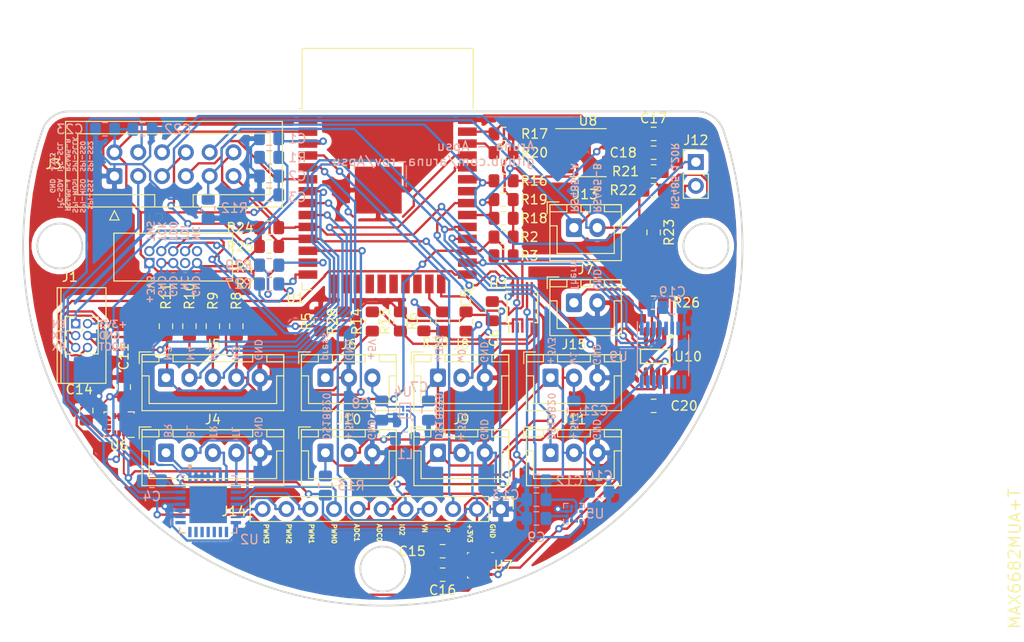
<source format=kicad_pcb>
(kicad_pcb (version 20171130) (host pcbnew 5.1.6-1.fc32)
  (layers (0 F.Cu signal) (31 B.Cu signal hide) (34 B.Paste user hide) (35 F.Paste user) (36 B.SilkS user hide) (37 F.SilkS user) (38 B.Mask user hide) (39 F.Mask user) (44 Edge.Cuts user))
  (net 0 "")
  (net 1 GND)
  (net 2 ESP_EN)
  (net 3 +3V3)
  (net 4 ESP_TXD)
  (net 5 ESP_RXD)
  (net 6 ESP_BOOT)
  (net 7 "Net-(J2-Pad7)")
  (net 8 JTAG-TMS)
  (net 9 JTAG-TCK)
  (net 10 JTAG-TDO)
  (net 11 JTAG-TDI)
  (net 12 "Net-(J2-Pad10)")
  (net 13 RS485-B)
  (net 14 SPI-SCLK)
  (net 15 I2C-SCL)
  (net 16 RS485-A)
  (net 17 SPI-MISO)
  (net 18 SPI-MOSI)
  (net 19 I2C-SDA)
  (net 20 BLDC_top_left)
  (net 21 BLDC_top_right)
  (net 22 BLDC_bottom_left)
  (net 23 BLDC_bottom_right)
  (net 24 BLDC_M3)
  (net 25 BLDC_left_z)
  (net 26 BLDC_M4)
  (net 27 BLDC_right_z)
  (net 28 +5V)
  (net 29 DS18B20)
  (net 30 water_pressure)
  (net 31 RS485-TX)
  (net 32 RS485-RTS)
  (net 33 RS485-RX)
  (net 34 "Net-(U1-Pad17)")
  (net 35 "Net-(U1-Pad18)")
  (net 36 "Net-(U1-Pad19)")
  (net 37 "Net-(U1-Pad20)")
  (net 38 "Net-(U1-Pad21)")
  (net 39 "Net-(U1-Pad22)")
  (net 40 "Net-(U1-Pad32)")
  (net 41 "Net-(U6-Pad11)")
  (net 42 SPI-SS1)
  (net 43 SPI-SS2)
  (net 44 SPI-SS0)
  (net 45 "Net-(C9-Pad1)")
  (net 46 "Net-(J6-Pad1)")
  (net 47 "Net-(J7-Pad1)")
  (net 48 "Net-(J12-Pad2)")
  (net 49 "Net-(L1-Pad2)")
  (net 50 "Net-(U2-Pad15)")
  (net 51 "Net-(U2-Pad16)")
  (net 52 "Net-(U2-Pad17)")
  (net 53 "Net-(U2-Pad18)")
  (net 54 "Net-(U2-Pad19)")
  (net 55 "Net-(U2-Pad20)")
  (net 56 "Net-(U2-Pad21)")
  (net 57 "Net-(U2-Pad22)")
  (net 58 "Net-(U3-Pad2)")
  (net 59 "Net-(U5-Pad2)")
  (net 60 "Net-(U5-Pad7)")
  (net 61 "Net-(U5-Pad11)")
  (net 62 "Net-(U5-Pad12)")
  (net 63 "Net-(U6-Pad4)")
  (net 64 "Net-(U6-Pad9)")
  (net 65 "Net-(U6-Pad10)")
  (net 66 SIS_water_0)
  (net 67 ADC_custom_0)
  (net 68 IO2)
  (net 69 ADC_custom_1)
  (net 70 PWM_custom_0)
  (net 71 PWM_custom_1)
  (net 72 PWM_custom_2)
  (net 73 "Net-(R26-Pad1)")
  (net 74 "Net-(U9-Pad7)")
  (net 75 "Net-(U9-Pad9)")
  (net 76 "Net-(U9-Pad10)")
  (net 77 "Net-(U9-Pad11)")
  (net 78 "Net-(U9-Pad12)")
  (net 79 "Net-(U9-Pad13)")
  (net 80 "Net-(U10-Pad5)")
  (net 81 "Net-(U9-Pad15)")
  (net 82 Sensor_VP)
  (net 83 Sensor_VN)
  (net 84 PWM_custom_3)
  (net 85 "Net-(R27-Pad2)")
  (net 86 "Net-(R28-Pad2)")
  (net 87 "Net-(R29-Pad2)")
  (net 88 "Net-(R30-Pad2)")
  (module Package_CSP:WLCSP-6_1.4x1.0mm_P0.4mm (layer B.Cu) (at 155.5 112 90)
    (fp_text reference U4 (at 2 -0.25 180) (layer B.SilkS) (effects (justify mirror)))
    (fp_text value FAN4860UC5X)
    (pad A2 smd circle (at -0.4 -0.2) (size 0.25 0.25) (layers B.Cu B.Paste B.Mask) (net 1 GND))
    (pad A1 smd circle (at -0.4 0.2) (size 0.25 0.25) (layers B.Cu B.Paste B.Mask) (net 3 +3V3))
    (pad B2 smd circle (at 0 -0.2) (size 0.25 0.25) (layers B.Cu B.Paste B.Mask) (net 28 +5V))
    (pad B1 smd circle (at 0 0.2) (size 0.25 0.25) (layers B.Cu B.Paste B.Mask) (net 49 "Net-(L1-Pad2)"))
    (pad C2 smd circle (at 0.4 -0.2) (size 0.25 0.25) (layers B.Cu B.Paste B.Mask) (net 28 +5V))
    (pad C1 smd circle (at 0.4 0.2) (size 0.25 0.25) (layers B.Cu B.Paste B.Mask) (net 3 +3V3))
  )
  (module Capacitor_SMD:C_0805_2012Metric_Pad1.15x1.40mm_HandSolder (layer F.Cu) (at 121.5 112 90)
    (fp_text reference C14 (at 2.25 -0.75 180) (layer F.SilkS))
    (fp_text value 100nF)
    (pad 1 smd roundrect (at -1.025 0 90) (size 1.15 1.4) (layers F.Cu F.Paste F.Mask) (roundrect_rratio 0.217391) (net 3 +3V3))
    (pad 2 smd roundrect (at 1.025 0 90) (size 1.15 1.4) (layers F.Cu F.Paste F.Mask) (roundrect_rratio 0.217391) (net 1 GND))
  )
  (module Capacitor_SMD:C_0805_2012Metric_Pad1.15x1.40mm_HandSolder (layer B.Cu) (at 176.2 120.6 180)
    (fp_text reference C10 (at 0 1.65) (layer B.SilkS) (effects (justify mirror)))
    (fp_text value 100nF)
    (pad 2 smd roundrect (at 1.025 0 180) (size 1.15 1.4) (layers B.Cu B.Paste B.Mask) (roundrect_rratio 0.217391) (net 3 +3V3))
    (pad 1 smd roundrect (at -1.025 0 180) (size 1.15 1.4) (layers B.Cu B.Paste B.Mask) (roundrect_rratio 0.217391) (net 1 GND))
  )
  (module Capacitor_SMD:C_0805_2012Metric_Pad1.15x1.40mm_HandSolder (layer B.Cu) (at 169.5 119.5 180)
    (fp_text reference C12 (at -3.5 0) (layer B.SilkS) (effects (justify mirror)))
    (fp_text value 10uF)
    (pad 2 smd roundrect (at 1.025 0 180) (size 1.15 1.4) (layers B.Cu B.Paste B.Mask) (roundrect_rratio 0.217391) (net 1 GND))
    (pad 1 smd roundrect (at -1.025 0 180) (size 1.15 1.4) (layers B.Cu B.Paste B.Mask) (roundrect_rratio 0.217391) (net 3 +3V3))
  )
  (module Capacitor_SMD:C_0805_2012Metric_Pad1.15x1.40mm_HandSolder (layer F.Cu) (at 125.5 109.5 270)
    (fp_text reference C11 (at -3.25 0 90) (layer F.SilkS))
    (fp_text value 100nF)
    (pad 2 smd roundrect (at 1.025 0 270) (size 1.15 1.4) (layers F.Cu F.Paste F.Mask) (roundrect_rratio 0.217391) (net 3 +3V3))
    (pad 1 smd roundrect (at -1.025 0 270) (size 1.15 1.4) (layers F.Cu F.Paste F.Mask) (roundrect_rratio 0.217391) (net 1 GND))
  )
  (module Package_LGA:LGA-14_3x2.5mm_P0.5mm_LayoutBorder3x4y (layer F.Cu) (at 125 113.5 180)
    (fp_text reference U6 (at 0 -2.2) (layer F.SilkS))
    (fp_text value LSM6DSOX)
    (pad 1 smd custom (at -1.1625 -0.75 180) (size 0.223223 0.223223) (layers F.Cu F.Paste F.Mask) (net 1 GND) (options (clearance outline) (anchor circle)) (primitives (gr_poly (pts (xy -0.2375 -0.125) (xy 0.031434 -0.125) (xy 0.2375 0.081066) (xy 0.2375 0.125) (xy -0.2375 0.125)) (width 0.15))))
    (pad 2 smd roundrect (at -1.1625 -0.25 180) (size 0.625 0.4) (layers F.Cu F.Paste F.Mask) (net 1 GND))
    (pad 3 smd roundrect (at -1.1625 0.25 180) (size 0.625 0.4) (layers F.Cu F.Paste F.Mask) (net 1 GND))
    (pad 4 smd custom (at -1.1625 0.75 180) (size 0.223223 0.223223) (layers F.Cu F.Paste F.Mask) (net 63 "Net-(U6-Pad4)") (options (clearance outline) (anchor circle)) (primitives (gr_poly (pts (xy -0.2375 -0.125) (xy 0.2375 -0.125) (xy 0.2375 -0.081066) (xy 0.031434 0.125) (xy -0.2375 0.125)) (width 0.15))))
    (pad 5 smd custom (at -0.5 0.9125 180) (size 0.223223 0.223223) (layers F.Cu F.Paste F.Mask) (net 3 +3V3) (options (clearance outline) (anchor circle)) (primitives (gr_poly (pts (xy -0.125 -0.031434) (xy 0.081066 -0.2375) (xy 0.125 -0.2375) (xy 0.125 0.2375) (xy -0.125 0.2375)) (width 0.15))))
    (pad 6 smd roundrect (at 0 0.9125 180) (size 0.4 0.625) (layers F.Cu F.Paste F.Mask) (net 1 GND))
    (pad 7 smd custom (at 0.5 0.9125 180) (size 0.223223 0.223223) (layers F.Cu F.Paste F.Mask) (net 1 GND) (options (clearance outline) (anchor circle)) (primitives (gr_poly (pts (xy -0.125 -0.2375) (xy -0.081066 -0.2375) (xy 0.125 -0.031434) (xy 0.125 0.2375) (xy -0.125 0.2375)) (width 0.15))))
    (pad 8 smd custom (at 1.1625 0.75 180) (size 0.223223 0.223223) (layers F.Cu F.Paste F.Mask) (net 3 +3V3) (options (clearance outline) (anchor circle)) (primitives (gr_poly (pts (xy -0.2375 -0.125) (xy 0.2375 -0.125) (xy 0.2375 0.125) (xy -0.031434 0.125) (xy -0.2375 -0.081066)) (width 0.15))))
    (pad 9 smd roundrect (at 1.1625 0.25 180) (size 0.625 0.4) (layers F.Cu F.Paste F.Mask) (net 64 "Net-(U6-Pad9)"))
    (pad 10 smd roundrect (at 1.1625 -0.25 180) (size 0.625 0.4) (layers F.Cu F.Paste F.Mask) (net 65 "Net-(U6-Pad10)"))
    (pad 11 smd custom (at 1.1625 -0.75 180) (size 0.223223 0.223223) (layers F.Cu F.Paste F.Mask) (net 41 "Net-(U6-Pad11)") (options (clearance outline) (anchor circle)) (primitives (gr_poly (pts (xy -0.2375 0.081066) (xy -0.031434 -0.125) (xy 0.2375 -0.125) (xy 0.2375 0.125) (xy -0.2375 0.125)) (width 0.15))))
    (pad 12 smd custom (at 0.5 -0.9125 180) (size 0.223223 0.223223) (layers F.Cu F.Paste F.Mask) (net 3 +3V3) (options (clearance outline) (anchor circle)) (primitives (gr_poly (pts (xy -0.125 -0.2375) (xy 0.125 -0.2375) (xy 0.125 0.031434) (xy -0.081066 0.2375) (xy -0.125 0.2375)) (width 0.15))))
    (pad 13 smd roundrect (at 0 -0.9125 180) (size 0.4 0.625) (layers F.Cu F.Paste F.Mask) (net 15 I2C-SCL))
    (pad 14 smd custom (at -0.5 -0.9125 180) (size 0.223223 0.223223) (layers F.Cu F.Paste F.Mask) (net 19 I2C-SDA) (options (clearance outline) (anchor circle)) (primitives (gr_poly (pts (xy -0.125 -0.2375) (xy 0.125 -0.2375) (xy 0.125 0.2375) (xy 0.081066 0.2375) (xy -0.125 0.031434)) (width 0.15))))
  )
  (module Capacitor_SMD:C_0805_2012Metric_Pad1.15x1.40mm_HandSolder (layer B.Cu) (at 169.5 123.5 180)
    (fp_text reference C9 (at 0 -2) (layer B.SilkS) (effects (justify mirror)))
    (fp_text value 220nF)
    (pad 1 smd roundrect (at -1.025 0 180) (size 1.15 1.4) (layers B.Cu B.Paste B.Mask) (roundrect_rratio 0.217391) (net 45 "Net-(C9-Pad1)"))
    (pad 2 smd roundrect (at 1.025 0 180) (size 1.15 1.4) (layers B.Cu B.Paste B.Mask) (roundrect_rratio 0.217391) (net 1 GND))
  )
  (module Capacitor_SMD:C_0805_2012Metric_Pad1.15x1.40mm_HandSolder (layer B.Cu) (at 141 83 180)
    (fp_text reference C1 (at -3 0 180) (layer B.SilkS) (effects (justify mirror)))
    (fp_text value 0.1uF)
    (pad 2 smd roundrect (at 1.025 0 180) (size 1.15 1.4) (layers B.Cu B.Paste B.Mask) (roundrect_rratio 0.217391) (net 1 GND))
    (pad 1 smd roundrect (at -1.025 0 180) (size 1.15 1.4) (layers B.Cu B.Paste B.Mask) (roundrect_rratio 0.217391) (net 2 ESP_EN))
  )
  (module Capacitor_SMD:C_0805_2012Metric_Pad1.15x1.40mm_HandSolder (layer B.Cu) (at 141 87)
    (fp_text reference C2 (at 3 0 180) (layer B.SilkS) (effects (justify mirror)))
    (fp_text value 22uF)
    (pad 1 smd roundrect (at -1.025 0) (size 1.15 1.4) (layers B.Cu B.Paste B.Mask) (roundrect_rratio 0.217391) (net 1 GND))
    (pad 2 smd roundrect (at 1.025 0) (size 1.15 1.4) (layers B.Cu B.Paste B.Mask) (roundrect_rratio 0.217391) (net 3 +3V3))
  )
  (module Capacitor_SMD:C_0805_2012Metric_Pad1.15x1.40mm_HandSolder (layer B.Cu) (at 141 89)
    (fp_text reference C3 (at 3 0.25 180) (layer B.SilkS) (effects (justify mirror)))
    (fp_text value 0.1uF)
    (pad 2 smd roundrect (at 1.025 0) (size 1.15 1.4) (layers B.Cu B.Paste B.Mask) (roundrect_rratio 0.217391) (net 3 +3V3))
    (pad 1 smd roundrect (at -1.025 0) (size 1.15 1.4) (layers B.Cu B.Paste B.Mask) (roundrect_rratio 0.217391) (net 1 GND))
  )
  (module Capacitor_SMD:C_0805_2012Metric_Pad1.15x1.40mm_HandSolder (layer B.Cu) (at 128.5 119.5)
    (fp_text reference C4 (at 0 1.65 180) (layer B.SilkS) (effects (justify mirror)))
    (fp_text value 0.1uF)
    (pad 1 smd roundrect (at -1.025 0) (size 1.15 1.4) (layers B.Cu B.Paste B.Mask) (roundrect_rratio 0.217391) (net 1 GND))
    (pad 2 smd roundrect (at 1.025 0) (size 1.15 1.4) (layers B.Cu B.Paste B.Mask) (roundrect_rratio 0.217391) (net 3 +3V3))
  )
  (module Capacitor_SMD:C_0805_2012Metric_Pad1.15x1.40mm_HandSolder (layer F.Cu) (at 162 102.5 90)
    (fp_text reference C5 (at 2.5 0 90) (layer F.SilkS))
    (fp_text value 0.1uF)
    (pad 2 smd roundrect (at 1.025 0 90) (size 1.15 1.4) (layers F.Cu F.Paste F.Mask) (roundrect_rratio 0.217391) (net 1 GND))
    (pad 1 smd roundrect (at -1.025 0 90) (size 1.15 1.4) (layers F.Cu F.Paste F.Mask) (roundrect_rratio 0.217391) (net 66 SIS_water_0))
  )
  (module Capacitor_SMD:C_0805_2012Metric_Pad1.15x1.40mm_HandSolder (layer F.Cu) (at 164.8 101.4 90)
    (fp_text reference C6 (at -2.85 0.2 90) (layer F.SilkS))
    (fp_text value 0.1uF)
    (pad 1 smd roundrect (at -1.025 0 90) (size 1.15 1.4) (layers F.Cu F.Paste F.Mask) (roundrect_rratio 0.217391) (net 1 GND))
    (pad 2 smd roundrect (at 1.025 0 90) (size 1.15 1.4) (layers F.Cu F.Paste F.Mask) (roundrect_rratio 0.217391) (net 3 +3V3))
  )
  (module Capacitor_SMD:C_0805_2012Metric_Pad1.15x1.40mm_HandSolder (layer F.Cu) (at 182 82.5)
    (fp_text reference C17 (at 0 -1.65) (layer F.SilkS))
    (fp_text value 10uF)
    (pad 1 smd roundrect (at -1.025 0) (size 1.15 1.4) (layers F.Cu F.Paste F.Mask) (roundrect_rratio 0.217391) (net 3 +3V3))
    (pad 2 smd roundrect (at 1.025 0) (size 1.15 1.4) (layers F.Cu F.Paste F.Mask) (roundrect_rratio 0.217391) (net 1 GND))
  )
  (module Capacitor_SMD:C_0805_2012Metric_Pad1.15x1.40mm_HandSolder (layer F.Cu) (at 182 84.5)
    (fp_text reference C18 (at -3.25 0) (layer F.SilkS))
    (fp_text value 0.1uF)
    (pad 2 smd roundrect (at 1.025 0) (size 1.15 1.4) (layers F.Cu F.Paste F.Mask) (roundrect_rratio 0.217391) (net 1 GND))
    (pad 1 smd roundrect (at -1.025 0) (size 1.15 1.4) (layers F.Cu F.Paste F.Mask) (roundrect_rratio 0.217391) (net 3 +3V3))
  )
  (module Capacitor_SMD:C_0805_2012Metric_Pad1.15x1.40mm_HandSolder (layer B.Cu) (at 169.5 121.5 180)
    (fp_text reference C13 (at 3.25 0.5) (layer B.SilkS) (effects (justify mirror)))
    (fp_text value 100nF)
    (pad 1 smd roundrect (at -1.025 0 180) (size 1.15 1.4) (layers B.Cu B.Paste B.Mask) (roundrect_rratio 0.217391) (net 3 +3V3))
    (pad 2 smd roundrect (at 1.025 0 180) (size 1.15 1.4) (layers B.Cu B.Paste B.Mask) (roundrect_rratio 0.217391) (net 1 GND))
  )
  (module Capacitor_SMD:C_0805_2012Metric_Pad1.15x1.40mm_HandSolder (layer F.Cu) (at 159.5 127)
    (fp_text reference C15 (at -3.25 0 180) (layer F.SilkS))
    (fp_text value 100nF)
    (pad 1 smd roundrect (at -1.025 0) (size 1.15 1.4) (layers F.Cu F.Paste F.Mask) (roundrect_rratio 0.217391) (net 1 GND))
    (pad 2 smd roundrect (at 1.025 0) (size 1.15 1.4) (layers F.Cu F.Paste F.Mask) (roundrect_rratio 0.217391) (net 3 +3V3))
  )
  (module Capacitor_SMD:C_0805_2012Metric_Pad1.15x1.40mm_HandSolder (layer F.Cu) (at 159.5 129.5 180)
    (fp_text reference C16 (at 0 -1.65 180) (layer F.SilkS))
    (fp_text value 100nF)
    (pad 2 smd roundrect (at 1.025 0 180) (size 1.15 1.4) (layers F.Cu F.Paste F.Mask) (roundrect_rratio 0.217391) (net 1 GND))
    (pad 1 smd roundrect (at -1.025 0 180) (size 1.15 1.4) (layers F.Cu F.Paste F.Mask) (roundrect_rratio 0.217391) (net 3 +3V3))
  )
  (module Connector_JST:JST_XH_B5B-XH-A_1x05_P2.50mm_Vertical (layer F.Cu) (at 130 116.5)
    (fp_text reference J4 (at 5 -3.55) (layer F.SilkS))
    (fp_text value Conn_01x05)
    (pad 1 thru_hole roundrect (at 0 0) (size 1.7 1.95) (drill 0.95) (layers *.Cu *.Mask) (roundrect_rratio 0.147059) (net 23 BLDC_bottom_right))
    (pad 2 thru_hole oval (at 2.5 0) (size 1.7 1.95) (drill 0.95) (layers *.Cu *.Mask) (net 22 BLDC_bottom_left))
    (pad 3 thru_hole oval (at 5 0) (size 1.7 1.95) (drill 0.95) (layers *.Cu *.Mask) (net 21 BLDC_top_right))
    (pad 4 thru_hole oval (at 7.5 0) (size 1.7 1.95) (drill 0.95) (layers *.Cu *.Mask) (net 20 BLDC_top_left))
    (pad 5 thru_hole oval (at 10 0) (size 1.7 1.95) (drill 0.95) (layers *.Cu *.Mask) (net 1 GND))
  )
  (module Connector_JST:JST_XH_B5B-XH-A_1x05_P2.50mm_Vertical (layer F.Cu) (at 130 108.5)
    (fp_text reference J5 (at 5 -3.55) (layer F.SilkS))
    (fp_text value Conn_01x05)
    (pad 5 thru_hole oval (at 10 0) (size 1.7 1.95) (drill 0.95) (layers *.Cu *.Mask) (net 1 GND))
    (pad 4 thru_hole oval (at 7.5 0) (size 1.7 1.95) (drill 0.95) (layers *.Cu *.Mask) (net 24 BLDC_M3))
    (pad 3 thru_hole oval (at 5 0) (size 1.7 1.95) (drill 0.95) (layers *.Cu *.Mask) (net 25 BLDC_left_z))
    (pad 2 thru_hole oval (at 2.5 0) (size 1.7 1.95) (drill 0.95) (layers *.Cu *.Mask) (net 26 BLDC_M4))
    (pad 1 thru_hole roundrect (at 0 0) (size 1.7 1.95) (drill 0.95) (layers *.Cu *.Mask) (roundrect_rratio 0.147059) (net 27 BLDC_right_z))
  )
  (module Connector_JST:JST_XH_B3B-XH-A_1x03_P2.50mm_Vertical (layer F.Cu) (at 147 108.5)
    (fp_text reference J6 (at 2.5 -3.55) (layer F.SilkS))
    (fp_text value Conn_01x03)
    (pad 3 thru_hole oval (at 5 0) (size 1.7 1.95) (drill 0.95) (layers *.Cu *.Mask) (net 28 +5V))
    (pad 2 thru_hole oval (at 2.5 0) (size 1.7 1.95) (drill 0.95) (layers *.Cu *.Mask) (net 1 GND))
    (pad 1 thru_hole roundrect (at 0 0) (size 1.7 1.95) (drill 0.95) (layers *.Cu *.Mask) (roundrect_rratio 0.147059) (net 46 "Net-(J6-Pad1)"))
  )
  (module Connector_JST:JST_XH_B2B-XH-A_1x02_P2.50mm_Vertical (layer F.Cu) (at 173.5 100.5)
    (fp_text reference J7 (at 1.25 -3.55) (layer F.SilkS))
    (fp_text value Conn_01x02)
    (pad 1 thru_hole roundrect (at 0 0) (size 1.7 2) (drill 1) (layers *.Cu *.Mask) (roundrect_rratio 0.147059) (net 47 "Net-(J7-Pad1)"))
    (pad 2 thru_hole oval (at 2.5 0) (size 1.7 2) (drill 1) (layers *.Cu *.Mask) (net 1 GND))
  )
  (module Connector_JST:JST_XH_B3B-XH-A_1x03_P2.50mm_Vertical (layer F.Cu) (at 159 108.5)
    (fp_text reference J8 (at 2.5 -3.55) (layer F.SilkS))
    (fp_text value Conn_01x03_Female)
    (pad 3 thru_hole oval (at 5 0) (size 1.7 1.95) (drill 0.95) (layers *.Cu *.Mask) (net 1 GND))
    (pad 2 thru_hole oval (at 2.5 0) (size 1.7 1.95) (drill 0.95) (layers *.Cu *.Mask) (net 66 SIS_water_0))
    (pad 1 thru_hole roundrect (at 0 0) (size 1.7 1.95) (drill 0.95) (layers *.Cu *.Mask) (roundrect_rratio 0.147059) (net 3 +3V3))
  )
  (module Connector_JST:JST_XH_B3B-XH-A_1x03_P2.50mm_Vertical (layer F.Cu) (at 159 116.5)
    (fp_text reference J9 (at 2.5 -3.55) (layer F.SilkS))
    (fp_text value Conn_01x03)
    (pad 1 thru_hole roundrect (at 0 0) (size 1.7 1.95) (drill 0.95) (layers *.Cu *.Mask) (roundrect_rratio 0.147059) (net 29 DS18B20))
    (pad 2 thru_hole oval (at 2.5 0) (size 1.7 1.95) (drill 0.95) (layers *.Cu *.Mask) (net 3 +3V3))
    (pad 3 thru_hole oval (at 5 0) (size 1.7 1.95) (drill 0.95) (layers *.Cu *.Mask) (net 1 GND))
  )
  (module Connector_JST:JST_XH_B3B-XH-A_1x03_P2.50mm_Vertical (layer F.Cu) (at 147 116.5)
    (fp_text reference J10 (at 2.5 -3.55) (layer F.SilkS))
    (fp_text value Conn_01x03)
    (pad 1 thru_hole roundrect (at 0 0) (size 1.7 1.95) (drill 0.95) (layers *.Cu *.Mask) (roundrect_rratio 0.147059) (net 29 DS18B20))
    (pad 2 thru_hole oval (at 2.5 0) (size 1.7 1.95) (drill 0.95) (layers *.Cu *.Mask) (net 3 +3V3))
    (pad 3 thru_hole oval (at 5 0) (size 1.7 1.95) (drill 0.95) (layers *.Cu *.Mask) (net 1 GND))
  )
  (module Connector_JST:JST_XH_B3B-XH-A_1x03_P2.50mm_Vertical (layer F.Cu) (at 171 116.5)
    (fp_text reference J11 (at 2.5 -3.55) (layer F.SilkS))
    (fp_text value Conn_01x03)
    (pad 1 thru_hole roundrect (at 0 0) (size 1.7 1.95) (drill 0.95) (layers *.Cu *.Mask) (roundrect_rratio 0.147059) (net 29 DS18B20))
    (pad 2 thru_hole oval (at 2.5 0) (size 1.7 1.95) (drill 0.95) (layers *.Cu *.Mask) (net 3 +3V3))
    (pad 3 thru_hole oval (at 5 0) (size 1.7 1.95) (drill 0.95) (layers *.Cu *.Mask) (net 1 GND))
  )
  (module Connector_PinHeader_2.54mm:PinHeader_1x02_P2.54mm_Vertical (layer F.Cu) (at 186.5 85.5)
    (fp_text reference J12 (at 0 -2.33) (layer F.SilkS))
    (fp_text value Conn_01x02_Male)
    (pad 1 thru_hole rect (at 0 0) (size 1.7 1.7) (drill 1) (layers *.Cu *.Mask) (net 16 RS485-A))
    (pad 2 thru_hole oval (at 0 2.54) (size 1.7 1.7) (drill 1) (layers *.Cu *.Mask) (net 48 "Net-(J12-Pad2)"))
  )
  (module Connector_JST:JST_XH_B2B-XH-A_1x02_P2.50mm_Vertical (layer F.Cu) (at 173.5 92.5)
    (fp_text reference J13 (at 1.25 -3.55) (layer F.SilkS))
    (fp_text value Conn_01x02)
    (pad 2 thru_hole oval (at 2.5 0) (size 1.7 2) (drill 1) (layers *.Cu *.Mask) (net 13 RS485-B))
    (pad 1 thru_hole roundrect (at 0 0) (size 1.7 2) (drill 1) (layers *.Cu *.Mask) (roundrect_rratio 0.147059) (net 16 RS485-A))
  )
  (module Resistor_SMD:R_0805_2012Metric_Pad1.15x1.40mm_HandSolder (layer B.Cu) (at 141 85 180)
    (fp_text reference R1 (at -3 0 180) (layer B.SilkS) (effects (justify mirror)))
    (fp_text value 10K)
    (pad 1 smd roundrect (at -1.025 0 180) (size 1.15 1.4) (layers B.Cu B.Paste B.Mask) (roundrect_rratio 0.217391) (net 2 ESP_EN))
    (pad 2 smd roundrect (at 1.025 0 180) (size 1.15 1.4) (layers B.Cu B.Paste B.Mask) (roundrect_rratio 0.217391) (net 3 +3V3))
  )
  (module Resistor_SMD:R_0805_2012Metric_Pad1.15x1.40mm_HandSolder (layer F.Cu) (at 166 93.5 180)
    (fp_text reference R2 (at -2.75 0) (layer F.SilkS))
    (fp_text value 10k)
    (pad 1 smd roundrect (at -1.025 0 180) (size 1.15 1.4) (layers F.Cu F.Paste F.Mask) (roundrect_rratio 0.217391) (net 3 +3V3))
    (pad 2 smd roundrect (at 1.025 0 180) (size 1.15 1.4) (layers F.Cu F.Paste F.Mask) (roundrect_rratio 0.217391) (net 19 I2C-SDA))
  )
  (module Resistor_SMD:R_0805_2012Metric_Pad1.15x1.40mm_HandSolder (layer F.Cu) (at 166 95.5 180)
    (fp_text reference R3 (at -2.75 0) (layer F.SilkS))
    (fp_text value 10k)
    (pad 2 smd roundrect (at 1.025 0 180) (size 1.15 1.4) (layers F.Cu F.Paste F.Mask) (roundrect_rratio 0.217391) (net 15 I2C-SCL))
    (pad 1 smd roundrect (at -1.025 0 180) (size 1.15 1.4) (layers F.Cu F.Paste F.Mask) (roundrect_rratio 0.217391) (net 3 +3V3))
  )
  (module Resistor_SMD:R_0805_2012Metric_Pad1.15x1.40mm_HandSolder (layer F.Cu) (at 141 96.5 180)
    (fp_text reference R4 (at 2.6 -0.2) (layer F.SilkS))
    (fp_text value 10k)
    (pad 1 smd roundrect (at -1.025 0 180) (size 1.15 1.4) (layers F.Cu F.Paste F.Mask) (roundrect_rratio 0.217391) (net 8 JTAG-TMS))
    (pad 2 smd roundrect (at 1.025 0 180) (size 1.15 1.4) (layers F.Cu F.Paste F.Mask) (roundrect_rratio 0.217391) (net 3 +3V3))
  )
  (module Resistor_SMD:R_0805_2012Metric_Pad1.15x1.40mm_HandSolder (layer F.Cu) (at 146.5 102.5 90)
    (fp_text reference R5 (at 0 -1.5 90) (layer F.SilkS))
    (fp_text value 10k)
    (pad 2 smd roundrect (at 1.025 0 90) (size 1.15 1.4) (layers F.Cu F.Paste F.Mask) (roundrect_rratio 0.217391) (net 1 GND))
    (pad 1 smd roundrect (at -1.025 0 90) (size 1.15 1.4) (layers F.Cu F.Paste F.Mask) (roundrect_rratio 0.217391) (net 9 JTAG-TCK))
  )
  (module Resistor_SMD:R_0805_2012Metric_Pad1.15x1.40mm_HandSolder (layer F.Cu) (at 157.5 102.475 90)
    (fp_text reference R6 (at 0 -1.25 90) (layer F.SilkS))
    (fp_text value 10k)
    (pad 1 smd roundrect (at -1.025 0 90) (size 1.15 1.4) (layers F.Cu F.Paste F.Mask) (roundrect_rratio 0.217391) (net 10 JTAG-TDO))
    (pad 2 smd roundrect (at 1.025 0 90) (size 1.15 1.4) (layers F.Cu F.Paste F.Mask) (roundrect_rratio 0.217391) (net 3 +3V3))
  )
  (module Resistor_SMD:R_0805_2012Metric_Pad1.15x1.40mm_HandSolder (layer F.Cu) (at 141 98.5 180)
    (fp_text reference R7 (at 2.6 0) (layer F.SilkS))
    (fp_text value 10k)
    (pad 2 smd roundrect (at 1.025 0 180) (size 1.15 1.4) (layers F.Cu F.Paste F.Mask) (roundrect_rratio 0.217391) (net 3 +3V3))
    (pad 1 smd roundrect (at -1.025 0 180) (size 1.15 1.4) (layers F.Cu F.Paste F.Mask) (roundrect_rratio 0.217391) (net 11 JTAG-TDI))
  )
  (module Resistor_SMD:R_0805_2012Metric_Pad1.15x1.40mm_HandSolder (layer F.Cu) (at 137.5 103 270)
    (fp_text reference R8 (at -2.7 0 90) (layer F.SilkS))
    (fp_text value 83)
    (pad 1 smd roundrect (at -1.025 0 270) (size 1.15 1.4) (layers F.Cu F.Paste F.Mask) (roundrect_rratio 0.217391) (net 1 GND))
    (pad 2 smd roundrect (at 1.025 0 270) (size 1.15 1.4) (layers F.Cu F.Paste F.Mask) (roundrect_rratio 0.217391) (net 24 BLDC_M3))
  )
  (module Resistor_SMD:R_0805_2012Metric_Pad1.15x1.40mm_HandSolder (layer F.Cu) (at 135 103 270)
    (fp_text reference R9 (at -2.7 0 90) (layer F.SilkS))
    (fp_text value 83)
    (pad 2 smd roundrect (at 1.025 0 270) (size 1.15 1.4) (layers F.Cu F.Paste F.Mask) (roundrect_rratio 0.217391) (net 25 BLDC_left_z))
    (pad 1 smd roundrect (at -1.025 0 270) (size 1.15 1.4) (layers F.Cu F.Paste F.Mask) (roundrect_rratio 0.217391) (net 1 GND))
  )
  (module Resistor_SMD:R_0805_2012Metric_Pad1.15x1.40mm_HandSolder (layer F.Cu) (at 132.5 103 270)
    (fp_text reference R10 (at -3.2 0 270) (layer F.SilkS))
    (fp_text value 83)
    (pad 1 smd roundrect (at -1.025 0 270) (size 1.15 1.4) (layers F.Cu F.Paste F.Mask) (roundrect_rratio 0.217391) (net 1 GND))
    (pad 2 smd roundrect (at 1.025 0 270) (size 1.15 1.4) (layers F.Cu F.Paste F.Mask) (roundrect_rratio 0.217391) (net 26 BLDC_M4))
  )
  (module Resistor_SMD:R_0805_2012Metric_Pad1.15x1.40mm_HandSolder (layer F.Cu) (at 130 103 270)
    (fp_text reference R11 (at -3.2 0 270) (layer F.SilkS))
    (fp_text value 83)
    (pad 2 smd roundrect (at 1.025 0 270) (size 1.15 1.4) (layers F.Cu F.Paste F.Mask) (roundrect_rratio 0.217391) (net 27 BLDC_right_z))
    (pad 1 smd roundrect (at -1.025 0 270) (size 1.15 1.4) (layers F.Cu F.Paste F.Mask) (roundrect_rratio 0.217391) (net 1 GND))
  )
  (module Resistor_SMD:R_0805_2012Metric_Pad1.15x1.40mm_HandSolder (layer F.Cu) (at 152 102.5 90)
    (fp_text reference R14 (at 0 -1.65 90) (layer F.SilkS))
    (fp_text value 1370)
    (pad 1 smd roundrect (at -1.025 0 90) (size 1.15 1.4) (layers F.Cu F.Paste F.Mask) (roundrect_rratio 0.217391) (net 46 "Net-(J6-Pad1)"))
    (pad 2 smd roundrect (at 1.025 0 90) (size 1.15 1.4) (layers F.Cu F.Paste F.Mask) (roundrect_rratio 0.217391) (net 30 water_pressure))
  )
  (module Resistor_SMD:R_0805_2012Metric_Pad1.15x1.40mm_HandSolder (layer F.Cu) (at 155 102.5 90)
    (fp_text reference R15 (at 0 -1.65 90) (layer F.SilkS))
    (fp_text value 2670)
    (pad 2 smd roundrect (at 1.025 0 90) (size 1.15 1.4) (layers F.Cu F.Paste F.Mask) (roundrect_rratio 0.217391) (net 1 GND))
    (pad 1 smd roundrect (at -1.025 0 90) (size 1.15 1.4) (layers F.Cu F.Paste F.Mask) (roundrect_rratio 0.217391) (net 30 water_pressure))
  )
  (module Resistor_SMD:R_0805_2012Metric_Pad1.15x1.40mm_HandSolder (layer F.Cu) (at 166 82.5 180)
    (fp_text reference R17 (at -3.3 0) (layer F.SilkS))
    (fp_text value 10K)
    (pad 1 smd roundrect (at -1.025 0 180) (size 1.15 1.4) (layers F.Cu F.Paste F.Mask) (roundrect_rratio 0.217391) (net 3 +3V3))
    (pad 2 smd roundrect (at 1.025 0 180) (size 1.15 1.4) (layers F.Cu F.Paste F.Mask) (roundrect_rratio 0.217391) (net 31 RS485-TX))
  )
  (module Resistor_SMD:R_0805_2012Metric_Pad1.15x1.40mm_HandSolder (layer F.Cu) (at 166 91.5 180)
    (fp_text reference R18 (at -3.25 0) (layer F.SilkS))
    (fp_text value 10K)
    (pad 2 smd roundrect (at 1.025 0 180) (size 1.15 1.4) (layers F.Cu F.Paste F.Mask) (roundrect_rratio 0.217391) (net 32 RS485-RTS))
    (pad 1 smd roundrect (at -1.025 0 180) (size 1.15 1.4) (layers F.Cu F.Paste F.Mask) (roundrect_rratio 0.217391) (net 3 +3V3))
  )
  (module Resistor_SMD:R_0805_2012Metric_Pad1.15x1.40mm_HandSolder (layer F.Cu) (at 166 89.5 180)
    (fp_text reference R19 (at -3.25 0) (layer F.SilkS))
    (fp_text value 10K)
    (pad 1 smd roundrect (at -1.025 0 180) (size 1.15 1.4) (layers F.Cu F.Paste F.Mask) (roundrect_rratio 0.217391) (net 3 +3V3))
    (pad 2 smd roundrect (at 1.025 0 180) (size 1.15 1.4) (layers F.Cu F.Paste F.Mask) (roundrect_rratio 0.217391) (net 32 RS485-RTS))
  )
  (module Resistor_SMD:R_0805_2012Metric_Pad1.15x1.40mm_HandSolder (layer F.Cu) (at 166 84.5 180)
    (fp_text reference R20 (at -3.3 0) (layer F.SilkS))
    (fp_text value 10K)
    (pad 2 smd roundrect (at 1.025 0 180) (size 1.15 1.4) (layers F.Cu F.Paste F.Mask) (roundrect_rratio 0.217391) (net 33 RS485-RX))
    (pad 1 smd roundrect (at -1.025 0 180) (size 1.15 1.4) (layers F.Cu F.Paste F.Mask) (roundrect_rratio 0.217391) (net 3 +3V3))
  )
  (module Resistor_SMD:R_0805_2012Metric_Pad1.15x1.40mm_HandSolder (layer F.Cu) (at 182 86.5 180)
    (fp_text reference R21 (at 3 0) (layer F.SilkS))
    (fp_text value 20K)
    (pad 2 smd roundrect (at 1.025 0 180) (size 1.15 1.4) (layers F.Cu F.Paste F.Mask) (roundrect_rratio 0.217391) (net 16 RS485-A))
    (pad 1 smd roundrect (at -1.025 0 180) (size 1.15 1.4) (layers F.Cu F.Paste F.Mask) (roundrect_rratio 0.217391) (net 1 GND))
  )
  (module Resistor_SMD:R_0805_2012Metric_Pad1.15x1.40mm_HandSolder (layer F.Cu) (at 182 88.5)
    (fp_text reference R22 (at -3.25 0) (layer F.SilkS))
    (fp_text value 20K)
    (pad 2 smd roundrect (at 1.025 0) (size 1.15 1.4) (layers F.Cu F.Paste F.Mask) (roundrect_rratio 0.217391) (net 3 +3V3))
    (pad 1 smd roundrect (at -1.025 0) (size 1.15 1.4) (layers F.Cu F.Paste F.Mask) (roundrect_rratio 0.217391) (net 13 RS485-B))
  )
  (module Resistor_SMD:R_0805_2012Metric_Pad1.15x1.40mm_HandSolder (layer F.Cu) (at 182 93 270)
    (fp_text reference R23 (at 0 -1.65 90) (layer F.SilkS))
    (fp_text value 120)
    (pad 1 smd roundrect (at -1.025 0 270) (size 1.15 1.4) (layers F.Cu F.Paste F.Mask) (roundrect_rratio 0.217391) (net 48 "Net-(J12-Pad2)"))
    (pad 2 smd roundrect (at 1.025 0 270) (size 1.15 1.4) (layers F.Cu F.Paste F.Mask) (roundrect_rratio 0.217391) (net 13 RS485-B))
  )
  (module RF_Module:ESP32-WROOM-32 (layer F.Cu) (at 153.635 89.245)
    (fp_text reference U1 (at -9.835 10.755 180) (layer F.SilkS))
    (fp_text value ESP32-WROOM-32)
    (pad 39 smd rect (at -1 -0.755) (size 5 5) (layers F.Cu F.Paste F.Mask) (net 1 GND))
    (pad 1 smd rect (at -8.5 -8.255) (size 2 0.9) (layers F.Cu F.Paste F.Mask) (net 1 GND))
    (pad 2 smd rect (at -8.5 -6.985) (size 2 0.9) (layers F.Cu F.Paste F.Mask) (net 3 +3V3))
    (pad 3 smd rect (at -8.5 -5.715) (size 2 0.9) (layers F.Cu F.Paste F.Mask) (net 2 ESP_EN))
    (pad 4 smd rect (at -8.5 -4.445) (size 2 0.9) (layers F.Cu F.Paste F.Mask) (net 82 Sensor_VP))
    (pad 5 smd rect (at -8.5 -3.175) (size 2 0.9) (layers F.Cu F.Paste F.Mask) (net 83 Sensor_VN))
    (pad 6 smd rect (at -8.5 -1.905) (size 2 0.9) (layers F.Cu F.Paste F.Mask) (net 18 SPI-MOSI))
    (pad 7 smd rect (at -8.5 -0.635) (size 2 0.9) (layers F.Cu F.Paste F.Mask) (net 26 BLDC_M4))
    (pad 8 smd rect (at -8.5 0.635) (size 2 0.9) (layers F.Cu F.Paste F.Mask) (net 27 BLDC_right_z))
    (pad 9 smd rect (at -8.5 1.905) (size 2 0.9) (layers F.Cu F.Paste F.Mask) (net 25 BLDC_left_z))
    (pad 10 smd rect (at -8.5 3.175) (size 2 0.9) (layers F.Cu F.Paste F.Mask) (net 42 SPI-SS1))
    (pad 11 smd rect (at -8.5 4.445) (size 2 0.9) (layers F.Cu F.Paste F.Mask) (net 43 SPI-SS2))
    (pad 12 smd rect (at -8.5 5.715) (size 2 0.9) (layers F.Cu F.Paste F.Mask) (net 24 BLDC_M3))
    (pad 13 smd rect (at -8.5 6.985) (size 2 0.9) (layers F.Cu F.Paste F.Mask) (net 87 "Net-(R29-Pad2)"))
    (pad 14 smd rect (at -8.5 8.255) (size 2 0.9) (layers F.Cu F.Paste F.Mask) (net 85 "Net-(R27-Pad2)"))
    (pad 15 smd rect (at -5.715 9.255 90) (size 2 0.9) (layers F.Cu F.Paste F.Mask) (net 1 GND))
    (pad 16 smd rect (at -4.445 9.255 90) (size 2 0.9) (layers F.Cu F.Paste F.Mask) (net 86 "Net-(R28-Pad2)"))
    (pad 17 smd rect (at -3.175 9.255 90) (size 2 0.9) (layers F.Cu F.Paste F.Mask) (net 34 "Net-(U1-Pad17)"))
    (pad 18 smd rect (at -1.905 9.255 90) (size 2 0.9) (layers F.Cu F.Paste F.Mask) (net 35 "Net-(U1-Pad18)"))
    (pad 19 smd rect (at -0.635 9.255 90) (size 2 0.9) (layers F.Cu F.Paste F.Mask) (net 36 "Net-(U1-Pad19)"))
    (pad 20 smd rect (at 0.635 9.255 90) (size 2 0.9) (layers F.Cu F.Paste F.Mask) (net 37 "Net-(U1-Pad20)"))
    (pad 21 smd rect (at 1.905 9.255 90) (size 2 0.9) (layers F.Cu F.Paste F.Mask) (net 38 "Net-(U1-Pad21)"))
    (pad 22 smd rect (at 3.175 9.255 90) (size 2 0.9) (layers F.Cu F.Paste F.Mask) (net 39 "Net-(U1-Pad22)"))
    (pad 23 smd rect (at 4.445 9.255 90) (size 2 0.9) (layers F.Cu F.Paste F.Mask) (net 88 "Net-(R30-Pad2)"))
    (pad 24 smd rect (at 5.715 9.255 90) (size 2 0.9) (layers F.Cu F.Paste F.Mask) (net 68 IO2))
    (pad 25 smd rect (at 8.5 8.255) (size 2 0.9) (layers F.Cu F.Paste F.Mask) (net 6 ESP_BOOT))
    (pad 26 smd rect (at 8.5 6.985) (size 2 0.9) (layers F.Cu F.Paste F.Mask) (net 17 SPI-MISO))
    (pad 27 smd rect (at 8.5 5.715) (size 2 0.9) (layers F.Cu F.Paste F.Mask) (net 19 I2C-SDA))
    (pad 28 smd rect (at 8.5 4.445) (size 2 0.9) (layers F.Cu F.Paste F.Mask) (net 15 I2C-SCL))
    (pad 29 smd rect (at 8.5 3.175) (size 2 0.9) (layers F.Cu F.Paste F.Mask) (net 14 SPI-SCLK))
    (pad 30 smd rect (at 8.5 1.905) (size 2 0.9) (layers F.Cu F.Paste F.Mask) (net 32 RS485-RTS))
    (pad 31 smd rect (at 8.5 0.635) (size 2 0.9) (layers F.Cu F.Paste F.Mask) (net 29 DS18B20))
    (pad 32 smd rect (at 8.5 -0.635) (size 2 0.9) (layers F.Cu F.Paste F.Mask) (net 40 "Net-(U1-Pad32)"))
    (pad 33 smd rect (at 8.5 -1.905) (size 2 0.9) (layers F.Cu F.Paste F.Mask) (net 44 SPI-SS0))
    (pad 34 smd rect (at 8.5 -3.175) (size 2 0.9) (layers F.Cu F.Paste F.Mask) (net 5 ESP_RXD))
    (pad 35 smd rect (at 8.5 -4.445) (size 2 0.9) (layers F.Cu F.Paste F.Mask) (net 4 ESP_TXD))
    (pad 36 smd rect (at 8.5 -5.715) (size 2 0.9) (layers F.Cu F.Paste F.Mask) (net 33 RS485-RX))
    (pad 37 smd rect (at 8.5 -6.985) (size 2 0.9) (layers F.Cu F.Paste F.Mask) (net 31 RS485-TX))
    (pad 38 smd rect (at 8.5 -8.255) (size 2 0.9) (layers F.Cu F.Paste F.Mask) (net 1 GND))
  )
  (module Package_LGA:LGA-12_2x2mm_P0.5mm (layer B.Cu) (at 173.5 123 90)
    (fp_text reference U5 (at 0 2.25) (layer B.SilkS) (effects (justify mirror)))
    (fp_text value LIS2MDL)
    (pad 2 smd rect (at -0.7625 0.25 90) (size 0.375 0.35) (layers B.Cu B.Paste B.Mask) (net 59 "Net-(U5-Pad2)"))
    (pad 3 smd rect (at -0.7625 -0.25 90) (size 0.375 0.35) (layers B.Cu B.Paste B.Mask) (net 3 +3V3))
    (pad 9 smd rect (at 0.7625 0.25 90) (size 0.375 0.35) (layers B.Cu B.Paste B.Mask) (net 3 +3V3))
    (pad 8 smd rect (at 0.7625 -0.25 90) (size 0.375 0.35) (layers B.Cu B.Paste B.Mask) (net 1 GND))
    (pad 4 smd rect (at -0.7625 -0.75 90) (size 0.375 0.35) (layers B.Cu B.Paste B.Mask) (net 19 I2C-SDA))
    (pad 7 smd rect (at 0.7625 -0.75 90) (size 0.375 0.35) (layers B.Cu B.Paste B.Mask) (net 60 "Net-(U5-Pad7)"))
    (pad 1 smd rect (at -0.7625 0.75 90) (size 0.375 0.35) (layers B.Cu B.Paste B.Mask) (net 15 I2C-SCL))
    (pad 10 smd rect (at 0.7625 0.75 90) (size 0.375 0.35) (layers B.Cu B.Paste B.Mask) (net 3 +3V3))
    (pad 5 smd rect (at -0.25 -0.7625) (size 0.375 0.35) (layers B.Cu B.Paste B.Mask) (net 45 "Net-(C9-Pad1)"))
    (pad 6 smd rect (at 0.25 -0.7625) (size 0.375 0.35) (layers B.Cu B.Paste B.Mask) (net 1 GND))
    (pad 11 smd rect (at 0.25 0.7625) (size 0.375 0.35) (layers B.Cu B.Paste B.Mask) (net 61 "Net-(U5-Pad11)"))
    (pad 12 smd rect (at -0.25 0.7625) (size 0.375 0.35) (layers B.Cu B.Paste B.Mask) (net 62 "Net-(U5-Pad12)"))
  )
  (module Package_LGA:Bosch_LGA-8_2.5x2.5mm_P0.65mm_ClockwisePinNumbering (layer F.Cu) (at 163.5 128.5 270)
    (fp_text reference U7 (at 0.015 -2.465) (layer F.SilkS))
    (fp_text value BME280)
    (pad 4 smd rect (at 0.975 -1.025) (size 0.5 0.35) (layers F.Cu F.Paste F.Mask) (net 15 I2C-SCL))
    (pad 3 smd rect (at 0.325 -1.025) (size 0.5 0.35) (layers F.Cu F.Paste F.Mask) (net 19 I2C-SDA))
    (pad 2 smd rect (at -0.325 -1.025) (size 0.5 0.35) (layers F.Cu F.Paste F.Mask) (net 3 +3V3))
    (pad 1 smd rect (at -0.975 -1.025) (size 0.5 0.35) (layers F.Cu F.Paste F.Mask) (net 1 GND))
    (pad 8 smd rect (at -0.975 1.025) (size 0.5 0.35) (layers F.Cu F.Paste F.Mask) (net 3 +3V3))
    (pad 7 smd rect (at -0.325 1.025) (size 0.5 0.35) (layers F.Cu F.Paste F.Mask) (net 1 GND))
    (pad 6 smd rect (at 0.325 1.025) (size 0.5 0.35) (layers F.Cu F.Paste F.Mask) (net 3 +3V3))
    (pad 5 smd rect (at 0.975 1.025) (size 0.5 0.35) (layers F.Cu F.Paste F.Mask) (net 1 GND))
  )
  (module Package_SO:SOIC-8_3.9x4.9mm_P1.27mm (layer F.Cu) (at 175 84.5)
    (fp_text reference U8 (at 0 -3.4) (layer F.SilkS))
    (fp_text value SP3485CN)
    (pad 1 smd roundrect (at -2.475 -1.905) (size 1.95 0.6) (layers F.Cu F.Paste F.Mask) (net 33 RS485-RX))
    (pad 2 smd roundrect (at -2.475 -0.635) (size 1.95 0.6) (layers F.Cu F.Paste F.Mask) (net 32 RS485-RTS))
    (pad 3 smd roundrect (at -2.475 0.635) (size 1.95 0.6) (layers F.Cu F.Paste F.Mask) (net 32 RS485-RTS))
    (pad 4 smd roundrect (at -2.475 1.905) (size 1.95 0.6) (layers F.Cu F.Paste F.Mask) (net 31 RS485-TX))
    (pad 5 smd roundrect (at 2.475 1.905) (size 1.95 0.6) (layers F.Cu F.Paste F.Mask) (net 1 GND))
    (pad 6 smd roundrect (at 2.475 0.635) (size 1.95 0.6) (layers F.Cu F.Paste F.Mask) (net 16 RS485-A))
    (pad 7 smd roundrect (at 2.475 -0.635) (size 1.95 0.6) (layers F.Cu F.Paste F.Mask) (net 13 RS485-B))
    (pad 8 smd roundrect (at 2.475 -1.905) (size 1.95 0.6) (layers F.Cu F.Paste F.Mask) (net 3 +3V3))
  )
  (module Capacitor_SMD:C_0805_2012Metric_Pad1.15x1.40mm_HandSolder (layer B.Cu) (at 158 112 90)
    (fp_text reference C7 (at 2.5 -1) (layer B.SilkS) (effects (justify mirror)))
    (fp_text value 2.2uF)
    (pad 2 smd roundrect (at 1.025 0 90) (size 1.15 1.4) (layers B.Cu B.Paste B.Mask) (roundrect_rratio 0.217391) (net 3 +3V3))
    (pad 1 smd roundrect (at -1.025 0 90) (size 1.15 1.4) (layers B.Cu B.Paste B.Mask) (roundrect_rratio 0.217391) (net 1 GND))
  )
  (module Capacitor_SMD:C_0805_2012Metric_Pad1.15x1.40mm_HandSolder (layer B.Cu) (at 153 112 270)
    (fp_text reference C8 (at -0.75 2.25) (layer B.SilkS) (effects (justify mirror)))
    (fp_text value 4.7uF)
    (pad 1 smd roundrect (at -1.025 0 270) (size 1.15 1.4) (layers B.Cu B.Paste B.Mask) (roundrect_rratio 0.217391) (net 28 +5V))
    (pad 2 smd roundrect (at 1.025 0 270) (size 1.15 1.4) (layers B.Cu B.Paste B.Mask) (roundrect_rratio 0.217391) (net 1 GND))
  )
  (module Inductor_SMD:L_0805_2012Metric_Pad1.15x1.40mm_HandSolder (layer B.Cu) (at 155.5 115)
    (fp_text reference L1 (at 0 1.65) (layer B.SilkS) (effects (justify mirror)))
    (fp_text value 1uH)
    (pad 1 smd roundrect (at -1.025 0) (size 1.15 1.4) (layers B.Cu B.Paste B.Mask) (roundrect_rratio 0.217391) (net 3 +3V3))
    (pad 2 smd roundrect (at 1.025 0) (size 1.15 1.4) (layers B.Cu B.Paste B.Mask) (roundrect_rratio 0.217391) (net 49 "Net-(L1-Pad2)"))
  )
  (module Package_SO:TSSOP-10_3x3mm_P0.5mm (layer F.Cu) (at 168 101 90)
    (fp_text reference U3 (at 2.5 -2.55 180) (layer F.SilkS))
    (fp_text value ADS1015IDGS)
    (pad 1 smd rect (at -2.15 -1 90) (size 1.1 0.25) (layers F.Cu F.Paste F.Mask) (net 1 GND))
    (pad 2 smd rect (at -2.15 -0.5 90) (size 1.1 0.25) (layers F.Cu F.Paste F.Mask) (net 58 "Net-(U3-Pad2)"))
    (pad 3 smd rect (at -2.15 0 90) (size 1.1 0.25) (layers F.Cu F.Paste F.Mask) (net 1 GND))
    (pad 4 smd rect (at -2.15 0.5 90) (size 1.1 0.25) (layers F.Cu F.Paste F.Mask) (net 66 SIS_water_0))
    (pad 5 smd rect (at -2.15 1 90) (size 1.1 0.25) (layers F.Cu F.Paste F.Mask) (net 30 water_pressure))
    (pad 6 smd rect (at 2.15 1 90) (size 1.1 0.25) (layers F.Cu F.Paste F.Mask) (net 67 ADC_custom_0))
    (pad 7 smd rect (at 2.15 0.5 90) (size 1.1 0.25) (layers F.Cu F.Paste F.Mask) (net 69 ADC_custom_1))
    (pad 8 smd rect (at 2.15 0 90) (size 1.1 0.25) (layers F.Cu F.Paste F.Mask) (net 3 +3V3))
    (pad 9 smd rect (at 2.15 -0.5 90) (size 1.1 0.25) (layers F.Cu F.Paste F.Mask) (net 19 I2C-SDA))
    (pad 10 smd rect (at 2.15 -1 90) (size 1.1 0.25) (layers F.Cu F.Paste F.Mask) (net 15 I2C-SCL))
  )
  (module Connector_IDC:IDC-Header_2x06_P2.54mm_Vertical (layer F.Cu) (at 124.5 87 90)
    (fp_text reference J3 (at 1.27 -6.5 180) (layer F.SilkS))
    (fp_text value Conn_02x06_Odd_Even)
    (pad 1 thru_hole roundrect (at 0 0 90) (size 1.7 1.7) (drill 1) (layers *.Cu *.Mask) (roundrect_rratio 0.147059) (net 1 GND))
    (pad 3 thru_hole circle (at 0 2.54 90) (size 1.7 1.7) (drill 1) (layers *.Cu *.Mask) (net 19 I2C-SDA))
    (pad 5 thru_hole circle (at 0 5.08 90) (size 1.7 1.7) (drill 1) (layers *.Cu *.Mask) (net 16 RS485-A))
    (pad 7 thru_hole circle (at 0 7.62 90) (size 1.7 1.7) (drill 1) (layers *.Cu *.Mask) (net 18 SPI-MOSI))
    (pad 9 thru_hole circle (at 0 10.16 90) (size 1.7 1.7) (drill 1) (layers *.Cu *.Mask) (net 17 SPI-MISO))
    (pad 11 thru_hole circle (at 0 12.7 90) (size 1.7 1.7) (drill 1) (layers *.Cu *.Mask) (net 42 SPI-SS1))
    (pad 2 thru_hole circle (at 2.54 0 90) (size 1.7 1.7) (drill 1) (layers *.Cu *.Mask) (net 3 +3V3))
    (pad 4 thru_hole circle (at 2.54 2.54 90) (size 1.7 1.7) (drill 1) (layers *.Cu *.Mask) (net 15 I2C-SCL))
    (pad 6 thru_hole circle (at 2.54 5.08 90) (size 1.7 1.7) (drill 1) (layers *.Cu *.Mask) (net 13 RS485-B))
    (pad 8 thru_hole circle (at 2.54 7.62 90) (size 1.7 1.7) (drill 1) (layers *.Cu *.Mask) (net 14 SPI-SCLK))
    (pad 10 thru_hole circle (at 2.54 10.16 90) (size 1.7 1.7) (drill 1) (layers *.Cu *.Mask) (net 44 SPI-SS0))
    (pad 12 thru_hole circle (at 2.54 12.7 90) (size 1.7 1.7) (drill 1) (layers *.Cu *.Mask) (net 43 SPI-SS2))
  )
  (module Capacitor_SMD:C_0805_2012Metric_Pad1.15x1.40mm_HandSolder (layer B.Cu) (at 184 101 180)
    (fp_text reference C19 (at 0 1.65 180) (layer B.SilkS) (effects (justify mirror)))
    (fp_text value 0.1uF)
    (pad 2 smd roundrect (at 1.025 0 180) (size 1.15 1.4) (layers B.Cu B.Paste B.Mask) (roundrect_rratio 0.217391) (net 3 +3V3))
    (pad 1 smd roundrect (at -1.025 0 180) (size 1.15 1.4) (layers B.Cu B.Paste B.Mask) (roundrect_rratio 0.217391) (net 1 GND))
  )
  (module Capacitor_SMD:C_0805_2012Metric_Pad1.15x1.40mm_HandSolder (layer F.Cu) (at 182 111.5 180)
    (fp_text reference C20 (at -3.25 0) (layer F.SilkS))
    (fp_text value 0.1uF)
    (pad 1 smd roundrect (at -1.025 0 180) (size 1.15 1.4) (layers F.Cu F.Paste F.Mask) (roundrect_rratio 0.217391) (net 3 +3V3))
    (pad 2 smd roundrect (at 1.025 0 180) (size 1.15 1.4) (layers F.Cu F.Paste F.Mask) (roundrect_rratio 0.217391) (net 1 GND))
  )
  (module Capacitor_SMD:C_0805_2012Metric_Pad1.15x1.40mm_HandSolder (layer B.Cu) (at 173.5 112 270)
    (fp_text reference C21 (at 0 -2.25) (layer B.SilkS) (effects (justify mirror)))
    (fp_text value 0.1uF)
    (pad 1 smd roundrect (at -1.025 0 270) (size 1.15 1.4) (layers B.Cu B.Paste B.Mask) (roundrect_rratio 0.217391) (net 67 ADC_custom_0))
    (pad 2 smd roundrect (at 1.025 0 270) (size 1.15 1.4) (layers B.Cu B.Paste B.Mask) (roundrect_rratio 0.217391) (net 1 GND))
  )
  (module Connector_JST:JST_XH_B3B-XH-A_1x03_P2.50mm_Vertical (layer F.Cu) (at 171 108.5)
    (fp_text reference J15 (at 2.5 -3.55) (layer F.SilkS))
    (fp_text value Conn_01x03_Female)
    (pad 1 thru_hole roundrect (at 0 0) (size 1.7 1.95) (drill 0.95) (layers *.Cu *.Mask) (roundrect_rratio 0.147059) (net 3 +3V3))
    (pad 2 thru_hole oval (at 2.5 0) (size 1.7 1.95) (drill 0.95) (layers *.Cu *.Mask) (net 67 ADC_custom_0))
    (pad 3 thru_hole oval (at 5 0) (size 1.7 1.95) (drill 0.95) (layers *.Cu *.Mask) (net 1 GND))
  )
  (module Resistor_SMD:R_0805_2012Metric_Pad1.15x1.40mm_HandSolder (layer B.Cu) (at 134.5 90.5 90)
    (fp_text reference R12 (at 0.1 2.8) (layer B.SilkS) (effects (justify mirror)))
    (fp_text value 100k)
    (pad 2 smd roundrect (at 1.025 0 90) (size 1.15 1.4) (layers B.Cu B.Paste B.Mask) (roundrect_rratio 0.217391) (net 17 SPI-MISO))
    (pad 1 smd roundrect (at -1.025 0 90) (size 1.15 1.4) (layers B.Cu B.Paste B.Mask) (roundrect_rratio 0.217391) (net 1 GND))
  )
  (module Resistor_SMD:R_0805_2012Metric_Pad1.15x1.40mm_HandSolder (layer B.Cu) (at 147 120 90)
    (fp_text reference R13 (at 0 2.75) (layer B.SilkS) (effects (justify mirror)))
    (fp_text value 5k)
    (pad 2 smd roundrect (at 1.025 0 90) (size 1.15 1.4) (layers B.Cu B.Paste B.Mask) (roundrect_rratio 0.217391) (net 29 DS18B20))
    (pad 1 smd roundrect (at -1.025 0 90) (size 1.15 1.4) (layers B.Cu B.Paste B.Mask) (roundrect_rratio 0.217391) (net 3 +3V3))
  )
  (module Resistor_SMD:R_0805_2012Metric_Pad1.15x1.40mm_HandSolder (layer F.Cu) (at 166 87.5 180)
    (fp_text reference R16 (at -3.25 0) (layer F.SilkS))
    (fp_text value 10k)
    (pad 1 smd roundrect (at -1.025 0 180) (size 1.15 1.4) (layers F.Cu F.Paste F.Mask) (roundrect_rratio 0.217391) (net 1 GND))
    (pad 2 smd roundrect (at 1.025 0 180) (size 1.15 1.4) (layers F.Cu F.Paste F.Mask) (roundrect_rratio 0.217391) (net 44 SPI-SS0))
  )
  (module Resistor_SMD:R_0805_2012Metric_Pad1.15x1.40mm_HandSolder (layer F.Cu) (at 141 92.5)
    (fp_text reference R24 (at -3.1 0) (layer F.SilkS))
    (fp_text value 10k)
    (pad 2 smd roundrect (at 1.025 0) (size 1.15 1.4) (layers F.Cu F.Paste F.Mask) (roundrect_rratio 0.217391) (net 42 SPI-SS1))
    (pad 1 smd roundrect (at -1.025 0) (size 1.15 1.4) (layers F.Cu F.Paste F.Mask) (roundrect_rratio 0.217391) (net 1 GND))
  )
  (module Resistor_SMD:R_0805_2012Metric_Pad1.15x1.40mm_HandSolder (layer F.Cu) (at 141 94.5)
    (fp_text reference R25 (at -3.1 0) (layer F.SilkS))
    (fp_text value 10k)
    (pad 1 smd roundrect (at -1.025 0) (size 1.15 1.4) (layers F.Cu F.Paste F.Mask) (roundrect_rratio 0.217391) (net 1 GND))
    (pad 2 smd roundrect (at 1.025 0) (size 1.15 1.4) (layers F.Cu F.Paste F.Mask) (roundrect_rratio 0.217391) (net 43 SPI-SS2))
  )
  (module Resistor_SMD:R_0805_2012Metric_Pad1.15x1.40mm_HandSolder (layer F.Cu) (at 182 100.5 180)
    (fp_text reference R26 (at -3.5 0) (layer F.SilkS))
    (fp_text value 287)
    (pad 1 smd roundrect (at -1.025 0 180) (size 1.15 1.4) (layers F.Cu F.Paste F.Mask) (roundrect_rratio 0.217391) (net 73 "Net-(R26-Pad1)"))
    (pad 2 smd roundrect (at 1.025 0 180) (size 1.15 1.4) (layers F.Cu F.Paste F.Mask) (roundrect_rratio 0.217391) (net 47 "Net-(J7-Pad1)"))
  )
  (module Package_SO:TSSOP-16_4.4x5mm_P0.65mm (layer B.Cu) (at 183 106.105 270)
    (fp_text reference U9 (at 0.145 4.75 180) (layer B.SilkS) (effects (justify mirror)))
    (fp_text value MC74HC138A)
    (pad 1 smd roundrect (at -2.8625 2.275 270) (size 1.475 0.4) (layers B.Cu B.Paste B.Mask) (net 44 SPI-SS0))
    (pad 2 smd roundrect (at -2.8625 1.625 270) (size 1.475 0.4) (layers B.Cu B.Paste B.Mask) (net 42 SPI-SS1))
    (pad 3 smd roundrect (at -2.8625 0.975 270) (size 1.475 0.4) (layers B.Cu B.Paste B.Mask) (net 43 SPI-SS2))
    (pad 4 smd roundrect (at -2.8625 0.325 270) (size 1.475 0.4) (layers B.Cu B.Paste B.Mask) (net 1 GND))
    (pad 5 smd roundrect (at -2.8625 -0.325 270) (size 1.475 0.4) (layers B.Cu B.Paste B.Mask) (net 1 GND))
    (pad 6 smd roundrect (at -2.8625 -0.975 270) (size 1.475 0.4) (layers B.Cu B.Paste B.Mask) (net 3 +3V3))
    (pad 7 smd roundrect (at -2.8625 -1.625 270) (size 1.475 0.4) (layers B.Cu B.Paste B.Mask) (net 74 "Net-(U9-Pad7)"))
    (pad 8 smd roundrect (at -2.8625 -2.275 270) (size 1.475 0.4) (layers B.Cu B.Paste B.Mask) (net 1 GND))
    (pad 9 smd roundrect (at 2.8625 -2.275 270) (size 1.475 0.4) (layers B.Cu B.Paste B.Mask) (net 75 "Net-(U9-Pad9)"))
    (pad 10 smd roundrect (at 2.8625 -1.625 270) (size 1.475 0.4) (layers B.Cu B.Paste B.Mask) (net 76 "Net-(U9-Pad10)"))
    (pad 11 smd roundrect (at 2.8625 -0.975 270) (size 1.475 0.4) (layers B.Cu B.Paste B.Mask) (net 77 "Net-(U9-Pad11)"))
    (pad 12 smd roundrect (at 2.8625 -0.325 270) (size 1.475 0.4) (layers B.Cu B.Paste B.Mask) (net 78 "Net-(U9-Pad12)"))
    (pad 13 smd roundrect (at 2.8625 0.325 270) (size 1.475 0.4) (layers B.Cu B.Paste B.Mask) (net 79 "Net-(U9-Pad13)"))
    (pad 14 smd roundrect (at 2.8625 0.975 270) (size 1.475 0.4) (layers B.Cu B.Paste B.Mask) (net 80 "Net-(U10-Pad5)"))
    (pad 15 smd roundrect (at 2.8625 1.625 270) (size 1.475 0.4) (layers B.Cu B.Paste B.Mask) (net 81 "Net-(U9-Pad15)"))
    (pad 16 smd roundrect (at 2.8625 2.275 270) (size 1.475 0.4) (layers B.Cu B.Paste B.Mask) (net 3 +3V3))
  )
  (module MAX6682:Maxim-MAX6682MUA+T-Level_A (layer F.Cu) (at 182.15 106.22 270)
    (fp_text reference U10 (at 0.03 -5.1 180) (layer F.SilkS) (effects (justify right)))
    (fp_text value MAX6682MUA+T (at 21.58 -38.35 90) (layer F.SilkS) (effects (font (size 1.27 1.27))))
    (pad 1 smd roundrect (at -2.150001 -0.974999 180) (size 0.449999 2.000001) (layers F.Cu F.Paste F.Mask) (roundrect_rratio 0.5) (net 1 GND))
    (pad 2 smd roundrect (at -2.150001 -0.324998 180) (size 0.449999 2.000001) (layers F.Cu F.Paste F.Mask) (roundrect_rratio 0.5) (net 73 "Net-(R26-Pad1)"))
    (pad 3 smd roundrect (at -2.150001 0.325001 180) (size 0.449999 2.000001) (layers F.Cu F.Paste F.Mask) (roundrect_rratio 0.5) (net 47 "Net-(J7-Pad1)"))
    (pad 4 smd roundrect (at -2.150001 0.975002 180) (size 0.449999 2.000001) (layers F.Cu F.Paste F.Mask) (roundrect_rratio 0.5) (net 1 GND))
    (pad 8 smd roundrect (at 2.149998 -0.974999 180) (size 0.449999 2.000001) (layers F.Cu F.Paste F.Mask) (roundrect_rratio 0.5) (net 3 +3V3))
    (pad 7 smd roundrect (at 2.149998 -0.324998 180) (size 0.449999 2.000001) (layers F.Cu F.Paste F.Mask) (roundrect_rratio 0.5) (net 14 SPI-SCLK))
    (pad 6 smd roundrect (at 2.149998 0.325001 180) (size 0.449999 2.000001) (layers F.Cu F.Paste F.Mask) (roundrect_rratio 0.5) (net 17 SPI-MISO))
    (pad 5 smd roundrect (at 2.149998 0.975002 180) (size 0.449999 2.000001) (layers F.Cu F.Paste F.Mask) (roundrect_rratio 0.5) (net 80 "Net-(U10-Pad5)"))
  )
  (module Capacitor_SMD:C_0805_2012Metric_Pad1.15x1.40mm_HandSolder (layer B.Cu) (at 127.5 82 180)
    (fp_text reference C22 (at -3.75 0) (layer B.SilkS) (effects (justify mirror)))
    (fp_text value 0.1uF)
    (pad 1 smd roundrect (at -1.025 0 180) (size 1.15 1.4) (layers B.Cu B.Paste B.Mask) (roundrect_rratio 0.217391) (net 1 GND))
    (pad 2 smd roundrect (at 1.025 0 180) (size 1.15 1.4) (layers B.Cu B.Paste B.Mask) (roundrect_rratio 0.217391) (net 3 +3V3))
  )
  (module Capacitor_SMD:C_0805_2012Metric_Pad1.15x1.40mm_HandSolder (layer B.Cu) (at 123.5 82)
    (fp_text reference C23 (at -3.75 0) (layer B.SilkS) (effects (justify mirror)))
    (fp_text value 10uF)
    (pad 2 smd roundrect (at 1.025 0) (size 1.15 1.4) (layers B.Cu B.Paste B.Mask) (roundrect_rratio 0.217391) (net 3 +3V3))
    (pad 1 smd roundrect (at -1.025 0) (size 1.15 1.4) (layers B.Cu B.Paste B.Mask) (roundrect_rratio 0.217391) (net 1 GND))
  )
  (module Connector_PinHeader_2.54mm:PinHeader_1x11_P2.54mm_Vertical (layer F.Cu) (at 165.7 122.5 270)
    (fp_text reference J14 (at 0.25 28.45) (layer F.SilkS))
    (fp_text value Conn_01x11_Male)
    (pad 1 thru_hole rect (at 0 0 270) (size 1.7 1.7) (drill 1) (layers *.Cu *.Mask) (net 1 GND))
    (pad 2 thru_hole oval (at 0 2.54 270) (size 1.7 1.7) (drill 1) (layers *.Cu *.Mask) (net 3 +3V3))
    (pad 3 thru_hole oval (at 0 5.08 270) (size 1.7 1.7) (drill 1) (layers *.Cu *.Mask) (net 82 Sensor_VP))
    (pad 4 thru_hole oval (at 0 7.62 270) (size 1.7 1.7) (drill 1) (layers *.Cu *.Mask) (net 83 Sensor_VN))
    (pad 5 thru_hole oval (at 0 10.16 270) (size 1.7 1.7) (drill 1) (layers *.Cu *.Mask) (net 68 IO2))
    (pad 6 thru_hole oval (at 0 12.7 270) (size 1.7 1.7) (drill 1) (layers *.Cu *.Mask) (net 67 ADC_custom_0))
    (pad 7 thru_hole oval (at 0 15.24 270) (size 1.7 1.7) (drill 1) (layers *.Cu *.Mask) (net 69 ADC_custom_1))
    (pad 8 thru_hole oval (at 0 17.78 270) (size 1.7 1.7) (drill 1) (layers *.Cu *.Mask) (net 70 PWM_custom_0))
    (pad 9 thru_hole oval (at 0 20.32 270) (size 1.7 1.7) (drill 1) (layers *.Cu *.Mask) (net 71 PWM_custom_1))
    (pad 10 thru_hole oval (at 0 22.86 270) (size 1.7 1.7) (drill 1) (layers *.Cu *.Mask) (net 72 PWM_custom_2))
    (pad 11 thru_hole oval (at 0 25.4 270) (size 1.7 1.7) (drill 1) (layers *.Cu *.Mask) (net 84 PWM_custom_3))
  )
  (module Resistor_SMD:R_0805_2012Metric_Pad1.15x1.40mm_HandSolder (layer B.Cu) (at 141 98.5)
    (fp_text reference R27 (at -3.25 0) (layer B.SilkS) (effects (justify mirror)))
    (fp_text value 100)
    (pad 1 smd roundrect (at -1.025 0) (size 1.15 1.4) (layers B.Cu B.Paste B.Mask) (roundrect_rratio 0.217391) (net 11 JTAG-TDI))
    (pad 2 smd roundrect (at 1.025 0) (size 1.15 1.4) (layers B.Cu B.Paste B.Mask) (roundrect_rratio 0.217391) (net 85 "Net-(R27-Pad2)"))
  )
  (module Resistor_SMD:R_0805_2012Metric_Pad1.15x1.40mm_HandSolder (layer F.Cu) (at 149 102.5 90)
    (fp_text reference R28 (at 0 -1.25 90) (layer F.SilkS))
    (fp_text value 100)
    (pad 2 smd roundrect (at 1.025 0 90) (size 1.15 1.4) (layers F.Cu F.Paste F.Mask) (roundrect_rratio 0.217391) (net 86 "Net-(R28-Pad2)"))
    (pad 1 smd roundrect (at -1.025 0 90) (size 1.15 1.4) (layers F.Cu F.Paste F.Mask) (roundrect_rratio 0.217391) (net 9 JTAG-TCK))
  )
  (module Resistor_SMD:R_0805_2012Metric_Pad1.15x1.40mm_HandSolder (layer B.Cu) (at 141 96.5)
    (fp_text reference R29 (at -3.25 0) (layer B.SilkS) (effects (justify mirror)))
    (fp_text value 100)
    (pad 1 smd roundrect (at -1.025 0) (size 1.15 1.4) (layers B.Cu B.Paste B.Mask) (roundrect_rratio 0.217391) (net 8 JTAG-TMS))
    (pad 2 smd roundrect (at 1.025 0) (size 1.15 1.4) (layers B.Cu B.Paste B.Mask) (roundrect_rratio 0.217391) (net 87 "Net-(R29-Pad2)"))
  )
  (module Resistor_SMD:R_0805_2012Metric_Pad1.15x1.40mm_HandSolder (layer F.Cu) (at 159.5 102.5 90)
    (fp_text reference R30 (at -2.25 -0.75 180) (layer F.SilkS))
    (fp_text value 100)
    (pad 2 smd roundrect (at 1.025 0 90) (size 1.15 1.4) (layers F.Cu F.Paste F.Mask) (roundrect_rratio 0.217391) (net 88 "Net-(R30-Pad2)"))
    (pad 1 smd roundrect (at -1.025 0 90) (size 1.15 1.4) (layers F.Cu F.Paste F.Mask) (roundrect_rratio 0.217391) (net 10 JTAG-TDO))
  )
  (module Apsu:10pin1.27mmIDC (layer F.Cu) (at 130.77 95.635)
    (fp_text reference J2 (at -2.05781 -3.8943) (layer F.SilkS) (effects (font (size 1.401906 1.401906) (thickness 0.015))))
    (fp_text value Conn_02x05_Odd_Even)
    (pad 10 thru_hole circle (at 2.54 -0.635) (size 1.1 1.1) (drill 0.7) (layers *.Cu *.Mask) (net 12 "Net-(J2-Pad10)"))
    (pad 9 thru_hole circle (at 2.54 0.635) (size 1.1 1.1) (drill 0.7) (layers *.Cu *.Mask) (net 1 GND))
    (pad 8 thru_hole circle (at 1.27 -0.635) (size 1.1 1.1) (drill 0.7) (layers *.Cu *.Mask) (net 11 JTAG-TDI))
    (pad 7 thru_hole circle (at 1.27 0.635) (size 1.1 1.1) (drill 0.7) (layers *.Cu *.Mask) (net 7 "Net-(J2-Pad7)"))
    (pad 6 thru_hole circle (at 0 -0.635) (size 1.1 1.1) (drill 0.7) (layers *.Cu *.Mask) (net 10 JTAG-TDO))
    (pad 5 thru_hole circle (at 0 0.635) (size 1.1 1.1) (drill 0.7) (layers *.Cu *.Mask) (net 1 GND))
    (pad 4 thru_hole circle (at -1.27 -0.635) (size 1.1 1.1) (drill 0.7) (layers *.Cu *.Mask) (net 9 JTAG-TCK))
    (pad 3 thru_hole circle (at -1.27 0.635) (size 1.1 1.1) (drill 0.7) (layers *.Cu *.Mask) (net 1 GND))
    (pad 2 thru_hole circle (at -2.54 -0.635) (size 1.1 1.1) (drill 0.7) (layers *.Cu *.Mask) (net 8 JTAG-TMS))
    (pad 1 thru_hole rect (at -2.54 0.635) (size 1.1 1.1) (drill 0.7) (layers *.Cu *.Mask) (net 3 +3V3))
  )
  (module Apsu:PinHeader_2x03_P1.27mm_Vertical_IDC (layer F.Cu) (at 121 104)
    (fp_text reference J1 (at -1.25 -6.25) (layer F.SilkS))
    (fp_text value Conn_02x03_Odd_Even)
    (pad 1 thru_hole rect (at -0.6325 -1.265) (size 1 1) (drill 0.65) (layers *.Cu *.Mask) (net 2 ESP_EN))
    (pad 2 thru_hole oval (at 0.6375 -1.265) (size 1 1) (drill 0.65) (layers *.Cu *.Mask) (net 3 +3V3))
    (pad 3 thru_hole oval (at -0.6325 0.005) (size 1 1) (drill 0.65) (layers *.Cu *.Mask) (net 4 ESP_TXD))
    (pad 4 thru_hole oval (at 0.6375 0.005) (size 1 1) (drill 0.65) (layers *.Cu *.Mask) (net 1 GND))
    (pad 5 thru_hole oval (at -0.6325 1.275) (size 1 1) (drill 0.65) (layers *.Cu *.Mask) (net 5 ESP_RXD))
    (pad 6 thru_hole oval (at 0.6375 1.275) (size 1 1) (drill 0.65) (layers *.Cu *.Mask) (net 6 ESP_BOOT))
  )
  (module PCA9685:NXP_Semiconductors-SOT788-1-02_2016-0-MFG (layer B.Cu) (at 134.5 122 270)
    (fp_text reference U2 (at 3.75 -5.5 180) (layer B.SilkS) (effects (justify left mirror)))
    (fp_text value PCA9685PW (at 23.8 30.2 90) (layer B.SilkS) (effects (font (size 1.27 1.27)) (justify mirror)))
    (pad 1 smd rect (at -2.95 1.95 270) (size 1.1 0.35) (layers B.Cu B.Mask) (net 1 GND))
    (pad 2 smd rect (at -2.95 1.3 270) (size 1.1 0.35) (layers B.Cu B.Mask) (net 1 GND))
    (pad 3 smd rect (at -2.95 0.65 270) (size 1.1 0.35) (layers B.Cu B.Mask) (net 1 GND))
    (pad 4 smd rect (at -2.95 0 270) (size 1.1 0.35) (layers B.Cu B.Mask) (net 1 GND))
    (pad 5 smd rect (at -2.95 -0.65 270) (size 1.1 0.35) (layers B.Cu B.Mask) (net 1 GND))
    (pad 6 smd rect (at -2.95 -1.3 270) (size 1.1 0.35) (layers B.Cu B.Mask) (net 23 BLDC_bottom_right))
    (pad 7 smd rect (at -2.95 -1.95 270) (size 1.1 0.35) (layers B.Cu B.Mask) (net 21 BLDC_top_right))
    (pad 15 smd rect (at 2.95 -1.95 270) (size 1.1 0.35) (layers B.Cu B.Mask) (net 50 "Net-(U2-Pad15)"))
    (pad 16 smd rect (at 2.95 -1.3 270) (size 1.1 0.35) (layers B.Cu B.Mask) (net 51 "Net-(U2-Pad16)"))
    (pad 17 smd rect (at 2.95 -0.65 270) (size 1.1 0.35) (layers B.Cu B.Mask) (net 52 "Net-(U2-Pad17)"))
    (pad 18 smd rect (at 2.95 0 270) (size 1.1 0.35) (layers B.Cu B.Mask) (net 53 "Net-(U2-Pad18)"))
    (pad 19 smd rect (at 2.95 0.65 270) (size 1.1 0.35) (layers B.Cu B.Mask) (net 54 "Net-(U2-Pad19)"))
    (pad 20 smd rect (at 2.95 1.3 270) (size 1.1 0.35) (layers B.Cu B.Mask) (net 55 "Net-(U2-Pad20)"))
    (pad 21 smd rect (at 2.95 1.95 270) (size 1.1 0.35) (layers B.Cu B.Mask) (net 56 "Net-(U2-Pad21)"))
    (pad 8 smd rect (at -1.95 -2.95 270) (size 0.35 1.1) (layers B.Cu B.Mask) (net 20 BLDC_top_left))
    (pad 9 smd rect (at -1.3 -2.95 270) (size 0.35 1.1) (layers B.Cu B.Mask) (net 22 BLDC_bottom_left))
    (pad 10 smd rect (at -0.65 -2.95 270) (size 0.35 1.1) (layers B.Cu B.Mask) (net 70 PWM_custom_0))
    (pad 11 smd rect (at 0 -2.95 270) (size 0.35 1.1) (layers B.Cu B.Mask) (net 71 PWM_custom_1))
    (pad 12 smd rect (at 0.65 -2.95 270) (size 0.35 1.1) (layers B.Cu B.Mask) (net 72 PWM_custom_2))
    (pad 13 smd rect (at 1.3 -2.95 270) (size 0.35 1.1) (layers B.Cu B.Mask) (net 84 PWM_custom_3))
    (pad 14 smd rect (at 1.95 -2.95 270) (size 0.35 1.1) (layers B.Cu B.Mask) (net 1 GND))
    (pad 22 smd rect (at 1.95 2.95 270) (size 0.35 1.1) (layers B.Cu B.Mask) (net 57 "Net-(U2-Pad22)"))
    (pad 23 smd rect (at 1.3 2.95 270) (size 0.35 1.1) (layers B.Cu B.Mask) (net 1 GND))
    (pad 24 smd rect (at 0.65 2.95 270) (size 0.35 1.1) (layers B.Cu B.Mask) (net 1 GND))
    (pad 25 smd rect (at 0 2.95 270) (size 0.35 1.1) (layers B.Cu B.Mask) (net 1 GND))
    (pad 26 smd rect (at -0.65 2.95 270) (size 0.35 1.1) (layers B.Cu B.Mask) (net 15 I2C-SCL))
    (pad 27 smd rect (at -1.3 2.95 270) (size 0.35 1.1) (layers B.Cu B.Mask) (net 19 I2C-SDA))
    (pad 28 smd rect (at -1.95 2.95 270) (size 0.35 1.1) (layers B.Cu B.Mask) (net 3 +3V3))
    (pad 29 smd rect (at 0 0 270) (size 4 4) (layers B.Cu B.Mask))
  )
  (gr_text "Aruna - Apsu\ngithub.com/aruna-rov/Apsu" (at 169.4 84.6) (layer B.SilkS) (effects (font (size 1 1)) (justify left mirror)))
  (gr_text "RS485 120R" (at 184.25 87 270) (layer B.SilkS) (effects (font (size 0.75 0.75)) (justify mirror)))
  (gr_text "SPI-SS2\nSPI-SS0\nSPI-SCLK\nRS485-B\nI²C-SCL\n+3V3" (at 119.9 86.6 270) (layer B.SilkS) (effects (font (size 0.5 0.5) (thickness 0.125)) (justify left mirror)))
  (gr_text "SPI-SS1\nSPI-MISO\nSPI-MOSI\nRS485-A\nI²C-SDA\nGND" (at 119.9 87.2 270) (layer B.SilkS) (effects (font (size 0.5 0.5) (thickness 0.125)) (justify right mirror)))
  (gr_text "NC\nTDI\nTDO\nTCK\nTMS" (at 130.75 94 270) (layer B.SilkS) (effects (font (size 0.75 0.75)) (justify left mirror)))
  (gr_text "GND\nNC\nGND\nGND\n+3V3" (at 130.75 97.5 270) (layer B.SilkS) (effects (font (size 0.75 0.75)) (justify right mirror)))
  (gr_text "EN\nTX\nRX" (at 117.75 104) (layer B.SilkS) (effects (font (size 0.75 0.75)) (justify right mirror)))
  (gr_text "+3V3\nGND\nBOOT" (at 122.75 104) (layer B.SilkS) (effects (font (size 0.75 0.75)) (justify right mirror)))
  (gr_text "GND\n\nTherm" (at 174.75 99.25 270) (layer B.SilkS) (effects (font (size 0.75 0.75) (thickness 0.125)) (justify left mirror)))
  (gr_text "+5V\n\nGND\n\npress" (at 149.5 106.75 270) (layer B.SilkS) (effects (font (size 0.75 0.75) (thickness 0.125)) (justify left mirror)))
  (gr_text "GND\n\n+3V3\n\nDS18B20" (at 149.5 115.25 270) (layer B.SilkS) (effects (font (size 0.75 0.75) (thickness 0.125)) (justify left mirror)))
  (gr_text "GND\n\n+3V3\n\nDS18B20" (at 161.5 115.25 270) (layer B.SilkS) (effects (font (size 0.75 0.75) (thickness 0.125)) (justify left mirror)))
  (gr_text "GND\n\n+3V3\n\nDS18B20" (at 173.5 115.25 270) (layer B.SilkS) (effects (font (size 0.75 0.75) (thickness 0.125)) (justify left mirror)))
  (gr_text "GND\n\nw1\n\n+3V3" (at 173.5 107.25 270) (layer B.SilkS) (effects (font (size 0.75 0.75) (thickness 0.125)) (justify left mirror)))
  (gr_text "GND\n\nw0\n\n+3V3" (at 161.5 107 270) (layer B.SilkS) (effects (font (size 0.75 0.75) (thickness 0.125)) (justify left mirror)))
  (gr_text "GND\n\nTL\n\nTR\n\nBL\n\nBR" (at 135 115 270) (layer B.SilkS) (effects (font (size 0.75 0.75) (thickness 0.125)) (justify left mirror)))
  (gr_text "GND\n\nM3\n\nM1\n\nM4\n\nM2" (at 135 106.75 270) (layer B.SilkS) (effects (font (size 0.75 0.75) (thickness 0.125)) (justify left mirror)))
  (gr_text "RS485-B\n\nRS485-A\n" (at 174.75 88.25 270) (layer B.SilkS) (effects (font (size 0.75 0.75)) (justify mirror)))
  (gr_text "GND\n\n\n+3V3\n\n\nVP\n\n\nVN\n\n\nIO2\n\n\nADC0\n\n\nADC1\n\n\nPWM0\n\n\nPWM1\n\n\nPWM2\n\n\nPWM3" (at 152.75 124 270) (layer F.SilkS) (effects (font (size 0.5 0.5) (thickness 0.125)) (justify left)))
  (gr_arc (start 119.643298 83.1) (end 119.643298 80.1) (angle -71.27205335) (layer Edge.Cuts) (width 0.2))
  (gr_circle (center 187.571649 94.45) (end 189.971649 94.45) (layer Edge.Cuts) (width 0.2))
  (gr_arc (start 186.6 83.100001) (end 189.441161 82.136776) (angle -71.27205335) (layer Edge.Cuts) (width 0.2))
  (gr_arc (start 153.121649 94.45) (end 116.802137 82.136776) (angle -217.4558933) (layer Edge.Cuts) (width 0.2))
  (gr_circle (center 153.121649 128.9) (end 155.521649 128.9) (layer Edge.Cuts) (width 0.2))
  (gr_circle (center 118.671649 94.45) (end 121.071649 94.45) (layer Edge.Cuts) (width 0.2))
  (gr_line (start 186.6 80.1) (end 119.643298 80.1) (layer Edge.Cuts) (width 0.2))
  (via (at 129.9 122.2) (size 0.8) (drill 0.4) (layers F.Cu B.Cu) (net 1))
  (segment (start 171.796 122.5) (end 165.7 122.5) (width 0.25) (layer F.Cu) (net 1))
  (segment (start 125.5 108.475) (end 126.837 109.812) (width 0.25) (layer F.Cu) (net 1))
  (segment (start 126.837 109.812) (end 126.837 114.25) (width 0.25) (layer F.Cu) (net 1))
  (segment (start 124.5 112.4442) (end 124.5 112.5875) (width 0.25) (layer F.Cu) (net 1))
  (segment (start 176 105.2468) (end 176 108.5) (width 0.25) (layer B.Cu) (net 1))
  (segment (start 176 100.5) (end 176 105.2468) (width 0.25) (layer B.Cu) (net 1))
  (segment (start 176 105.2468) (end 181.4773 105.2468) (width 0.25) (layer B.Cu) (net 1))
  (segment (start 181.4773 105.2468) (end 182.675 104.0491) (width 0.25) (layer B.Cu) (net 1))
  (segment (start 182.675 104.0491) (end 182.675 103.2425) (width 0.25) (layer B.Cu) (net 1))
  (segment (start 127.475 119.5) (end 127.475 118.2262) (width 0.25) (layer B.Cu) (net 1))
  (segment (start 127.475 118.2262) (end 123.2898 114.041) (width 0.25) (layer B.Cu) (net 1))
  (segment (start 123.2898 114.041) (end 123.2898 113.4042) (width 0.25) (layer B.Cu) (net 1))
  (segment (start 123.2898 113.4042) (end 122.8395 112.9539) (width 0.25) (layer B.Cu) (net 1))
  (segment (start 122.8395 112.9539) (end 122.8395 110.4605) (width 0.25) (layer B.Cu) (net 1))
  (segment (start 122.8395 104.3818) (end 122.8396 104.3817) (width 0.25) (layer B.Cu) (net 1))
  (segment (start 134.5 91.33) (end 132.5848 89.4148) (width 0.25) (layer B.Cu) (net 1))
  (segment (start 132.5848 89.4148) (end 130.3188 89.4148) (width 0.25) (layer B.Cu) (net 1))
  (segment (start 130.3188 89.4148) (end 128.31 87.406) (width 0.25) (layer B.Cu) (net 1))
  (segment (start 128.31 87.406) (end 128.31 86.5691) (width 0.25) (layer B.Cu) (net 1))
  (segment (start 128.31 86.5691) (end 127.4709 85.73) (width 0.25) (layer B.Cu) (net 1))
  (segment (start 133.31 96.27) (end 133.6416 96.6016) (width 0.25) (layer F.Cu) (net 1))
  (segment (start 133.6416 96.6016) (end 137.8734 96.6016) (width 0.25) (layer F.Cu) (net 1))
  (segment (start 137.8734 96.6016) (end 139.975 94.5) (width 0.25) (layer F.Cu) (net 1))
  (segment (start 146.5 102.2815) (end 146.6001 102.3816) (width 0.25) (layer F.Cu) (net 1))
  (segment (start 146.6001 102.3816) (end 149.7447 102.3816) (width 0.25) (layer F.Cu) (net 1))
  (segment (start 149.7447 102.3816) (end 150.5 101.6263) (width 0.25) (layer F.Cu) (net 1))
  (segment (start 150.5 101.6263) (end 150.5 101.363) (width 0.25) (layer F.Cu) (net 1))
  (segment (start 150.5 101.363) (end 151.3268 100.5362) (width 0.25) (layer F.Cu) (net 1))
  (segment (start 151.3268 100.5362) (end 154.0612 100.5362) (width 0.25) (layer F.Cu) (net 1))
  (segment (start 154.0612 100.5362) (end 155 101.475) (width 0.25) (layer F.Cu) (net 1))
  (segment (start 130 101.975) (end 125.5051 101.975) (width 0.25) (layer F.Cu) (net 1))
  (segment (start 125.5051 101.975) (end 124.0714 103.4087) (width 0.25) (layer F.Cu) (net 1))
  (segment (start 122.8396 104.3817) (end 123.6686 103.5527) (width 0.25) (layer B.Cu) (net 1))
  (segment (start 123.6686 103.5527) (end 123.8812 103.5527) (width 0.25) (layer B.Cu) (net 1))
  (segment (start 123.8812 103.5527) (end 124.0252 103.4087) (width 0.25) (layer B.Cu) (net 1))
  (segment (start 124.0252 103.4087) (end 124.0714 103.4087) (width 0.25) (layer B.Cu) (net 1))
  (segment (start 129.5 96.27) (end 129.5 104.3947) (width 0.25) (layer B.Cu) (net 1))
  (segment (start 129.5 104.3947) (end 128.6698 105.2249) (width 0.25) (layer B.Cu) (net 1))
  (segment (start 128.6698 105.2249) (end 128.6698 111.9902) (width 0.25) (layer B.Cu) (net 1))
  (segment (start 128.6698 111.9902) (end 128.7902 112.1106) (width 0.25) (layer B.Cu) (net 1))
  (segment (start 146.5 101.475) (end 146.5 102.2815) (width 0.25) (layer F.Cu) (net 1))
  (segment (start 146.5 102.2815) (end 143.4974 102.2815) (width 0.25) (layer F.Cu) (net 1))
  (segment (start 143.4974 102.2815) (end 141.1753 104.6036) (width 0.25) (layer F.Cu) (net 1))
  (segment (start 141.1753 104.6036) (end 141.1753 108.5) (width 0.25) (layer F.Cu) (net 1))
  (segment (start 164.8 102.425) (end 165.0873 102.7123) (width 0.25) (layer F.Cu) (net 1))
  (segment (start 165.0873 102.7123) (end 167 102.7123) (width 0.25) (layer F.Cu) (net 1))
  (segment (start 181.175 104.07) (end 177.605 100.5) (width 0.25) (layer F.Cu) (net 1))
  (segment (start 177.605 100.5) (end 177.1753 100.5) (width 0.25) (layer F.Cu) (net 1))
  (segment (start 167.025 87.5) (end 170.3581 87.5) (width 0.25) (layer F.Cu) (net 1))
  (segment (start 170.3581 87.5) (end 170.8084 87.9503) (width 0.25) (layer F.Cu) (net 1))
  (segment (start 170.8084 87.9503) (end 174.3631 87.9503) (width 0.25) (layer F.Cu) (net 1))
  (segment (start 174.3631 87.9503) (end 174.6268 87.6866) (width 0.25) (layer F.Cu) (net 1))
  (segment (start 174.6268 87.6866) (end 174.6268 87.5) (width 0.25) (layer F.Cu) (net 1))
  (segment (start 174.6268 87.5) (end 176.38 87.5) (width 0.25) (layer F.Cu) (net 1))
  (segment (start 176.38 87.5) (end 177.475 86.405) (width 0.25) (layer F.Cu) (net 1))
  (segment (start 139.975 92.5) (end 139.5539 92.0789) (width 0.25) (layer F.Cu) (net 1))
  (segment (start 139.5539 92.0789) (end 137.8166 92.0789) (width 0.25) (layer F.Cu) (net 1))
  (segment (start 137.7908 91.33) (end 137.7908 92.0531) (width 0.25) (layer B.Cu) (net 1))
  (segment (start 137.7908 92.0531) (end 137.8166 92.0789) (width 0.25) (layer B.Cu) (net 1))
  (segment (start 137.45 124.6266) (end 137.45 123.95) (width 0.25) (layer B.Cu) (net 1))
  (segment (start 130.6747 123.3) (end 130.6747 124.2983) (width 0.25) (layer B.Cu) (net 1))
  (segment (start 130.6747 124.2983) (end 132.2345 125.8581) (width 0.25) (layer B.Cu) (net 1))
  (segment (start 132.2345 125.8581) (end 136.7622 125.8581) (width 0.25) (layer B.Cu) (net 1))
  (segment (start 136.7622 125.8581) (end 137.45 125.1703) (width 0.25) (layer B.Cu) (net 1))
  (segment (start 137.45 125.1703) (end 137.45 124.6266) (width 0.25) (layer B.Cu) (net 1))
  (segment (start 137.45 124.6266) (end 162.7654 124.6266) (width 0.25) (layer B.Cu) (net 1))
  (segment (start 162.7654 124.6266) (end 164.5247 122.8673) (width 0.25) (layer B.Cu) (net 1))
  (segment (start 164.5247 122.8673) (end 164.5247 122.5) (width 0.25) (layer B.Cu) (net 1))
  (segment (start 165.7 122.5) (end 164.5247 122.5) (width 0.25) (layer B.Cu) (net 1))
  (segment (start 121.6375 104.005) (end 125.5 107.8675) (width 0.25) (layer F.Cu) (net 1))
  (segment (start 125.5 107.8675) (end 125.5 108.475) (width 0.25) (layer F.Cu) (net 1))
  (segment (start 158 113.025) (end 158 115.1817) (width 0.25) (layer B.Cu) (net 1))
  (segment (start 158 115.1817) (end 156.6817 116.5) (width 0.25) (layer B.Cu) (net 1))
  (segment (start 156.6817 116.5) (end 152 116.5) (width 0.25) (layer B.Cu) (net 1))
  (segment (start 162.135 80.99) (end 163.4603 80.99) (width 0.25) (layer F.Cu) (net 1))
  (segment (start 175.1806 81.4717) (end 174.2486 80.5397) (width 0.25) (layer F.Cu) (net 1))
  (segment (start 174.2486 80.5397) (end 163.9106 80.5397) (width 0.25) (layer F.Cu) (net 1))
  (segment (start 163.9106 80.5397) (end 163.4603 80.99) (width 0.25) (layer F.Cu) (net 1))
  (segment (start 139.975 89) (end 137.7908 91.1842) (width 0.25) (layer B.Cu) (net 1))
  (segment (start 137.7908 91.1842) (end 137.7908 91.33) (width 0.25) (layer B.Cu) (net 1))
  (segment (start 137.7908 91.33) (end 134.5 91.33) (width 0.25) (layer B.Cu) (net 1))
  (segment (start 176.5877 116.5) (end 177.1753 116.5) (width 0.25) (layer B.Cu) (net 1))
  (segment (start 176 116.5) (end 176.5877 116.5) (width 0.25) (layer B.Cu) (net 1))
  (segment (start 124.5 87) (end 123.3088 85.8088) (width 0.25) (layer F.Cu) (net 1))
  (segment (start 123.3088 85.8088) (end 123.3088 83.9505) (width 0.25) (layer F.Cu) (net 1))
  (segment (start 123.3088 83.9505) (end 126.2693 80.99) (width 0.25) (layer F.Cu) (net 1))
  (segment (start 126.2693 80.99) (end 145.135 80.99) (width 0.25) (layer F.Cu) (net 1))
  (segment (start 122.8396 104.3817) (end 122.4628 104.005) (width 0.25) (layer B.Cu) (net 1))
  (segment (start 121.6375 104.005) (end 122.4628 104.005) (width 0.25) (layer B.Cu) (net 1))
  (segment (start 130.6747 122.65) (end 130.6747 123.3) (width 0.25) (layer B.Cu) (net 1))
  (segment (start 130.7873 122) (end 130.6747 122.1126) (width 0.25) (layer B.Cu) (net 1))
  (segment (start 130.6747 122.1126) (end 130.6747 122.65) (width 0.25) (layer B.Cu) (net 1))
  (segment (start 155.4603 80.99) (end 145.135 80.99) (width 0.25) (layer F.Cu) (net 1))
  (segment (start 162.135 80.99) (end 155.4603 80.99) (width 0.25) (layer F.Cu) (net 1))
  (segment (start 155.4603 80.99) (end 155.4603 88.49) (width 0.25) (layer F.Cu) (net 1))
  (segment (start 175.1806 81.4717) (end 175.1806 84.7026) (width 0.25) (layer F.Cu) (net 1))
  (segment (start 175.1806 84.7026) (end 176.883 86.405) (width 0.25) (layer F.Cu) (net 1))
  (segment (start 176.883 86.405) (end 177.475 86.405) (width 0.25) (layer F.Cu) (net 1))
  (segment (start 183.025 83.2193) (end 183.025 82.9168) (width 0.25) (layer F.Cu) (net 1))
  (segment (start 183.025 82.9168) (end 181.5799 81.4717) (width 0.25) (layer F.Cu) (net 1))
  (segment (start 181.5799 81.4717) (end 175.1806 81.4717) (width 0.25) (layer F.Cu) (net 1))
  (segment (start 158.475 127) (end 161.89 123.585) (width 0.25) (layer F.Cu) (net 1))
  (segment (start 161.89 123.585) (end 161.89 122.0998) (width 0.25) (layer F.Cu) (net 1))
  (segment (start 161.89 122.0998) (end 162.6651 121.3247) (width 0.25) (layer F.Cu) (net 1))
  (segment (start 162.6651 121.3247) (end 163.6507 121.3247) (width 0.25) (layer F.Cu) (net 1))
  (segment (start 163.6507 121.3247) (end 164.5247 122.1987) (width 0.25) (layer F.Cu) (net 1))
  (segment (start 164.5247 122.1987) (end 164.5247 122.5) (width 0.25) (layer F.Cu) (net 1))
  (segment (start 165.7 122.5) (end 164.5247 122.5) (width 0.25) (layer F.Cu) (net 1))
  (segment (start 159.5066 128.175) (end 159.5066 128.0316) (width 0.25) (layer F.Cu) (net 1))
  (segment (start 159.5066 128.0316) (end 158.475 127) (width 0.25) (layer F.Cu) (net 1))
  (segment (start 124.5 85.73) (end 124.5 87) (width 0.25) (layer B.Cu) (net 1))
  (segment (start 167.475 122.5) (end 168.475 123.5) (width 0.25) (layer B.Cu) (net 1))
  (segment (start 129.695 117.8014) (end 129.1504 117.8014) (width 0.25) (layer B.Cu) (net 1))
  (segment (start 129.1504 117.8014) (end 128.7902 117.4412) (width 0.25) (layer B.Cu) (net 1))
  (segment (start 128.7902 117.4412) (end 128.7902 112.1106) (width 0.25) (layer B.Cu) (net 1))
  (segment (start 128.7902 112.1106) (end 140 112.1106) (width 0.25) (layer B.Cu) (net 1))
  (segment (start 140 112.1106) (end 140 116.5) (width 0.25) (layer B.Cu) (net 1))
  (segment (start 140 108.5) (end 140 112.1106) (width 0.25) (layer B.Cu) (net 1))
  (segment (start 134.5 91.525) (end 134.5 91.33) (width 0.25) (layer B.Cu) (net 1))
  (segment (start 133.2 119.05) (end 132.55 119.05) (width 0.25) (layer B.Cu) (net 1))
  (segment (start 126.837 114.25) (end 126.1625 114.25) (width 0.25) (layer F.Cu) (net 1))
  (segment (start 138.8247 116.5) (end 138.8247 115.9858) (width 0.25) (layer F.Cu) (net 1))
  (segment (start 138.8247 115.9858) (end 137.0889 114.25) (width 0.25) (layer F.Cu) (net 1))
  (segment (start 137.0889 114.25) (end 126.837 114.25) (width 0.25) (layer F.Cu) (net 1))
  (segment (start 126.1625 114.25) (end 126.1625 113.75) (width 0.25) (layer F.Cu) (net 1))
  (segment (start 127.4709 85.73) (end 128.31 84.8909) (width 0.25) (layer B.Cu) (net 1))
  (segment (start 128.31 84.8909) (end 128.31 82.215) (width 0.25) (layer B.Cu) (net 1))
  (segment (start 128.31 82.215) (end 128.525 82) (width 0.25) (layer B.Cu) (net 1))
  (segment (start 124.5 85.73) (end 127.4709 85.73) (width 0.25) (layer B.Cu) (net 1))
  (segment (start 183.025 83.2193) (end 183.025 82.5) (width 0.25) (layer F.Cu) (net 1))
  (segment (start 183.025 84.5) (end 183.025 83.2193) (width 0.25) (layer F.Cu) (net 1))
  (segment (start 177.1753 116.5) (end 177.1753 120.1503) (width 0.25) (layer B.Cu) (net 1))
  (segment (start 177.1753 120.1503) (end 177.525 120.5) (width 0.25) (layer B.Cu) (net 1))
  (segment (start 162.475 129.475) (end 162.475 129.9753) (width 0.25) (layer F.Cu) (net 1))
  (segment (start 158.67 129.305) (end 159.9059 130.5409) (width 0.25) (layer F.Cu) (net 1))
  (segment (start 159.9059 130.5409) (end 161.9094 130.5409) (width 0.25) (layer F.Cu) (net 1))
  (segment (start 161.9094 130.5409) (end 162.475 129.9753) (width 0.25) (layer F.Cu) (net 1))
  (segment (start 158.67 129.305) (end 159.5066 128.4684) (width 0.25) (layer F.Cu) (net 1))
  (segment (start 159.5066 128.4684) (end 159.5066 128.175) (width 0.25) (layer F.Cu) (net 1))
  (segment (start 158.475 129.5) (end 158.67 129.305) (width 0.25) (layer F.Cu) (net 1))
  (segment (start 132.5 101.975) (end 135 101.975) (width 0.25) (layer F.Cu) (net 1))
  (segment (start 130 101.975) (end 132.5 101.975) (width 0.25) (layer F.Cu) (net 1))
  (segment (start 179.9375 111.2622) (end 180.1753 111.5) (width 0.25) (layer F.Cu) (net 1))
  (segment (start 180.1753 111.5) (end 180.975 111.5) (width 0.25) (layer F.Cu) (net 1))
  (segment (start 177.1753 108.5) (end 179.9375 111.2622) (width 0.25) (layer F.Cu) (net 1))
  (segment (start 179.9375 111.2622) (end 176 115.1997) (width 0.25) (layer F.Cu) (net 1))
  (segment (start 176 116.5) (end 176 115.1997) (width 0.25) (layer F.Cu) (net 1))
  (segment (start 176 108.5) (end 177.1753 108.5) (width 0.25) (layer F.Cu) (net 1))
  (segment (start 168.475 121.5) (end 167.475 122.5) (width 0.25) (layer B.Cu) (net 1))
  (segment (start 168.475 119.5) (end 168.475 121.5) (width 0.25) (layer B.Cu) (net 1))
  (segment (start 165.7 122.5) (end 167.475 122.5) (width 0.25) (layer B.Cu) (net 1))
  (segment (start 139.975 83) (end 139.0622 83.9128) (width 0.25) (layer B.Cu) (net 1))
  (segment (start 139.0622 83.9128) (end 139.0622 86.0872) (width 0.25) (layer B.Cu) (net 1))
  (segment (start 139.0622 86.0872) (end 139.975 87) (width 0.25) (layer B.Cu) (net 1))
  (segment (start 139.975 89) (end 139.975 87) (width 0.25) (layer B.Cu) (net 1))
  (segment (start 162 101.7991) (end 164.1741 101.7991) (width 0.25) (layer F.Cu) (net 1))
  (segment (start 164.1741 101.7991) (end 164.8 102.425) (width 0.25) (layer F.Cu) (net 1))
  (segment (start 155 101.475) (end 155.9609 102.4359) (width 0.25) (layer F.Cu) (net 1))
  (segment (start 155.9609 102.4359) (end 161.3632 102.4359) (width 0.25) (layer F.Cu) (net 1))
  (segment (start 161.3632 102.4359) (end 162 101.7991) (width 0.25) (layer F.Cu) (net 1))
  (segment (start 162 101.7991) (end 162 101.475) (width 0.25) (layer F.Cu) (net 1))
  (segment (start 183.025 86.5) (end 183.025 84.5) (width 0.25) (layer F.Cu) (net 1))
  (segment (start 161.8997 128.175) (end 159.5066 128.175) (width 0.25) (layer F.Cu) (net 1))
  (segment (start 135 101.975) (end 137.5 101.975) (width 0.25) (layer F.Cu) (net 1))
  (segment (start 140 108.5) (end 141.1753 108.5) (width 0.25) (layer F.Cu) (net 1))
  (segment (start 149.5 108.5) (end 148.3247 108.5) (width 0.25) (layer F.Cu) (net 1))
  (segment (start 148.3247 108.5) (end 148.3247 109.3815) (width 0.25) (layer F.Cu) (net 1))
  (segment (start 148.3247 109.3815) (end 147.8771 109.8291) (width 0.25) (layer F.Cu) (net 1))
  (segment (start 147.8771 109.8291) (end 142.5044 109.8291) (width 0.25) (layer F.Cu) (net 1))
  (segment (start 142.5044 109.8291) (end 141.1753 108.5) (width 0.25) (layer F.Cu) (net 1))
  (segment (start 183.325 103.2425) (end 182.675 103.2425) (width 0.25) (layer B.Cu) (net 1))
  (segment (start 139.975 92.5) (end 139.975 94.5) (width 0.25) (layer F.Cu) (net 1))
  (segment (start 140 116.5) (end 138.8247 116.5) (width 0.25) (layer F.Cu) (net 1))
  (segment (start 152 116.5) (end 152 115.1997) (width 0.25) (layer B.Cu) (net 1))
  (segment (start 152.4122 112.7125) (end 149.5 109.8003) (width 0.25) (layer B.Cu) (net 1))
  (segment (start 153.3125 112.7125) (end 152.4122 112.7125) (width 0.25) (layer B.Cu) (net 1))
  (segment (start 152.4122 112.7125) (end 152.4122 114.7875) (width 0.25) (layer B.Cu) (net 1))
  (segment (start 152.4122 114.7875) (end 152 115.1997) (width 0.25) (layer B.Cu) (net 1))
  (segment (start 165.7 122.5) (end 165.7 121.3247) (width 0.25) (layer B.Cu) (net 1))
  (segment (start 164 116.5) (end 165.1753 116.5) (width 0.25) (layer B.Cu) (net 1))
  (segment (start 165.1753 116.5) (end 165.1753 120.8) (width 0.25) (layer B.Cu) (net 1))
  (segment (start 165.1753 120.8) (end 165.7 121.3247) (width 0.25) (layer B.Cu) (net 1))
  (segment (start 164 108.5) (end 164 116.5) (width 0.25) (layer B.Cu) (net 1))
  (segment (start 176 108.5) (end 176 110.525) (width 0.25) (layer B.Cu) (net 1))
  (segment (start 176 110.525) (end 173.5 113.025) (width 0.25) (layer B.Cu) (net 1))
  (segment (start 152.635 88.49) (end 155.4603 88.49) (width 0.25) (layer F.Cu) (net 1))
  (segment (start 147.92 98.5) (end 147.92 100.055) (width 0.25) (layer F.Cu) (net 1))
  (segment (start 147.92 100.055) (end 146.5 101.475) (width 0.25) (layer F.Cu) (net 1))
  (segment (start 181.175 104.07) (end 181.175 105.044) (width 0.25) (layer F.Cu) (net 1))
  (segment (start 181.175 105.044) (end 181.5304 105.3994) (width 0.25) (layer F.Cu) (net 1))
  (segment (start 181.5304 105.3994) (end 182.7003 105.3994) (width 0.25) (layer F.Cu) (net 1))
  (segment (start 182.7003 105.3994) (end 183.125 104.9747) (width 0.25) (layer F.Cu) (net 1))
  (segment (start 183.125 104.9747) (end 183.125 104.07) (width 0.25) (layer F.Cu) (net 1))
  (segment (start 164.525 127.525) (end 163.7135 127.525) (width 0.25) (layer F.Cu) (net 1))
  (segment (start 163.7135 127.525) (end 163.0635 128.175) (width 0.25) (layer F.Cu) (net 1))
  (segment (start 163.0635 128.175) (end 162.475 128.175) (width 0.25) (layer F.Cu) (net 1))
  (segment (start 162.475 128.175) (end 161.8997 128.175) (width 0.25) (layer F.Cu) (net 1))
  (segment (start 167 102.7123) (end 167 102.2747) (width 0.25) (layer F.Cu) (net 1))
  (segment (start 167 103.15) (end 167 102.7123) (width 0.25) (layer F.Cu) (net 1))
  (segment (start 168 103.15) (end 168 102.2747) (width 0.25) (layer F.Cu) (net 1))
  (segment (start 168 102.2747) (end 167 102.2747) (width 0.25) (layer F.Cu) (net 1))
  (segment (start 122.475 82) (end 122.475 84.1019) (width 0.25) (layer B.Cu) (net 1))
  (segment (start 122.475 84.1019) (end 124.1031 85.73) (width 0.25) (layer B.Cu) (net 1))
  (segment (start 124.1031 85.73) (end 124.5 85.73) (width 0.25) (layer B.Cu) (net 1))
  (segment (start 182.675 103.2425) (end 182.675 102.5167) (width 0.25) (layer B.Cu) (net 1))
  (segment (start 182.675 102.5167) (end 182.0299 101.8716) (width 0.25) (layer B.Cu) (net 1))
  (segment (start 182.0299 101.8716) (end 182.0299 100.3395) (width 0.25) (layer B.Cu) (net 1))
  (segment (start 182.0299 100.3395) (end 182.4057 99.9637) (width 0.25) (layer B.Cu) (net 1))
  (segment (start 182.4057 99.9637) (end 183.9887 99.9637) (width 0.25) (layer B.Cu) (net 1))
  (segment (start 183.9887 99.9637) (end 185.025 101) (width 0.25) (layer B.Cu) (net 1))
  (segment (start 185.275 103.2425) (end 185.275 101.25) (width 0.25) (layer B.Cu) (net 1))
  (segment (start 185.275 101.25) (end 185.025 101) (width 0.25) (layer B.Cu) (net 1))
  (segment (start 176 100.5) (end 177.1753 100.5) (width 0.25) (layer F.Cu) (net 1))
  (segment (start 130.77 96.27) (end 131.6787 97.1787) (width 0.25) (layer B.Cu) (net 1))
  (segment (start 131.6787 97.1787) (end 132.4013 97.1787) (width 0.25) (layer B.Cu) (net 1))
  (segment (start 132.4013 97.1787) (end 133.31 96.27) (width 0.25) (layer B.Cu) (net 1))
  (segment (start 129.5 96.27) (end 130.77 96.27) (width 0.25) (layer F.Cu) (net 1))
  (segment (start 133.85 119.05) (end 133.2 119.05) (width 0.25) (layer B.Cu) (net 1))
  (segment (start 134.5 119.05) (end 133.85 119.05) (width 0.25) (layer B.Cu) (net 1))
  (segment (start 135.15 119.05) (end 134.5 119.05) (width 0.25) (layer B.Cu) (net 1))
  (segment (start 131.55 122) (end 130.7873 122) (width 0.25) (layer B.Cu) (net 1))
  (segment (start 131.1124 122.65) (end 130.9338 122.65) (width 0.25) (layer B.Cu) (net 1))
  (segment (start 130.9338 122.65) (end 130.6747 122.65) (width 0.25) (layer B.Cu) (net 1))
  (segment (start 131.55 123.3) (end 130.6747 123.3) (width 0.25) (layer B.Cu) (net 1))
  (segment (start 131.55 122.65) (end 131.1124 122.65) (width 0.25) (layer B.Cu) (net 1))
  (segment (start 149.5 108.5) (end 149.5 109.8003) (width 0.25) (layer B.Cu) (net 1))
  (segment (start 153.3125 112.7125) (end 153 113.025) (width 0.2) (layer B.Cu) (net 1))
  (segment (start 155.3 112.4) (end 153.625 112.4) (width 0.2) (layer B.Cu) (net 1))
  (segment (start 153.625 112.4) (end 153.3125 112.7125) (width 0.2) (layer B.Cu) (net 1))
  (via (at 137.8166 92.0789) (size 0.8) (layers F.Cu B.Cu) (net 1))
  (via (at 177.2 119.1) (size 0.8) (layers F.Cu B.Cu) (net 1))
  (via (at 124.0714 103.4087) (size 0.8) (layers F.Cu B.Cu) (net 1))
  (segment (start 171.798 122.498) (end 171.796 122.5) (width 0.25) (layer F.Cu) (net 1))
  (via (at 171.798 122.498) (size 0.8) (drill 0.4) (layers F.Cu B.Cu) (net 1))
  (segment (start 172.05 122.75) (end 171.798 122.498) (width 0.25) (layer B.Cu) (net 1))
  (segment (start 172.7375 122.75) (end 172.05 122.75) (width 0.25) (layer B.Cu) (net 1))
  (segment (start 173.185 122.75) (end 172.7375 122.75) (width 0.25) (layer B.Cu) (net 1))
  (segment (start 173.249999 122.685001) (end 173.185 122.75) (width 0.25) (layer B.Cu) (net 1))
  (segment (start 173.25 122.2375) (end 173.249999 122.685001) (width 0.25) (layer B.Cu) (net 1))
  (segment (start 173.802 122.498) (end 177.2 119.1) (width 0.25) (layer F.Cu) (net 1))
  (segment (start 171.798 122.498) (end 173.802 122.498) (width 0.25) (layer F.Cu) (net 1))
  (segment (start 125 112.5875) (end 124.5 112.5875) (width 0.2) (layer F.Cu) (net 1))
  (segment (start 126.1625 113.75) (end 126.1625 113.25) (width 0.2) (layer F.Cu) (net 1))
  (segment (start 122.8395 110.4605) (end 122.8395 104.3818) (width 0.25) (layer B.Cu) (net 1))
  (via (at 122.8395 110.4605) (size 0.8) (drill 0.4) (layers F.Cu B.Cu) (net 1))
  (segment (start 122.325 110.975) (end 122.8395 110.4605) (width 0.2) (layer F.Cu) (net 1))
  (segment (start 121.5 110.975) (end 122.325 110.975) (width 0.2) (layer F.Cu) (net 1))
  (segment (start 125 112.980346) (end 125 112.5875) (width 0.2) (layer F.Cu) (net 1))
  (segment (start 125.769654 113.75) (end 125 112.980346) (width 0.2) (layer F.Cu) (net 1))
  (segment (start 126.1625 113.75) (end 125.769654 113.75) (width 0.2) (layer F.Cu) (net 1))
  (segment (start 130 117.8) (end 130.698946 117.8) (width 0.2) (layer B.Cu) (net 1))
  (segment (start 129.9986 117.8014) (end 130 117.8) (width 0.2) (layer B.Cu) (net 1))
  (segment (start 129.695 117.8014) (end 129.9986 117.8014) (width 0.2) (layer B.Cu) (net 1))
  (segment (start 130.698946 117.8) (end 131.498946 118.6) (width 0.2) (layer B.Cu) (net 1))
  (segment (start 132.1 118.6) (end 132.55 119.05) (width 0.2) (layer B.Cu) (net 1))
  (segment (start 131.498946 118.6) (end 132.1 118.6) (width 0.2) (layer B.Cu) (net 1))
  (segment (start 130.1 122) (end 129.9 122.2) (width 0.25) (layer B.Cu) (net 1))
  (segment (start 130.7873 122) (end 130.1 122) (width 0.25) (layer B.Cu) (net 1))
  (segment (start 120.47499 112.259325) (end 122.273815 110.4605) (width 0.25) (layer F.Cu) (net 1))
  (segment (start 120.47499 113.58818) (end 120.47499 112.259325) (width 0.25) (layer F.Cu) (net 1))
  (segment (start 122.339267 115.452457) (end 120.47499 113.58818) (width 0.25) (layer F.Cu) (net 1))
  (segment (start 122.339267 116.602369) (end 122.339267 115.452457) (width 0.25) (layer F.Cu) (net 1))
  (segment (start 127.936898 122.2) (end 122.339267 116.602369) (width 0.25) (layer F.Cu) (net 1))
  (segment (start 122.273815 110.4605) (end 122.8395 110.4605) (width 0.25) (layer F.Cu) (net 1))
  (segment (start 129.9 122.2) (end 127.936898 122.2) (width 0.25) (layer F.Cu) (net 1))
  (segment (start 142.025 85) (end 142.9377 85.9127) (width 0.25) (layer B.Cu) (net 2))
  (segment (start 142.9377 85.9127) (end 142.9377 89.6956) (width 0.25) (layer B.Cu) (net 2))
  (segment (start 142.9377 89.6956) (end 139.8165 92.8168) (width 0.25) (layer B.Cu) (net 2))
  (segment (start 139.8165 92.8168) (end 129.1372 92.8168) (width 0.25) (layer B.Cu) (net 2))
  (segment (start 129.1372 92.8168) (end 120.3675 101.5865) (width 0.25) (layer B.Cu) (net 2))
  (segment (start 120.3675 101.5865) (end 120.3675 102.735) (width 0.25) (layer B.Cu) (net 2))
  (segment (start 142.025 83.2767) (end 142.025 85) (width 0.25) (layer B.Cu) (net 2))
  (segment (start 142.025 83) (end 142.025 83.2767) (width 0.25) (layer B.Cu) (net 2))
  (segment (start 142.025 83.2767) (end 146.7558 83.2767) (width 0.25) (layer B.Cu) (net 2))
  (segment (start 146.7558 83.2767) (end 146.7136 83.2767) (width 0.25) (layer F.Cu) (net 2))
  (segment (start 146.7136 83.2767) (end 146.4603 83.53) (width 0.25) (layer F.Cu) (net 2))
  (segment (start 145.135 83.53) (end 146.4603 83.53) (width 0.25) (layer F.Cu) (net 2))
  (via (at 146.7558 83.2767) (size 0.8) (layers F.Cu B.Cu) (net 2))
  (via (at 145.2 120.9) (size 0.8) (drill 0.4) (layers F.Cu B.Cu) (net 3))
  (via (at 131.5 119.2) (size 0.8) (drill 0.4) (layers F.Cu B.Cu) (net 3))
  (segment (start 124.0182 110.525) (end 125.5 110.525) (width 0.25) (layer F.Cu) (net 3))
  (segment (start 174.25 122.2375) (end 174.25 121.7247) (width 0.25) (layer B.Cu) (net 3))
  (segment (start 167.025 84.5) (end 166.1173 85.4077) (width 0.25) (layer F.Cu) (net 3))
  (segment (start 166.1173 85.4077) (end 166.1173 85.7112) (width 0.25) (layer F.Cu) (net 3))
  (segment (start 166.1173 85.7112) (end 165.958 85.8705) (width 0.25) (layer F.Cu) (net 3))
  (segment (start 165.958 85.8705) (end 165.958 86.4713) (width 0.25) (layer F.Cu) (net 3))
  (segment (start 165.958 86.4713) (end 166.1173 86.6306) (width 0.25) (layer F.Cu) (net 3))
  (segment (start 166.1173 86.6306) (end 166.1173 88.5923) (width 0.25) (layer F.Cu) (net 3))
  (segment (start 166.1173 88.5923) (end 167.025 89.5) (width 0.25) (layer F.Cu) (net 3))
  (segment (start 127.3077 90.8654) (end 127.3077 95.3477) (width 0.25) (layer F.Cu) (net 3))
  (segment (start 127.3077 95.3477) (end 128.23 96.27) (width 0.25) (layer F.Cu) (net 3))
  (segment (start 124.5 84.46) (end 125.7705 85.7305) (width 0.25) (layer F.Cu) (net 3))
  (segment (start 125.7705 85.7305) (end 125.7705 89.3282) (width 0.25) (layer F.Cu) (net 3))
  (segment (start 125.7705 89.3282) (end 127.3077 90.8654) (width 0.25) (layer F.Cu) (net 3))
  (segment (start 127.3077 90.8654) (end 139.3873 90.8654) (width 0.25) (layer F.Cu) (net 3))
  (segment (start 142.025 88.4932) (end 142.025 88.5728) (width 0.25) (layer B.Cu) (net 3))
  (segment (start 142.025 88.5728) (end 139.7324 90.8654) (width 0.25) (layer B.Cu) (net 3))
  (segment (start 139.7324 90.8654) (end 139.3873 90.8654) (width 0.25) (layer B.Cu) (net 3))
  (segment (start 129.525 119.5) (end 124.3939 114.3689) (width 0.25) (layer B.Cu) (net 3))
  (segment (start 124.3939 114.3689) (end 124.3939 110.525) (width 0.25) (layer B.Cu) (net 3))
  (segment (start 142.025 88.4932) (end 142.025 89) (width 0.25) (layer B.Cu) (net 3))
  (segment (start 142.025 87) (end 142.025 88.4932) (width 0.25) (layer B.Cu) (net 3))
  (segment (start 167.025 84.5) (end 167.025 82.5) (width 0.25) (layer F.Cu) (net 3))
  (segment (start 145.135 82.26) (end 126.7 82.26) (width 0.25) (layer F.Cu) (net 3))
  (segment (start 126.7 82.26) (end 124.5 84.46) (width 0.25) (layer F.Cu) (net 3))
  (segment (start 157.5 101.45) (end 156.4855 100.4355) (width 0.25) (layer F.Cu) (net 3))
  (segment (start 159 108.5) (end 159 102.95) (width 0.25) (layer B.Cu) (net 3))
  (segment (start 159 102.95) (end 156.4855 100.4355) (width 0.25) (layer B.Cu) (net 3))
  (segment (start 124.418 102.6834) (end 122.5144 102.6834) (width 0.25) (layer B.Cu) (net 3))
  (segment (start 122.5144 102.6834) (end 122.4628 102.735) (width 0.25) (layer B.Cu) (net 3))
  (segment (start 124.3939 110.525) (end 124.8428 110.0761) (width 0.25) (layer B.Cu) (net 3))
  (segment (start 124.8428 110.0761) (end 124.8428 103.1082) (width 0.25) (layer B.Cu) (net 3))
  (segment (start 124.8428 103.1082) (end 124.418 102.6834) (width 0.25) (layer B.Cu) (net 3))
  (segment (start 124.418 102.6834) (end 124.418 100.9573) (width 0.25) (layer B.Cu) (net 3))
  (segment (start 124.418 100.9573) (end 128.23 97.1453) (width 0.25) (layer B.Cu) (net 3))
  (segment (start 181.6309 95.9828) (end 168 95.9828) (width 0.25) (layer F.Cu) (net 3))
  (segment (start 183.025 88.5) (end 184.676 86.849) (width 0.25) (layer F.Cu) (net 3))
  (segment (start 184.676 86.849) (end 187.0419 86.849) (width 0.25) (layer F.Cu) (net 3))
  (segment (start 187.0419 86.849) (end 187.7201 87.5272) (width 0.25) (layer F.Cu) (net 3))
  (segment (start 187.7201 87.5272) (end 187.7201 89.8936) (width 0.25) (layer F.Cu) (net 3))
  (segment (start 187.7201 89.8936) (end 181.6309 95.9828) (width 0.25) (layer F.Cu) (net 3))
  (segment (start 181.6309 95.9828) (end 183.9369 98.2888) (width 0.25) (layer F.Cu) (net 3))
  (segment (start 183.9369 98.2888) (end 183.9369 107.5581) (width 0.25) (layer F.Cu) (net 3))
  (segment (start 183.9369 107.5581) (end 183.125 108.37) (width 0.25) (layer F.Cu) (net 3))
  (segment (start 183.975 103.2425) (end 183.975 104.9655) (width 0.25) (layer B.Cu) (net 3))
  (segment (start 183.975 104.9655) (end 180.725 108.2155) (width 0.25) (layer B.Cu) (net 3))
  (segment (start 180.725 108.2155) (end 180.725 108.9675) (width 0.25) (layer B.Cu) (net 3))
  (segment (start 124.3939 110.525) (end 124.0182 110.525) (width 0.25) (layer B.Cu) (net 3))
  (segment (start 168 95.9828) (end 167.5078 95.9828) (width 0.25) (layer F.Cu) (net 3))
  (segment (start 167.5078 95.9828) (end 167.025 95.5) (width 0.25) (layer F.Cu) (net 3))
  (segment (start 168 95.9828) (end 168 98.85) (width 0.25) (layer F.Cu) (net 3))
  (segment (start 183.025 88.5) (end 181.9486 87.4236) (width 0.25) (layer F.Cu) (net 3))
  (segment (start 181.9486 87.4236) (end 181.9486 85.4736) (width 0.25) (layer F.Cu) (net 3))
  (segment (start 181.9486 85.4736) (end 180.975 84.5) (width 0.25) (layer F.Cu) (net 3))
  (segment (start 155.0413 114.4337) (end 153.8697 114.4337) (width 0.25) (layer B.Cu) (net 3))
  (segment (start 153.8697 114.4337) (end 153.2181 115.0853) (width 0.25) (layer B.Cu) (net 3))
  (segment (start 153.2181 115.0853) (end 159 115.0853) (width 0.25) (layer F.Cu) (net 3))
  (segment (start 150.6753 116.5) (end 150.6753 115.9858) (width 0.25) (layer F.Cu) (net 3))
  (segment (start 150.6753 115.9858) (end 151.5758 115.0853) (width 0.25) (layer F.Cu) (net 3))
  (segment (start 151.5758 115.0853) (end 153.2181 115.0853) (width 0.25) (layer F.Cu) (net 3))
  (segment (start 155.7 112.4) (end 155.7 113.775) (width 0.2) (layer B.Cu) (net 3))
  (segment (start 155.7 113.775) (end 155.0413 114.4337) (width 0.2) (layer B.Cu) (net 3))
  (segment (start 155.0413 114.4337) (end 154.475 115) (width 0.2) (layer B.Cu) (net 3))
  (segment (start 139.975 85) (end 141.975 87) (width 0.25) (layer B.Cu) (net 3))
  (segment (start 141.975 87) (end 142.025 87) (width 0.25) (layer B.Cu) (net 3))
  (segment (start 163.16 122.5) (end 161.9847 122.5) (width 0.25) (layer B.Cu) (net 3))
  (segment (start 147 121.025) (end 146.7375 121.2875) (width 0.25) (layer B.Cu) (net 3))
  (segment (start 146.7375 121.2875) (end 146.7375 122.9982) (width 0.25) (layer B.Cu) (net 3))
  (segment (start 146.7375 122.9982) (end 147.8886 124.1493) (width 0.25) (layer B.Cu) (net 3))
  (segment (start 147.8886 124.1493) (end 160.7007 124.1493) (width 0.25) (layer B.Cu) (net 3))
  (segment (start 160.7007 124.1493) (end 161.9847 122.8653) (width 0.25) (layer B.Cu) (net 3))
  (segment (start 161.9847 122.8653) (end 161.9847 122.5) (width 0.25) (layer B.Cu) (net 3))
  (segment (start 171 108.5) (end 172.3247 109.8247) (width 0.25) (layer B.Cu) (net 3))
  (segment (start 172.3247 109.8247) (end 172.3247 116.5) (width 0.25) (layer B.Cu) (net 3))
  (segment (start 160.3247 115.1921) (end 164.3079 115.1921) (width 0.25) (layer F.Cu) (net 3))
  (segment (start 164.3079 115.1921) (end 171 108.5) (width 0.25) (layer F.Cu) (net 3))
  (segment (start 159 115.0853) (end 160.2179 115.0853) (width 0.25) (layer F.Cu) (net 3))
  (segment (start 160.2179 115.0853) (end 160.3247 115.1921) (width 0.25) (layer F.Cu) (net 3))
  (segment (start 160.3247 115.1921) (end 160.3247 116.5) (width 0.25) (layer F.Cu) (net 3))
  (segment (start 159 115.0853) (end 159 108.5) (width 0.25) (layer F.Cu) (net 3))
  (segment (start 180.725 108.9675) (end 174.6753 115.0172) (width 0.25) (layer B.Cu) (net 3))
  (segment (start 174.6753 115.0172) (end 174.6753 116.5) (width 0.25) (layer B.Cu) (net 3))
  (segment (start 155.7 111.6) (end 157.375 111.6) (width 0.2) (layer B.Cu) (net 3))
  (segment (start 157.375 111.6) (end 157.8001 111.1749) (width 0.2) (layer B.Cu) (net 3))
  (segment (start 130.6747 120.05) (end 130.1247 119.5) (width 0.25) (layer B.Cu) (net 3))
  (segment (start 130.1247 119.5) (end 129.525 119.5) (width 0.25) (layer B.Cu) (net 3))
  (segment (start 175.475 120.5) (end 174.2503 121.7247) (width 0.25) (layer B.Cu) (net 3))
  (segment (start 174.2503 121.7247) (end 174.25 121.7247) (width 0.25) (layer B.Cu) (net 3))
  (segment (start 174.6753 116.5) (end 174.6753 119.7003) (width 0.25) (layer B.Cu) (net 3))
  (segment (start 174.6753 119.7003) (end 175.475 120.5) (width 0.25) (layer B.Cu) (net 3))
  (segment (start 128.23 96.27) (end 128.23 97.1453) (width 0.25) (layer B.Cu) (net 3))
  (segment (start 167.025 91.5) (end 167.025 93.5) (width 0.25) (layer F.Cu) (net 3))
  (segment (start 167.025 89.5) (end 167.025 91.5) (width 0.25) (layer F.Cu) (net 3))
  (segment (start 173.5 116.5) (end 174.6753 116.5) (width 0.25) (layer F.Cu) (net 3))
  (segment (start 183.025 111.5) (end 176.7004 117.8246) (width 0.25) (layer F.Cu) (net 3))
  (segment (start 176.7004 117.8246) (end 175.4857 117.8246) (width 0.25) (layer F.Cu) (net 3))
  (segment (start 175.4857 117.8246) (end 174.6753 117.0142) (width 0.25) (layer F.Cu) (net 3))
  (segment (start 174.6753 117.0142) (end 174.6753 116.5) (width 0.25) (layer F.Cu) (net 3))
  (segment (start 183.125 108.37) (end 183.125 111.4) (width 0.25) (layer F.Cu) (net 3))
  (segment (start 183.125 111.4) (end 183.025 111.5) (width 0.25) (layer F.Cu) (net 3))
  (segment (start 173.5 116.5) (end 172.3247 116.5) (width 0.25) (layer B.Cu) (net 3))
  (segment (start 172.3247 117.7003) (end 172.3247 116.5) (width 0.25) (layer B.Cu) (net 3))
  (segment (start 170.525 119.5) (end 170.525 121.5) (width 0.25) (layer B.Cu) (net 3))
  (segment (start 180.975 84.5) (end 180.975 82.5) (width 0.25) (layer F.Cu) (net 3))
  (segment (start 160.525 129.5) (end 161.2 128.825) (width 0.25) (layer F.Cu) (net 3))
  (segment (start 161.2 128.825) (end 162.475 128.825) (width 0.25) (layer F.Cu) (net 3))
  (segment (start 167.025 95.5) (end 167.025 93.5) (width 0.25) (layer F.Cu) (net 3))
  (segment (start 139.3174 97.1576) (end 139.975 96.5) (width 0.25) (layer F.Cu) (net 3))
  (segment (start 128.23 96.27) (end 129.1176 97.1576) (width 0.25) (layer F.Cu) (net 3))
  (segment (start 129.1176 97.1576) (end 139.3174 97.1576) (width 0.25) (layer F.Cu) (net 3))
  (segment (start 139.975 98.5) (end 139.3174 97.8424) (width 0.25) (layer F.Cu) (net 3))
  (segment (start 139.3174 97.8424) (end 139.3174 97.1576) (width 0.25) (layer F.Cu) (net 3))
  (segment (start 163.16 122.5) (end 163.16 121.3247) (width 0.25) (layer B.Cu) (net 3))
  (segment (start 161.5 116.5) (end 162.6753 116.5) (width 0.25) (layer B.Cu) (net 3))
  (segment (start 162.6753 116.5) (end 162.6753 120.84) (width 0.25) (layer B.Cu) (net 3))
  (segment (start 162.6753 120.84) (end 163.16 121.3247) (width 0.25) (layer B.Cu) (net 3))
  (segment (start 161.5 116.5) (end 160.3247 116.5) (width 0.25) (layer F.Cu) (net 3))
  (segment (start 149.5 116.5) (end 150.6753 116.5) (width 0.25) (layer F.Cu) (net 3))
  (segment (start 173.5 116.5) (end 174.6753 116.5) (width 0.25) (layer B.Cu) (net 3))
  (segment (start 164.525 128.175) (end 165.1003 128.175) (width 0.25) (layer F.Cu) (net 3))
  (segment (start 165.1003 128.175) (end 165.1003 127.1324) (width 0.25) (layer F.Cu) (net 3))
  (segment (start 165.1003 127.1324) (end 164.9926 127.0247) (width 0.25) (layer F.Cu) (net 3))
  (segment (start 164.9926 127.0247) (end 162.475 127.0247) (width 0.25) (layer F.Cu) (net 3))
  (segment (start 162.475 128.825) (end 163.0504 128.825) (width 0.25) (layer F.Cu) (net 3))
  (segment (start 163.0504 128.825) (end 163.7004 128.175) (width 0.25) (layer F.Cu) (net 3))
  (segment (start 163.7004 128.175) (end 164.525 128.175) (width 0.25) (layer F.Cu) (net 3))
  (segment (start 162.475 127.525) (end 162.475 127.0247) (width 0.25) (layer F.Cu) (net 3))
  (segment (start 162.475 127.0247) (end 160.5497 127.0247) (width 0.25) (layer F.Cu) (net 3))
  (segment (start 160.5497 127.0247) (end 160.525 127) (width 0.25) (layer F.Cu) (net 3))
  (segment (start 177.475 82.595) (end 177.57 82.5) (width 0.25) (layer F.Cu) (net 3))
  (segment (start 177.57 82.5) (end 180.975 82.5) (width 0.25) (layer F.Cu) (net 3))
  (segment (start 183.975 103.2425) (end 183.975 102) (width 0.25) (layer B.Cu) (net 3))
  (segment (start 183.975 102) (end 182.975 101) (width 0.25) (layer B.Cu) (net 3))
  (segment (start 126.475 82) (end 124.525 82) (width 0.25) (layer B.Cu) (net 3))
  (segment (start 124.525 82) (end 124.525 84.435) (width 0.25) (layer B.Cu) (net 3))
  (segment (start 124.525 84.435) (end 124.5 84.46) (width 0.25) (layer B.Cu) (net 3))
  (segment (start 163.16 122.5) (end 163.16 124.365) (width 0.25) (layer F.Cu) (net 3))
  (segment (start 163.16 124.365) (end 160.525 127) (width 0.25) (layer F.Cu) (net 3))
  (segment (start 121.6375 102.735) (end 122.4628 102.735) (width 0.25) (layer B.Cu) (net 3))
  (segment (start 131.55 120.05) (end 130.6747 120.05) (width 0.25) (layer B.Cu) (net 3))
  (segment (start 157.8001 111.1749) (end 157.8001 109.6999) (width 0.25) (layer B.Cu) (net 3))
  (segment (start 157.8001 109.6999) (end 159 108.5) (width 0.25) (layer B.Cu) (net 3))
  (segment (start 157.8001 111.1749) (end 158 110.975) (width 0.2) (layer B.Cu) (net 3))
  (via (at 139.3873 90.8654) (size 0.8) (layers F.Cu B.Cu) (net 3))
  (via (at 156.4855 100.4355) (size 0.8) (layers F.Cu B.Cu) (net 3))
  (via (at 124.0182 110.525) (size 0.8) (layers F.Cu B.Cu) (net 3))
  (via (at 153.2181 115.0853) (size 0.8) (layers F.Cu B.Cu) (net 3))
  (segment (start 173.460002 121.5) (end 170.525 121.5) (width 0.25) (layer B.Cu) (net 3))
  (segment (start 173.750001 121.789999) (end 173.460002 121.5) (width 0.25) (layer B.Cu) (net 3))
  (segment (start 173.75 122.2375) (end 173.750001 121.789999) (width 0.25) (layer B.Cu) (net 3))
  (segment (start 173.75 122.82141) (end 173.75 122.2375) (width 0.25) (layer B.Cu) (net 3))
  (segment (start 173.25 123.32141) (end 173.75 122.82141) (width 0.25) (layer B.Cu) (net 3))
  (segment (start 173.25 123.7625) (end 173.25 123.32141) (width 0.25) (layer B.Cu) (net 3))
  (segment (start 165.826702 100.375) (end 166.503201 101.051499) (width 0.25) (layer F.Cu) (net 3))
  (segment (start 164.8 100.375) (end 165.826702 100.375) (width 0.25) (layer F.Cu) (net 3))
  (segment (start 168.04999 100.877008) (end 168.04999 98.89999) (width 0.25) (layer F.Cu) (net 3))
  (segment (start 168.04999 98.89999) (end 168 98.85) (width 0.25) (layer F.Cu) (net 3))
  (segment (start 167.2 101.1) (end 167.826998 101.1) (width 0.25) (layer F.Cu) (net 3))
  (segment (start 167.826998 101.1) (end 168.04999 100.877008) (width 0.25) (layer F.Cu) (net 3))
  (segment (start 166.503201 101.051499) (end 166.503201 101.796799) (width 0.25) (layer F.Cu) (net 3))
  (segment (start 166.503201 101.796799) (end 167.2 101.1) (width 0.25) (layer F.Cu) (net 3))
  (segment (start 170.525 119.5) (end 171.9 119.5) (width 0.25) (layer B.Cu) (net 3))
  (segment (start 172.3247 119.0753) (end 172.3247 117.7003) (width 0.25) (layer B.Cu) (net 3))
  (segment (start 171.9 119.5) (end 172.3247 119.0753) (width 0.25) (layer B.Cu) (net 3))
  (segment (start 125.5 112.5875) (end 125.5 110.525) (width 0.2) (layer F.Cu) (net 3))
  (segment (start 121.775 112.75) (end 121.5 113.025) (width 0.2) (layer F.Cu) (net 3))
  (segment (start 123.8375 112.75) (end 121.775 112.75) (width 0.2) (layer F.Cu) (net 3))
  (segment (start 121.5182 113.025) (end 124.0182 110.525) (width 0.2) (layer F.Cu) (net 3))
  (segment (start 121.5 113.025) (end 121.5182 113.025) (width 0.2) (layer F.Cu) (net 3))
  (segment (start 123.22501 114.75001) (end 121.5 113.025) (width 0.2) (layer F.Cu) (net 3))
  (segment (start 124.16249 114.75001) (end 123.22501 114.75001) (width 0.2) (layer F.Cu) (net 3))
  (segment (start 124.5 114.4125) (end 124.16249 114.75001) (width 0.2) (layer F.Cu) (net 3))
  (segment (start 131.55 119.25) (end 131.5 119.2) (width 0.25) (layer B.Cu) (net 3))
  (segment (start 131.55 120.05) (end 131.55 119.25) (width 0.25) (layer B.Cu) (net 3))
  (segment (start 131.929809 119.629809) (end 143.929809 119.629809) (width 0.25) (layer F.Cu) (net 3))
  (segment (start 143.929809 119.629809) (end 145.2 120.9) (width 0.25) (layer F.Cu) (net 3))
  (segment (start 131.5 119.2) (end 131.929809 119.629809) (width 0.25) (layer F.Cu) (net 3))
  (segment (start 146.875 120.9) (end 147 121.025) (width 0.25) (layer B.Cu) (net 3))
  (segment (start 145.2 120.9) (end 146.875 120.9) (width 0.25) (layer B.Cu) (net 3))
  (segment (start 160.8097 84.8) (end 156.4227 89.187) (width 0.25) (layer F.Cu) (net 4))
  (segment (start 156.4227 89.187) (end 156.4227 90.1684) (width 0.25) (layer F.Cu) (net 4))
  (segment (start 156.4227 90.1684) (end 155.2757 91.3154) (width 0.25) (layer F.Cu) (net 4))
  (segment (start 149.9436 91.3154) (end 149.4309 90.8027) (width 0.25) (layer F.Cu) (net 4))
  (segment (start 129.3951 105.5253) (end 130.2615 104.6589) (width 0.25) (layer B.Cu) (net 4))
  (segment (start 130.2615 104.6589) (end 143.8086 104.6589) (width 0.25) (layer B.Cu) (net 4))
  (segment (start 143.8086 104.6589) (end 147.9183 100.5492) (width 0.25) (layer B.Cu) (net 4))
  (segment (start 147.9183 100.5492) (end 147.9183 95.7356) (width 0.25) (layer B.Cu) (net 4))
  (segment (start 147.9183 95.7356) (end 146.0245 93.8418) (width 0.25) (layer B.Cu) (net 4))
  (segment (start 146.0245 93.8418) (end 146.0245 88.4628) (width 0.25) (layer B.Cu) (net 4))
  (segment (start 146.0245 88.4628) (end 146.5306 87.9567) (width 0.25) (layer B.Cu) (net 4))
  (segment (start 146.5306 87.9567) (end 147.0595 87.9567) (width 0.25) (layer B.Cu) (net 4))
  (segment (start 147.0595 87.9567) (end 149.4309 90.3281) (width 0.25) (layer B.Cu) (net 4))
  (segment (start 149.4309 90.3281) (end 149.4309 90.8027) (width 0.25) (layer B.Cu) (net 4))
  (segment (start 162.135 84.8) (end 160.8097 84.8) (width 0.25) (layer F.Cu) (net 4))
  (segment (start 120.3675 104.005) (end 120.0997 104.005) (width 0.25) (layer F.Cu) (net 4))
  (segment (start 120.0997 104.005) (end 119.4943 103.3996) (width 0.25) (layer F.Cu) (net 4))
  (segment (start 119.4943 103.3996) (end 119.4943 102.1002) (width 0.25) (layer F.Cu) (net 4))
  (segment (start 119.4943 102.1002) (end 119.7104 101.8841) (width 0.25) (layer F.Cu) (net 4))
  (segment (start 119.7104 101.8841) (end 121.9673 101.8841) (width 0.25) (layer F.Cu) (net 4))
  (segment (start 121.9673 101.8841) (end 122.8495 102.7663) (width 0.25) (layer F.Cu) (net 4))
  (segment (start 122.8495 102.7663) (end 122.8495 103.8676) (width 0.25) (layer F.Cu) (net 4))
  (segment (start 122.8495 103.8676) (end 124.5071 105.5252) (width 0.25) (layer F.Cu) (net 4))
  (segment (start 124.5071 105.5252) (end 129.3951 105.5252) (width 0.25) (layer F.Cu) (net 4))
  (segment (start 129.3951 105.5252) (end 129.3951 105.5253) (width 0.25) (layer F.Cu) (net 4))
  (via (at 149.4309 90.8027) (size 0.8) (layers F.Cu B.Cu) (net 4))
  (via (at 129.3951 105.5253) (size 0.8) (layers F.Cu B.Cu) (net 4))
  (segment (start 155.2757 91.3154) (end 155.2757 91.31589) (width 0.25) (layer F.Cu) (net 4))
  (segment (start 160.8097 86.07) (end 160.8097 86.4183) (width 0.25) (layer F.Cu) (net 5))
  (segment (start 160.8097 86.4183) (end 154.7594 92.4686) (width 0.25) (layer F.Cu) (net 5))
  (segment (start 154.7594 92.4686) (end 147.4459 92.4686) (width 0.25) (layer F.Cu) (net 5))
  (segment (start 136.8185 105.9003) (end 137.0934 105.6254) (width 0.25) (layer B.Cu) (net 5))
  (segment (start 137.0934 105.6254) (end 144.1159 105.6254) (width 0.25) (layer B.Cu) (net 5))
  (segment (start 144.1159 105.6254) (end 148.8189 100.9224) (width 0.25) (layer B.Cu) (net 5))
  (segment (start 148.8189 100.9224) (end 148.8189 93.8416) (width 0.25) (layer B.Cu) (net 5))
  (segment (start 148.8189 93.8416) (end 147.4459 92.4686) (width 0.25) (layer B.Cu) (net 5))
  (segment (start 162.135 86.07) (end 160.8097 86.07) (width 0.25) (layer F.Cu) (net 5))
  (segment (start 120.3675 105.275) (end 119.044 103.9515) (width 0.25) (layer F.Cu) (net 5))
  (segment (start 119.044 103.9515) (end 119.044 101.9136) (width 0.25) (layer F.Cu) (net 5))
  (segment (start 119.044 101.9136) (end 119.5238 101.4338) (width 0.25) (layer F.Cu) (net 5))
  (segment (start 119.5238 101.4338) (end 122.1563 101.4338) (width 0.25) (layer F.Cu) (net 5))
  (segment (start 122.1563 101.4338) (end 123.2998 102.5773) (width 0.25) (layer F.Cu) (net 5))
  (segment (start 123.2998 102.5773) (end 123.2998 103.6714) (width 0.25) (layer F.Cu) (net 5))
  (segment (start 123.2998 103.6714) (end 123.7868 104.1584) (width 0.25) (layer F.Cu) (net 5))
  (segment (start 123.7868 104.1584) (end 126.5577 104.1584) (width 0.25) (layer F.Cu) (net 5))
  (segment (start 126.5577 104.1584) (end 127.6098 103.1063) (width 0.25) (layer F.Cu) (net 5))
  (segment (start 127.6098 103.1063) (end 135.7075 103.1063) (width 0.25) (layer F.Cu) (net 5))
  (segment (start 135.7075 103.1063) (end 136.3977 103.7965) (width 0.25) (layer F.Cu) (net 5))
  (segment (start 136.3977 103.7965) (end 136.3977 105.4795) (width 0.25) (layer F.Cu) (net 5))
  (segment (start 136.3977 105.4795) (end 136.8185 105.9003) (width 0.25) (layer F.Cu) (net 5))
  (via (at 147.4459 92.4686) (size 0.8) (layers F.Cu B.Cu) (net 5))
  (via (at 136.8185 105.9003) (size 0.8) (layers F.Cu B.Cu) (net 5))
  (segment (start 162.135 97.5) (end 160.8097 97.5) (width 0.25) (layer F.Cu) (net 6))
  (segment (start 121.6375 105.275) (end 120.8084 106.1041) (width 0.25) (layer F.Cu) (net 6))
  (segment (start 120.8084 106.1041) (end 119.9463 106.1041) (width 0.25) (layer F.Cu) (net 6))
  (segment (start 119.9463 106.1041) (end 118.5499 104.7077) (width 0.25) (layer F.Cu) (net 6))
  (segment (start 118.5499 104.7077) (end 118.5499 101.7401) (width 0.25) (layer F.Cu) (net 6))
  (segment (start 118.5499 101.7401) (end 119.9758 100.3142) (width 0.25) (layer F.Cu) (net 6))
  (segment (start 119.9758 100.3142) (end 144.2802 100.3142) (width 0.25) (layer F.Cu) (net 6))
  (segment (start 144.2802 100.3142) (end 146.9434 97.651) (width 0.25) (layer F.Cu) (net 6))
  (segment (start 146.9434 97.651) (end 146.9434 97.5523) (width 0.25) (layer F.Cu) (net 6))
  (segment (start 146.9434 97.5523) (end 147.3496 97.1461) (width 0.25) (layer F.Cu) (net 6))
  (segment (start 147.3496 97.1461) (end 160.4558 97.1461) (width 0.25) (layer F.Cu) (net 6))
  (segment (start 160.4558 97.1461) (end 160.8097 97.5) (width 0.25) (layer F.Cu) (net 6))
  (segment (start 128.23 95) (end 129.5911 93.6389) (width 0.25) (layer B.Cu) (net 8))
  (segment (start 129.5911 93.6389) (end 137.1139 93.6389) (width 0.25) (layer B.Cu) (net 8))
  (segment (start 137.1139 93.6389) (end 139.975 96.5) (width 0.25) (layer B.Cu) (net 8))
  (segment (start 140.8764 99.5888) (end 140.8764 97.6486) (width 0.25) (layer F.Cu) (net 8))
  (segment (start 140.8764 97.6486) (end 142.025 96.5) (width 0.25) (layer F.Cu) (net 8))
  (segment (start 139.975 96.5) (end 140.8764 97.4014) (width 0.25) (layer B.Cu) (net 8))
  (segment (start 140.8764 97.4014) (end 140.8764 99.5888) (width 0.25) (layer B.Cu) (net 8))
  (via (at 140.8764 99.5888) (size 0.8) (layers F.Cu B.Cu) (net 8))
  (segment (start 129.5 95) (end 130.3823 94.1177) (width 0.25) (layer B.Cu) (net 9))
  (segment (start 130.3823 94.1177) (end 134.1242 94.1177) (width 0.25) (layer B.Cu) (net 9))
  (segment (start 134.1242 94.1177) (end 135.1228 95.1163) (width 0.25) (layer B.Cu) (net 9))
  (segment (start 135.1228 95.1163) (end 135.1833 95.1163) (width 0.25) (layer B.Cu) (net 9))
  (segment (start 135.1833 95.1163) (end 135.6428 95.5758) (width 0.25) (layer B.Cu) (net 9))
  (segment (start 135.6428 95.5758) (end 135.6428 96.0438) (width 0.25) (layer B.Cu) (net 9))
  (segment (start 135.6428 96.0438) (end 142.6058 103.0068) (width 0.25) (layer B.Cu) (net 9))
  (segment (start 142.6058 103.0068) (end 143.7978 103.0068) (width 0.25) (layer B.Cu) (net 9))
  (segment (start 146.5 103.525) (end 145.9818 103.0068) (width 0.25) (layer F.Cu) (net 9))
  (segment (start 145.9818 103.0068) (end 143.7978 103.0068) (width 0.25) (layer F.Cu) (net 9))
  (segment (start 149 103.525) (end 146.5 103.525) (width 0.25) (layer F.Cu) (net 9))
  (via (at 143.7978 103.0068) (size 0.8) (layers F.Cu B.Cu) (net 9))
  (segment (start 134.9175 95.8763) (end 134.9175 95.9618) (width 0.25) (layer B.Cu) (net 10))
  (segment (start 134.9175 95.9618) (end 142.7125 103.7568) (width 0.25) (layer B.Cu) (net 10))
  (segment (start 142.7125 103.7568) (end 144.0738 103.7568) (width 0.25) (layer B.Cu) (net 10))
  (segment (start 144.0738 103.7568) (end 147.468 100.3626) (width 0.25) (layer B.Cu) (net 10))
  (segment (start 147.468 100.3626) (end 147.468 95.9222) (width 0.25) (layer B.Cu) (net 10))
  (segment (start 147.468 95.9222) (end 145.5742 94.0284) (width 0.25) (layer B.Cu) (net 10))
  (segment (start 145.5742 94.0284) (end 145.5742 86.7832) (width 0.25) (layer B.Cu) (net 10))
  (segment (start 145.5742 86.7832) (end 146.5982 85.7592) (width 0.25) (layer B.Cu) (net 10))
  (segment (start 146.5982 85.7592) (end 148.8217 85.7592) (width 0.25) (layer B.Cu) (net 10))
  (segment (start 148.8217 85.7592) (end 157.0254 93.9629) (width 0.25) (layer B.Cu) (net 10))
  (segment (start 157.0254 93.9629) (end 157.0254 94.252) (width 0.25) (layer B.Cu) (net 10))
  (segment (start 157.0254 94.252) (end 161.5947 98.8213) (width 0.25) (layer B.Cu) (net 10))
  (segment (start 161.5947 98.8213) (end 161.5947 98.9408) (width 0.25) (layer B.Cu) (net 10))
  (segment (start 161.5947 98.9408) (end 164.388 101.7341) (width 0.25) (layer B.Cu) (net 10))
  (segment (start 164.388 101.7341) (end 164.3881 101.7341) (width 0.25) (layer B.Cu) (net 10))
  (segment (start 164.3881 101.7341) (end 164.3881 103.6232) (width 0.25) (layer B.Cu) (net 10))
  (segment (start 130.77 95) (end 132.1247 93.6453) (width 0.25) (layer F.Cu) (net 10))
  (segment (start 132.1247 93.6453) (end 135.7379 93.6453) (width 0.25) (layer F.Cu) (net 10))
  (segment (start 135.7379 93.6453) (end 136.1498 94.0572) (width 0.25) (layer F.Cu) (net 10))
  (segment (start 136.1498 94.0572) (end 136.1498 94.7396) (width 0.25) (layer F.Cu) (net 10))
  (segment (start 136.1498 94.7396) (end 135.0131 95.8763) (width 0.25) (layer F.Cu) (net 10))
  (segment (start 135.0131 95.8763) (end 134.9175 95.8763) (width 0.25) (layer F.Cu) (net 10))
  (segment (start 164.3881 103.6232) (end 164.049 103.6232) (width 0.25) (layer F.Cu) (net 10))
  (segment (start 164.049 103.6232) (end 163.2459 104.4263) (width 0.25) (layer F.Cu) (net 10))
  (segment (start 163.2459 104.4263) (end 160.4013 104.4263) (width 0.25) (layer F.Cu) (net 10))
  (segment (start 160.4013 104.4263) (end 159.5 103.525) (width 0.25) (layer F.Cu) (net 10))
  (segment (start 159.5 103.525) (end 157.525 103.525) (width 0.25) (layer F.Cu) (net 10))
  (segment (start 157.525 103.525) (end 157.5 103.5) (width 0.25) (layer F.Cu) (net 10))
  (via (at 164.3881 103.6232) (size 0.8) (layers F.Cu B.Cu) (net 10))
  (via (at 134.9175 95.8763) (size 0.8) (layers F.Cu B.Cu) (net 10))
  (segment (start 132.04 95) (end 132.9387 94.1013) (width 0.25) (layer F.Cu) (net 11))
  (segment (start 132.9387 94.1013) (end 135.1335 94.1013) (width 0.25) (layer F.Cu) (net 11))
  (segment (start 135.1335 94.1013) (end 135.4232 94.391) (width 0.25) (layer F.Cu) (net 11))
  (segment (start 139.975 98.5) (end 135.866 94.391) (width 0.25) (layer B.Cu) (net 11))
  (segment (start 135.866 94.391) (end 135.4232 94.391) (width 0.25) (layer B.Cu) (net 11))
  (segment (start 143.2322 99.231) (end 142.756 99.231) (width 0.25) (layer F.Cu) (net 11))
  (segment (start 142.756 99.231) (end 142.025 98.5) (width 0.25) (layer F.Cu) (net 11))
  (segment (start 139.975 98.5) (end 139.975 99.7245) (width 0.25) (layer B.Cu) (net 11))
  (segment (start 139.975 99.7245) (end 140.6193 100.3688) (width 0.25) (layer B.Cu) (net 11))
  (segment (start 140.6193 100.3688) (end 142.0944 100.3688) (width 0.25) (layer B.Cu) (net 11))
  (segment (start 142.0944 100.3688) (end 143.2322 99.231) (width 0.25) (layer B.Cu) (net 11))
  (via (at 143.2322 99.231) (size 0.8) (layers F.Cu B.Cu) (net 11))
  (via (at 135.4232 94.391) (size 0.8) (layers F.Cu B.Cu) (net 11))
  (segment (start 171.763 88.5568) (end 163.8043 80.5981) (width 0.25) (layer B.Cu) (net 13))
  (segment (start 163.8043 80.5981) (end 133.4419 80.5981) (width 0.25) (layer B.Cu) (net 13))
  (segment (start 133.4419 80.5981) (end 129.58 84.46) (width 0.25) (layer B.Cu) (net 13))
  (segment (start 174.8247 92.5) (end 174.8247 91.6185) (width 0.25) (layer B.Cu) (net 13))
  (segment (start 174.8247 91.6185) (end 171.763 88.5568) (width 0.25) (layer B.Cu) (net 13))
  (segment (start 171.763 88.5568) (end 175.9284 84.3914) (width 0.25) (layer B.Cu) (net 13))
  (segment (start 175.9284 84.3914) (end 176.4548 83.865) (width 0.25) (layer F.Cu) (net 13))
  (segment (start 176.4548 83.865) (end 177.475 83.865) (width 0.25) (layer F.Cu) (net 13))
  (segment (start 180.475 92.5) (end 182 94.025) (width 0.25) (layer F.Cu) (net 13))
  (segment (start 176 92.5) (end 180.475 92.5) (width 0.25) (layer F.Cu) (net 13))
  (segment (start 180.975 88.5) (end 180.475 89) (width 0.25) (layer F.Cu) (net 13))
  (segment (start 180.475 89) (end 180.475 92.5) (width 0.25) (layer F.Cu) (net 13))
  (segment (start 176 92.5) (end 174.8247 92.5) (width 0.25) (layer B.Cu) (net 13))
  (via (at 175.9284 84.3914) (size 0.8) (layers F.Cu B.Cu) (net 13))
  (segment (start 160.8097 92.42) (end 160.5437 92.686) (width 0.25) (layer F.Cu) (net 14))
  (segment (start 160.5437 92.686) (end 159.7146 92.686) (width 0.25) (layer F.Cu) (net 14))
  (segment (start 159.7146 92.686) (end 152.3375 85.3089) (width 0.25) (layer B.Cu) (net 14))
  (segment (start 152.3375 85.3089) (end 146.3747 85.3089) (width 0.25) (layer B.Cu) (net 14))
  (segment (start 146.3747 85.3089) (end 145.1238 86.5598) (width 0.25) (layer B.Cu) (net 14))
  (segment (start 145.1238 86.5598) (end 145.1238 88.1781) (width 0.25) (layer B.Cu) (net 14))
  (segment (start 145.1238 88.1781) (end 139.3406 93.9613) (width 0.25) (layer B.Cu) (net 14))
  (segment (start 139.3406 93.9613) (end 138.7708 93.9613) (width 0.25) (layer B.Cu) (net 14))
  (segment (start 175.2427 104.9268) (end 175.2427 104.7107) (width 0.25) (layer B.Cu) (net 14))
  (segment (start 175.2427 104.7107) (end 169.1778 98.6458) (width 0.25) (layer B.Cu) (net 14))
  (segment (start 169.1778 98.6458) (end 165.9703 98.6458) (width 0.25) (layer B.Cu) (net 14))
  (segment (start 165.9703 98.6458) (end 165.9271 98.689) (width 0.25) (layer B.Cu) (net 14))
  (segment (start 165.9271 98.689) (end 164.555 98.689) (width 0.25) (layer B.Cu) (net 14))
  (segment (start 164.555 98.689) (end 159.7146 93.8486) (width 0.25) (layer B.Cu) (net 14))
  (segment (start 159.7146 93.8486) (end 159.7146 92.686) (width 0.25) (layer B.Cu) (net 14))
  (segment (start 132.3405 92.0734) (end 136.2164 92.0734) (width 0.25) (layer F.Cu) (net 14))
  (segment (start 136.2164 92.0734) (end 138.1043 93.9613) (width 0.25) (layer F.Cu) (net 14))
  (segment (start 138.1043 93.9613) (end 138.7708 93.9613) (width 0.25) (layer F.Cu) (net 14))
  (segment (start 132.3405 92.0734) (end 130.5414 90.2743) (width 0.25) (layer B.Cu) (net 14))
  (segment (start 130.5414 90.2743) (end 130.5414 90.1401) (width 0.25) (layer B.Cu) (net 14))
  (segment (start 130.5414 90.1401) (end 130.85 89.8315) (width 0.25) (layer F.Cu) (net 14))
  (segment (start 130.85 89.8315) (end 130.85 85.73) (width 0.25) (layer F.Cu) (net 14))
  (segment (start 130.85 85.73) (end 132.12 84.46) (width 0.25) (layer F.Cu) (net 14))
  (segment (start 182.475 108.37) (end 182.475 109.324) (width 0.25) (layer F.Cu) (net 14))
  (segment (start 182.475 109.324) (end 182.0814 109.7176) (width 0.25) (layer F.Cu) (net 14))
  (segment (start 182.0814 109.7176) (end 180.0335 109.7176) (width 0.25) (layer F.Cu) (net 14))
  (segment (start 180.0335 109.7176) (end 175.2427 104.9268) (width 0.25) (layer F.Cu) (net 14))
  (segment (start 162.135 92.42) (end 160.8097 92.42) (width 0.25) (layer F.Cu) (net 14))
  (via (at 130.5414 90.1401) (size 0.8) (layers F.Cu B.Cu) (net 14))
  (via (at 132.3405 92.0734) (size 0.8) (layers F.Cu B.Cu) (net 14))
  (via (at 138.7708 93.9613) (size 0.8) (layers F.Cu B.Cu) (net 14))
  (via (at 159.7146 92.686) (size 0.8) (layers F.Cu B.Cu) (net 14))
  (via (at 175.2427 104.9268) (size 0.8) (layers F.Cu B.Cu) (net 14))
  (segment (start 165.4088 129.475) (end 169.3851 125.4987) (width 0.25) (layer B.Cu) (net 15))
  (segment (start 169.3851 125.4987) (end 169.3851 115.522) (width 0.25) (layer B.Cu) (net 15))
  (segment (start 169.3851 115.522) (end 169.2702 115.4071) (width 0.25) (layer B.Cu) (net 15))
  (segment (start 169.2702 115.4071) (end 169.2702 100.012) (width 0.25) (layer B.Cu) (net 15))
  (segment (start 169.2702 100.012) (end 168.8046 99.5464) (width 0.25) (layer B.Cu) (net 15))
  (segment (start 168.8046 99.5464) (end 166.8023 99.5464) (width 0.25) (layer B.Cu) (net 15))
  (segment (start 166.8023 99.5464) (end 166.4863 99.8624) (width 0.25) (layer B.Cu) (net 15))
  (segment (start 164.8741 97.9405) (end 165.5642 98.6306) (width 0.25) (layer F.Cu) (net 15))
  (segment (start 165.5642 98.6306) (end 166.6723 98.6306) (width 0.25) (layer F.Cu) (net 15))
  (segment (start 166.6723 98.6306) (end 167 98.3029) (width 0.25) (layer F.Cu) (net 15))
  (segment (start 127.04 84.46) (end 127.4054 84.0946) (width 0.25) (layer B.Cu) (net 15))
  (segment (start 127.4054 84.0946) (end 127.4054 81.2573) (width 0.25) (layer B.Cu) (net 15))
  (segment (start 127.4054 81.2573) (end 127.0326 80.8845) (width 0.25) (layer B.Cu) (net 15))
  (segment (start 127.0326 80.8845) (end 121.9796 80.8845) (width 0.25) (layer B.Cu) (net 15))
  (segment (start 121.9796 80.8845) (end 121.5431 81.321) (width 0.25) (layer B.Cu) (net 15))
  (segment (start 121.5431 81.321) (end 121.5431 97.2109) (width 0.25) (layer B.Cu) (net 15))
  (segment (start 121.5431 97.2109) (end 119.085 99.669) (width 0.25) (layer B.Cu) (net 15))
  (segment (start 119.085 99.669) (end 119.085 111.11) (width 0.25) (layer B.Cu) (net 15))
  (segment (start 119.085 111.11) (end 123.3478 115.3728) (width 0.25) (layer B.Cu) (net 15))
  (segment (start 123.3478 115.3728) (end 123.3478 116.5522) (width 0.25) (layer B.Cu) (net 15))
  (segment (start 123.3478 117.5984) (end 127.0994 121.35) (width 0.25) (layer B.Cu) (net 15))
  (segment (start 127.0994 121.35) (end 129.0628 121.35) (width 0.25) (layer B.Cu) (net 15))
  (segment (start 167 98.85) (end 167 99.7253) (width 0.25) (layer F.Cu) (net 15))
  (segment (start 167 99.7253) (end 166.6234 99.7253) (width 0.25) (layer F.Cu) (net 15))
  (segment (start 166.6234 99.7253) (end 166.4863 99.8624) (width 0.25) (layer F.Cu) (net 15))
  (segment (start 167 98.6311) (end 167 98.85) (width 0.25) (layer F.Cu) (net 15))
  (segment (start 160.5144 93.6227) (end 160.5144 93.9986) (width 0.25) (layer B.Cu) (net 15))
  (segment (start 160.5144 93.9986) (end 164.4563 97.9405) (width 0.25) (layer B.Cu) (net 15))
  (segment (start 164.4563 97.9405) (end 164.8741 97.9405) (width 0.25) (layer B.Cu) (net 15))
  (segment (start 162.135 93.69) (end 160.8097 93.69) (width 0.25) (layer F.Cu) (net 15))
  (segment (start 160.5144 93.6227) (end 160.7424 93.6227) (width 0.25) (layer F.Cu) (net 15))
  (segment (start 160.7424 93.6227) (end 160.8097 93.69) (width 0.25) (layer F.Cu) (net 15))
  (segment (start 167 98.3029) (end 167 97.9747) (width 0.25) (layer F.Cu) (net 15))
  (segment (start 167 98.6311) (end 167 98.3029) (width 0.25) (layer F.Cu) (net 15))
  (segment (start 164.525 129.475) (end 165.4088 129.475) (width 0.25) (layer F.Cu) (net 15))
  (segment (start 164.2374 129.475) (end 164.525 129.475) (width 0.25) (layer F.Cu) (net 15))
  (segment (start 164.2374 129.475) (end 163.9497 129.475) (width 0.25) (layer F.Cu) (net 15))
  (segment (start 129.0628 121.35) (end 131.55 121.35) (width 0.25) (layer B.Cu) (net 15))
  (segment (start 129.0628 121.35) (end 129.0628 123.1025) (width 0.25) (layer B.Cu) (net 15))
  (segment (start 129.0628 123.1025) (end 139.1654 123.1025) (width 0.25) (layer F.Cu) (net 15))
  (segment (start 139.1654 123.1025) (end 147.7041 131.6412) (width 0.25) (layer F.Cu) (net 15))
  (segment (start 147.7041 131.6412) (end 157.1169 131.6412) (width 0.25) (layer F.Cu) (net 15))
  (segment (start 157.1169 131.6412) (end 157.5565 131.2016) (width 0.25) (layer F.Cu) (net 15))
  (segment (start 157.5565 131.2016) (end 162.2231 131.2016) (width 0.25) (layer F.Cu) (net 15))
  (segment (start 162.2231 131.2016) (end 163.9497 129.475) (width 0.25) (layer F.Cu) (net 15))
  (segment (start 167 97.9747) (end 164.975 95.9497) (width 0.25) (layer F.Cu) (net 15))
  (segment (start 164.975 95.9497) (end 164.975 95.5) (width 0.25) (layer F.Cu) (net 15))
  (via (at 166.4863 99.8624) (size 0.8) (layers F.Cu B.Cu) (net 15))
  (via (at 160.5144 93.6227) (size 0.8) (layers F.Cu B.Cu) (net 15))
  (via (at 164.8741 97.9405) (size 0.8) (layers F.Cu B.Cu) (net 15))
  (via (at 165.4088 129.475) (size 0.8) (layers F.Cu B.Cu) (net 15))
  (via (at 129.0628 123.1025) (size 0.8) (layers F.Cu B.Cu) (net 15))
  (segment (start 172.961302 125.4987) (end 169.3851 125.4987) (width 0.25) (layer B.Cu) (net 15))
  (segment (start 174.250001 124.210001) (end 172.961302 125.4987) (width 0.25) (layer B.Cu) (net 15))
  (segment (start 174.25 123.7625) (end 174.250001 124.210001) (width 0.25) (layer B.Cu) (net 15))
  (segment (start 123.3478 116.5522) (end 123.3478 117.5984) (width 0.25) (layer B.Cu) (net 15))
  (via (at 124.7 117.2) (size 0.8) (drill 0.4) (layers F.Cu B.Cu) (net 15))
  (segment (start 125 116.9) (end 124.7 117.2) (width 0.2) (layer F.Cu) (net 15))
  (segment (start 125 114.4125) (end 125 116.9) (width 0.2) (layer F.Cu) (net 15))
  (segment (start 123.7462 117.2) (end 123.3478 117.5984) (width 0.2) (layer B.Cu) (net 15))
  (segment (start 124.7 117.2) (end 123.7462 117.2) (width 0.2) (layer B.Cu) (net 15))
  (segment (start 173.5 92.5) (end 173.5 91.9618) (width 0.25) (layer B.Cu) (net 16))
  (segment (start 173.5 91.9618) (end 162.5866 81.0484) (width 0.25) (layer B.Cu) (net 16))
  (segment (start 162.5866 81.0484) (end 133.8664 81.0484) (width 0.25) (layer B.Cu) (net 16))
  (segment (start 133.8664 81.0484) (end 130.85 84.0648) (width 0.25) (layer B.Cu) (net 16))
  (segment (start 130.85 84.0648) (end 130.85 85.73) (width 0.25) (layer B.Cu) (net 16))
  (segment (start 130.85 85.73) (end 129.58 87) (width 0.25) (layer B.Cu) (net 16))
  (segment (start 173.5 92.5) (end 173.7634 92.5) (width 0.25) (layer F.Cu) (net 16))
  (segment (start 173.7634 92.5) (end 179.7634 86.5) (width 0.25) (layer F.Cu) (net 16))
  (segment (start 179.7634 86.5) (end 180.975 86.5) (width 0.25) (layer F.Cu) (net 16))
  (segment (start 186.5 85.5) (end 185.3247 85.5) (width 0.25) (layer B.Cu) (net 16))
  (segment (start 173.5 92.5) (end 174.8456 93.8456) (width 0.25) (layer B.Cu) (net 16))
  (segment (start 174.8456 93.8456) (end 176.9791 93.8456) (width 0.25) (layer B.Cu) (net 16))
  (segment (start 176.9791 93.8456) (end 185.3247 85.5) (width 0.25) (layer B.Cu) (net 16))
  (segment (start 177.475 85.135) (end 179.61 85.135) (width 0.25) (layer F.Cu) (net 16))
  (segment (start 179.61 85.135) (end 180.975 86.5) (width 0.25) (layer F.Cu) (net 16))
  (segment (start 178.7556 104.0335) (end 178.6336 103.9115) (width 0.25) (layer B.Cu) (net 17))
  (segment (start 178.6336 103.9115) (end 178.6336 100.6691) (width 0.25) (layer B.Cu) (net 17))
  (segment (start 178.6336 100.6691) (end 174.3101 96.3456) (width 0.25) (layer B.Cu) (net 17))
  (segment (start 174.3101 96.3456) (end 163.9016 96.3456) (width 0.25) (layer B.Cu) (net 17))
  (segment (start 163.9016 96.3456) (end 163.786 96.23) (width 0.25) (layer B.Cu) (net 17))
  (segment (start 178.7556 104.0335) (end 181.825 107.1029) (width 0.25) (layer F.Cu) (net 17))
  (segment (start 181.825 107.1029) (end 181.825 108.37) (width 0.25) (layer F.Cu) (net 17))
  (segment (start 163.786 96.23) (end 163.786 95.6975) (width 0.25) (layer B.Cu) (net 17))
  (segment (start 163.786 95.6975) (end 150.0573 81.9688) (width 0.25) (layer B.Cu) (net 17))
  (segment (start 150.0573 81.9688) (end 138.0248 81.9688) (width 0.25) (layer B.Cu) (net 17))
  (segment (start 138.0248 81.9688) (end 135.93 84.0636) (width 0.25) (layer B.Cu) (net 17))
  (segment (start 135.93 84.0636) (end 135.93 85.73) (width 0.25) (layer B.Cu) (net 17))
  (segment (start 135.93 85.73) (end 134.66 87) (width 0.25) (layer B.Cu) (net 17))
  (segment (start 163.4603 96.23) (end 163.786 96.23) (width 0.25) (layer F.Cu) (net 17))
  (segment (start 134.5 89.475) (end 134.5 87.16) (width 0.25) (layer B.Cu) (net 17))
  (segment (start 134.5 87.16) (end 134.66 87) (width 0.25) (layer B.Cu) (net 17))
  (segment (start 162.135 96.23) (end 163.4603 96.23) (width 0.25) (layer F.Cu) (net 17))
  (via (at 163.786 96.23) (size 0.8) (layers F.Cu B.Cu) (net 17))
  (via (at 178.7556 104.0335) (size 0.8) (layers F.Cu B.Cu) (net 17))
  (segment (start 132.12 87) (end 133.4846 85.6354) (width 0.25) (layer F.Cu) (net 18))
  (segment (start 133.4846 85.6354) (end 135.1856 85.6354) (width 0.25) (layer F.Cu) (net 18))
  (segment (start 135.1856 85.6354) (end 135.93 84.891) (width 0.25) (layer F.Cu) (net 18))
  (segment (start 135.93 84.891) (end 135.93 84.0406) (width 0.25) (layer F.Cu) (net 18))
  (segment (start 135.93 84.0406) (end 136.705 83.2656) (width 0.25) (layer F.Cu) (net 18))
  (segment (start 136.705 83.2656) (end 137.6843 83.2656) (width 0.25) (layer F.Cu) (net 18))
  (segment (start 137.6843 83.2656) (end 141.7587 87.34) (width 0.25) (layer F.Cu) (net 18))
  (segment (start 141.7587 87.34) (end 145.135 87.34) (width 0.25) (layer F.Cu) (net 18))
  (segment (start 157.3496 96.3927) (end 155.3203 98.422) (width 0.25) (layer B.Cu) (net 19))
  (segment (start 155.3203 98.422) (end 155.3203 109.7559) (width 0.25) (layer B.Cu) (net 19))
  (segment (start 155.3203 109.7559) (end 155.3202 109.7559) (width 0.25) (layer B.Cu) (net 19))
  (segment (start 155.3202 109.7559) (end 154.3059 110.7702) (width 0.25) (layer B.Cu) (net 19))
  (segment (start 162.135 94.96) (end 158.7823 94.96) (width 0.25) (layer F.Cu) (net 19))
  (segment (start 158.7823 94.96) (end 157.3496 96.3927) (width 0.25) (layer F.Cu) (net 19))
  (segment (start 164.975 93.5) (end 163.515 94.96) (width 0.25) (layer F.Cu) (net 19))
  (segment (start 163.515 94.96) (end 162.135 94.96) (width 0.25) (layer F.Cu) (net 19))
  (segment (start 127.04 87) (end 127.04 92.5759) (width 0.25) (layer B.Cu) (net 19))
  (segment (start 127.04 92.5759) (end 119.5353 100.0806) (width 0.25) (layer B.Cu) (net 19))
  (segment (start 119.5353 100.0806) (end 119.5353 110.9234) (width 0.25) (layer B.Cu) (net 19))
  (segment (start 119.5353 110.9234) (end 125.9897 117.3778) (width 0.25) (layer B.Cu) (net 19))
  (segment (start 125.9897 117.3778) (end 125.9897 119.1798) (width 0.25) (layer B.Cu) (net 19))
  (segment (start 131.55 120.7) (end 127.0863 120.7) (width 0.25) (layer B.Cu) (net 19))
  (segment (start 127.0863 120.7) (end 125.9897 119.6034) (width 0.25) (layer B.Cu) (net 19))
  (segment (start 125.9897 119.6034) (end 125.9897 119.1798) (width 0.25) (layer B.Cu) (net 19))
  (segment (start 164.975 93.5) (end 165.9486 94.4736) (width 0.25) (layer F.Cu) (net 19))
  (segment (start 165.9486 94.4736) (end 165.9486 96.2864) (width 0.25) (layer F.Cu) (net 19))
  (segment (start 165.9486 96.2864) (end 167.5 97.8378) (width 0.25) (layer F.Cu) (net 19))
  (segment (start 167.5 97.8378) (end 167.5 98.85) (width 0.25) (layer F.Cu) (net 19))
  (via (at 154.3059 110.7702) (size 0.8) (layers F.Cu B.Cu) (net 19))
  (via (at 157.3496 96.3927) (size 0.8) (layers F.Cu B.Cu) (net 19))
  (via (at 125.9897 119.1798) (size 0.8) (layers F.Cu B.Cu) (net 19))
  (segment (start 172.75 123.7625) (end 172.7375 123.7625) (width 0.25) (layer B.Cu) (net 19))
  (segment (start 172.7375 123.7625) (end 171.9 124.6) (width 0.25) (layer B.Cu) (net 19))
  (segment (start 171.9 124.6) (end 171.9 124.6) (width 0.25) (layer B.Cu) (net 19))
  (via (at 171.9 124.6) (size 0.8) (drill 0.4) (layers F.Cu B.Cu) (net 19))
  (segment (start 164.600001 128.749999) (end 164.525 128.825) (width 0.25) (layer F.Cu) (net 19))
  (segment (start 167.750001 128.749999) (end 164.600001 128.749999) (width 0.25) (layer F.Cu) (net 19))
  (segment (start 171.9 124.6) (end 167.750001 128.749999) (width 0.25) (layer F.Cu) (net 19))
  (via (at 167.4 100.5) (size 0.8) (drill 0.4) (layers F.Cu B.Cu) (net 19))
  (segment (start 167.5 100.4) (end 167.4 100.5) (width 0.25) (layer F.Cu) (net 19))
  (segment (start 167.5 98.85) (end 167.5 100.4) (width 0.25) (layer F.Cu) (net 19))
  (segment (start 167.4 100.5) (end 167.4 115.4) (width 0.25) (layer B.Cu) (net 19))
  (segment (start 167.4 115.4) (end 167.4 115.4) (width 0.25) (layer B.Cu) (net 19))
  (via (at 167.4 116.7) (size 0.8) (drill 0.4) (layers F.Cu B.Cu) (net 19))
  (segment (start 167.4 115.4) (end 167.4 116.7) (width 0.25) (layer B.Cu) (net 19))
  (segment (start 172.773002 124.6) (end 171.9 124.6) (width 0.25) (layer F.Cu) (net 19))
  (segment (start 177.925001 118.751999) (end 177.925001 119.448001) (width 0.25) (layer F.Cu) (net 19))
  (segment (start 177.447612 118.27461) (end 177.925001 118.751999) (width 0.25) (layer F.Cu) (net 19))
  (segment (start 168.97461 118.27461) (end 177.447612 118.27461) (width 0.25) (layer F.Cu) (net 19))
  (segment (start 177.925001 119.448001) (end 172.773002 124.6) (width 0.25) (layer F.Cu) (net 19))
  (segment (start 167.4 116.7) (end 168.97461 118.27461) (width 0.25) (layer F.Cu) (net 19))
  (segment (start 125.5 118.6901) (end 125.9897 119.1798) (width 0.2) (layer F.Cu) (net 19))
  (segment (start 125.5 114.4125) (end 125.5 118.6901) (width 0.2) (layer F.Cu) (net 19))
  (segment (start 126.694501 118.474999) (end 125.9897 119.1798) (width 0.25) (layer F.Cu) (net 19))
  (segment (start 141.253099 118.474999) (end 126.694501 118.474999) (width 0.25) (layer F.Cu) (net 19))
  (segment (start 148.957898 110.7702) (end 141.253099 118.474999) (width 0.25) (layer F.Cu) (net 19))
  (segment (start 154.3059 110.7702) (end 148.957898 110.7702) (width 0.25) (layer F.Cu) (net 19))
  (segment (start 137.45 120.05) (end 137.5 120) (width 0.25) (layer B.Cu) (net 20))
  (segment (start 137.5 120) (end 137.5 116.5) (width 0.25) (layer B.Cu) (net 20))
  (segment (start 135 116.5) (end 136.1753 116.5) (width 0.25) (layer B.Cu) (net 21))
  (segment (start 136.45 119.05) (end 136.45 117.95) (width 0.25) (layer B.Cu) (net 21))
  (segment (start 136.45 117.95) (end 136.1753 117.6753) (width 0.25) (layer B.Cu) (net 21))
  (segment (start 136.1753 117.6753) (end 136.1753 116.5) (width 0.25) (layer B.Cu) (net 21))
  (segment (start 137.45 120.7) (end 138.3253 120.7) (width 0.25) (layer B.Cu) (net 22))
  (segment (start 132.5 116.5) (end 133.6753 116.5) (width 0.25) (layer B.Cu) (net 22))
  (segment (start 133.6753 116.5) (end 133.6753 115.9858) (width 0.25) (layer B.Cu) (net 22))
  (segment (start 133.6753 115.9858) (end 134.4713 115.1898) (width 0.25) (layer B.Cu) (net 22))
  (segment (start 134.4713 115.1898) (end 137.9838 115.1898) (width 0.25) (layer B.Cu) (net 22))
  (segment (start 137.9838 115.1898) (end 138.6897 115.8957) (width 0.25) (layer B.Cu) (net 22))
  (segment (start 138.6897 115.8957) (end 138.6897 120.3356) (width 0.25) (layer B.Cu) (net 22))
  (segment (start 138.6897 120.3356) (end 138.3253 120.7) (width 0.25) (layer B.Cu) (net 22))
  (segment (start 135.8 119.05) (end 135.8 118.1747) (width 0.25) (layer B.Cu) (net 23))
  (segment (start 135.8 118.1747) (end 131.6747 118.1747) (width 0.25) (layer B.Cu) (net 23))
  (segment (start 131.6747 118.1747) (end 130 116.5) (width 0.25) (layer B.Cu) (net 23))
  (segment (start 145.135 94.96) (end 150.9066 94.96) (width 0.25) (layer F.Cu) (net 24))
  (segment (start 150.7838 110.0263) (end 150.7838 95.0828) (width 0.25) (layer B.Cu) (net 24))
  (segment (start 150.7838 95.0828) (end 150.9066 94.96) (width 0.25) (layer B.Cu) (net 24))
  (segment (start 150.7838 110.0263) (end 150.5037 110.3064) (width 0.25) (layer F.Cu) (net 24))
  (segment (start 150.5037 110.3064) (end 139.9675 110.3064) (width 0.25) (layer F.Cu) (net 24))
  (segment (start 139.9675 110.3064) (end 138.6753 109.0142) (width 0.25) (layer F.Cu) (net 24))
  (segment (start 138.6753 109.0142) (end 138.6753 108.5) (width 0.25) (layer F.Cu) (net 24))
  (segment (start 137.5 108.5) (end 138.6753 108.5) (width 0.25) (layer F.Cu) (net 24))
  (segment (start 137.5 108.5) (end 137.5 107.1997) (width 0.25) (layer F.Cu) (net 24))
  (segment (start 137.5 107.1997) (end 137.5438 107.1559) (width 0.25) (layer F.Cu) (net 24))
  (segment (start 137.5438 107.1559) (end 137.5438 104.0688) (width 0.25) (layer F.Cu) (net 24))
  (segment (start 137.5438 104.0688) (end 137.5 104.025) (width 0.25) (layer F.Cu) (net 24))
  (via (at 150.7838 110.0263) (size 0.8) (layers F.Cu B.Cu) (net 24))
  (via (at 150.9066 94.96) (size 0.8) (layers F.Cu B.Cu) (net 24))
  (segment (start 136.1753 108.5) (end 136.1753 107.9858) (width 0.25) (layer B.Cu) (net 25))
  (segment (start 136.1753 107.9858) (end 137.867 106.2941) (width 0.25) (layer B.Cu) (net 25))
  (segment (start 137.867 106.2941) (end 144.0841 106.2941) (width 0.25) (layer B.Cu) (net 25))
  (segment (start 144.0841 106.2941) (end 149.2692 101.109) (width 0.25) (layer B.Cu) (net 25))
  (segment (start 149.2692 101.109) (end 149.2692 93.219) (width 0.25) (layer B.Cu) (net 25))
  (segment (start 149.2692 93.219) (end 147.2002 91.15) (width 0.25) (layer B.Cu) (net 25))
  (segment (start 146.4603 91.15) (end 147.2002 91.15) (width 0.25) (layer F.Cu) (net 25))
  (segment (start 145.135 91.15) (end 146.4603 91.15) (width 0.25) (layer F.Cu) (net 25))
  (segment (start 135 108.5) (end 136.1753 108.5) (width 0.25) (layer B.Cu) (net 25))
  (segment (start 135 108.5) (end 135 104.025) (width 0.25) (layer F.Cu) (net 25))
  (via (at 147.2002 91.15) (size 0.8) (layers F.Cu B.Cu) (net 25))
  (segment (start 146.4603 88.61) (end 146.6691 88.61) (width 0.25) (layer F.Cu) (net 26))
  (segment (start 146.6691 88.61) (end 146.787 88.7279) (width 0.25) (layer F.Cu) (net 26))
  (segment (start 133.6753 108.5) (end 133.6753 107.9955) (width 0.25) (layer B.Cu) (net 26))
  (segment (start 133.6753 107.9955) (end 136.4958 105.175) (width 0.25) (layer B.Cu) (net 26))
  (segment (start 136.4958 105.175) (end 143.9294 105.175) (width 0.25) (layer B.Cu) (net 26))
  (segment (start 143.9294 105.175) (end 148.3686 100.7358) (width 0.25) (layer B.Cu) (net 26))
  (segment (start 148.3686 100.7358) (end 148.3686 95.549) (width 0.25) (layer B.Cu) (net 26))
  (segment (start 148.3686 95.549) (end 146.4748 93.6552) (width 0.25) (layer B.Cu) (net 26))
  (segment (start 146.4748 93.6552) (end 146.4748 89.0401) (width 0.25) (layer B.Cu) (net 26))
  (segment (start 146.4748 89.0401) (end 146.787 88.7279) (width 0.25) (layer B.Cu) (net 26))
  (segment (start 132.5 108.5) (end 133.6753 108.5) (width 0.25) (layer B.Cu) (net 26))
  (segment (start 145.135 88.61) (end 146.4603 88.61) (width 0.25) (layer F.Cu) (net 26))
  (segment (start 132.5 108.5) (end 132.5 104.025) (width 0.25) (layer F.Cu) (net 26))
  (via (at 146.787 88.7279) (size 0.8) (layers F.Cu B.Cu) (net 26))
  (segment (start 130 108.5) (end 131.3725 109.8725) (width 0.25) (layer B.Cu) (net 27))
  (segment (start 131.3725 109.8725) (end 137.9644 109.8725) (width 0.25) (layer B.Cu) (net 27))
  (segment (start 137.9644 109.8725) (end 138.75 109.0869) (width 0.25) (layer B.Cu) (net 27))
  (segment (start 138.75 109.0869) (end 138.75 107.8976) (width 0.25) (layer B.Cu) (net 27))
  (segment (start 138.75 107.8976) (end 139.8305 106.8171) (width 0.25) (layer B.Cu) (net 27))
  (segment (start 139.8305 106.8171) (end 144.198 106.8171) (width 0.25) (layer B.Cu) (net 27))
  (segment (start 144.198 106.8171) (end 149.7195 101.2956) (width 0.25) (layer B.Cu) (net 27))
  (segment (start 149.7195 101.2956) (end 149.7195 92.2682) (width 0.25) (layer B.Cu) (net 27))
  (segment (start 149.7195 92.2682) (end 147.3313 89.88) (width 0.25) (layer B.Cu) (net 27))
  (segment (start 145.135 89.88) (end 147.3313 89.88) (width 0.25) (layer F.Cu) (net 27))
  (segment (start 130 108.5) (end 130.1204 108.3796) (width 0.25) (layer F.Cu) (net 27))
  (segment (start 130.1204 108.3796) (end 130.1204 104.1454) (width 0.25) (layer F.Cu) (net 27))
  (segment (start 130.1204 104.1454) (end 130 104.025) (width 0.25) (layer F.Cu) (net 27))
  (via (at 147.3313 89.88) (size 0.8) (layers F.Cu B.Cu) (net 27))
  (segment (start 153 110.975) (end 152 109.975) (width 0.25) (layer B.Cu) (net 28))
  (segment (start 152 109.975) (end 152 108.5) (width 0.25) (layer B.Cu) (net 28))
  (segment (start 155.3 111.6) (end 153.625 111.6) (width 0.2) (layer B.Cu) (net 28))
  (segment (start 153.625 111.6) (end 153 110.975) (width 0.2) (layer B.Cu) (net 28))
  (segment (start 155.3 112) (end 155.3 111.6) (width 0.2) (layer B.Cu) (net 28))
  (segment (start 158.9222 93.3122) (end 158.9222 91.7675) (width 0.25) (layer F.Cu) (net 29))
  (segment (start 158.9222 91.7675) (end 160.8097 89.88) (width 0.25) (layer F.Cu) (net 29))
  (segment (start 169.7205 99.8254) (end 168.9912 99.0961) (width 0.25) (layer B.Cu) (net 29))
  (segment (start 168.9912 99.0961) (end 166.157 99.0961) (width 0.25) (layer B.Cu) (net 29))
  (segment (start 166.157 99.0961) (end 166.1007 99.1524) (width 0.25) (layer B.Cu) (net 29))
  (segment (start 166.1007 99.1524) (end 164.3296 99.1524) (width 0.25) (layer B.Cu) (net 29))
  (segment (start 164.3296 99.1524) (end 158.9222 93.745) (width 0.25) (layer B.Cu) (net 29))
  (segment (start 158.9222 93.745) (end 158.9222 93.3122) (width 0.25) (layer B.Cu) (net 29))
  (segment (start 162.135 89.88) (end 160.8097 89.88) (width 0.25) (layer F.Cu) (net 29))
  (segment (start 159 116.5) (end 157.6387 117.8613) (width 0.25) (layer F.Cu) (net 29))
  (segment (start 157.6387 117.8613) (end 148.3613 117.8613) (width 0.25) (layer F.Cu) (net 29))
  (segment (start 148.3613 117.8613) (end 147 116.5) (width 0.25) (layer F.Cu) (net 29))
  (segment (start 147 116.5) (end 147 118.975) (width 0.25) (layer B.Cu) (net 29))
  (via (at 158.9222 93.3122) (size 0.8) (layers F.Cu B.Cu) (net 29))
  (segment (start 171 116.5) (end 171 114.5) (width 0.25) (layer B.Cu) (net 29))
  (segment (start 171 114.5) (end 171 114.5) (width 0.25) (layer B.Cu) (net 29))
  (via (at 171 113.1) (size 0.8) (drill 0.4) (layers F.Cu B.Cu) (net 29))
  (segment (start 171 114.5) (end 171 113.1) (width 0.25) (layer B.Cu) (net 29))
  (segment (start 169.186715 113.1) (end 171 113.1) (width 0.25) (layer F.Cu) (net 29))
  (segment (start 160.359 117.859) (end 164.427715 117.859) (width 0.25) (layer F.Cu) (net 29))
  (segment (start 164.427715 117.859) (end 169.186715 113.1) (width 0.25) (layer F.Cu) (net 29))
  (segment (start 159 116.5) (end 160.359 117.859) (width 0.25) (layer F.Cu) (net 29))
  (segment (start 171 112.459) (end 171 113.1) (width 0.25) (layer B.Cu) (net 29))
  (segment (start 169.7205 111.1795) (end 171 112.459) (width 0.25) (layer B.Cu) (net 29))
  (segment (start 169.7205 99.8254) (end 169.7205 111.1795) (width 0.25) (layer B.Cu) (net 29))
  (segment (start 155 103.525) (end 156.3516 104.8766) (width 0.25) (layer F.Cu) (net 30))
  (segment (start 156.3516 104.8766) (end 163.659 104.8766) (width 0.25) (layer F.Cu) (net 30))
  (segment (start 163.659 104.8766) (end 164.1093 104.4263) (width 0.25) (layer F.Cu) (net 30))
  (segment (start 164.1093 104.4263) (end 168.4077 104.4263) (width 0.25) (layer F.Cu) (net 30))
  (segment (start 168.4077 104.4263) (end 169 103.834) (width 0.25) (layer F.Cu) (net 30))
  (segment (start 169 103.834) (end 169 103.15) (width 0.25) (layer F.Cu) (net 30))
  (segment (start 155 103.525) (end 152.95 101.475) (width 0.25) (layer F.Cu) (net 30))
  (segment (start 152.95 101.475) (end 152 101.475) (width 0.25) (layer F.Cu) (net 30))
  (segment (start 172.525 86.405) (end 172.0934 86.405) (width 0.25) (layer F.Cu) (net 31))
  (segment (start 172.0934 86.405) (end 171.2203 85.5319) (width 0.25) (layer F.Cu) (net 31))
  (segment (start 171.2203 85.5319) (end 171.2203 83.4412) (width 0.25) (layer F.Cu) (net 31))
  (segment (start 171.2203 83.4412) (end 171.4315 83.23) (width 0.25) (layer F.Cu) (net 31))
  (segment (start 171.4315 83.23) (end 173.5534 83.23) (width 0.25) (layer F.Cu) (net 31))
  (segment (start 173.5534 83.23) (end 173.8813 82.9021) (width 0.25) (layer F.Cu) (net 31))
  (segment (start 173.8813 82.9021) (end 173.8813 82.2951) (width 0.25) (layer F.Cu) (net 31))
  (segment (start 173.8813 82.2951) (end 172.5762 80.99) (width 0.25) (layer F.Cu) (net 31))
  (segment (start 172.5762 80.99) (end 166.2985 80.99) (width 0.25) (layer F.Cu) (net 31))
  (segment (start 166.2985 80.99) (end 164.975 82.3135) (width 0.25) (layer F.Cu) (net 31))
  (segment (start 164.975 82.3135) (end 164.975 82.5) (width 0.25) (layer F.Cu) (net 31))
  (segment (start 162.135 82.26) (end 164.735 82.26) (width 0.25) (layer F.Cu) (net 31))
  (segment (start 164.735 82.26) (end 164.975 82.5) (width 0.25) (layer F.Cu) (net 31))
  (segment (start 164.625 89.8075) (end 164.6675 89.8075) (width 0.25) (layer F.Cu) (net 32))
  (segment (start 164.6675 89.8075) (end 164.975 89.5) (width 0.25) (layer F.Cu) (net 32))
  (segment (start 163.767 89.8075) (end 164.625 89.8075) (width 0.25) (layer F.Cu) (net 32))
  (segment (start 164.625 91.15) (end 164.625 89.8075) (width 0.25) (layer F.Cu) (net 32))
  (segment (start 166.6833 86.1709) (end 166.6833 86.8912) (width 0.25) (layer B.Cu) (net 32))
  (segment (start 166.6833 86.8912) (end 163.767 89.8075) (width 0.25) (layer B.Cu) (net 32))
  (segment (start 172.525 84.5) (end 173.8446 85.8196) (width 0.25) (layer F.Cu) (net 32))
  (segment (start 173.8446 85.8196) (end 173.8446 86.7888) (width 0.25) (layer F.Cu) (net 32))
  (segment (start 173.8446 86.7888) (end 173.5838 87.0496) (width 0.25) (layer F.Cu) (net 32))
  (segment (start 173.5838 87.0496) (end 168.2134 87.0496) (width 0.25) (layer F.Cu) (net 32))
  (segment (start 168.2134 87.0496) (end 167.3347 86.1709) (width 0.25) (layer F.Cu) (net 32))
  (segment (start 167.3347 86.1709) (end 166.6833 86.1709) (width 0.25) (layer F.Cu) (net 32))
  (segment (start 172.525 84.5) (end 172.525 83.865) (width 0.25) (layer F.Cu) (net 32))
  (segment (start 172.525 85.135) (end 172.525 84.5) (width 0.25) (layer F.Cu) (net 32))
  (segment (start 164.625 91.15) (end 164.975 91.5) (width 0.25) (layer F.Cu) (net 32))
  (segment (start 162.135 91.15) (end 164.625 91.15) (width 0.25) (layer F.Cu) (net 32))
  (via (at 163.767 89.8075) (size 0.8) (layers F.Cu B.Cu) (net 32))
  (via (at 166.6833 86.1709) (size 0.8) (layers F.Cu B.Cu) (net 32))
  (segment (start 172.525 82.595) (end 171.387 81.457) (width 0.25) (layer F.Cu) (net 33))
  (segment (start 171.387 81.457) (end 166.4684 81.457) (width 0.25) (layer F.Cu) (net 33))
  (segment (start 166.4684 81.457) (end 166.0355 81.8899) (width 0.25) (layer F.Cu) (net 33))
  (segment (start 166.0355 81.8899) (end 166.0355 83.4395) (width 0.25) (layer F.Cu) (net 33))
  (segment (start 166.0355 83.4395) (end 164.975 84.5) (width 0.25) (layer F.Cu) (net 33))
  (segment (start 162.135 83.53) (end 164.005 83.53) (width 0.25) (layer F.Cu) (net 33))
  (segment (start 164.005 83.53) (end 164.975 84.5) (width 0.25) (layer F.Cu) (net 33))
  (segment (start 181.375 103.2425) (end 181.375 103.9844) (width 0.25) (layer B.Cu) (net 42))
  (segment (start 181.375 103.9844) (end 181.0244 104.335) (width 0.25) (layer B.Cu) (net 42))
  (segment (start 181.0244 104.335) (end 180.4383 104.335) (width 0.25) (layer B.Cu) (net 42))
  (segment (start 180.4383 104.335) (end 179.0839 102.9806) (width 0.25) (layer B.Cu) (net 42))
  (segment (start 179.0839 102.9806) (end 179.0839 100.4825) (width 0.25) (layer B.Cu) (net 42))
  (segment (start 179.0839 100.4825) (end 174.4075 95.8061) (width 0.25) (layer B.Cu) (net 42))
  (segment (start 174.4075 95.8061) (end 164.938 95.8061) (width 0.25) (layer B.Cu) (net 42))
  (segment (start 164.938 95.8061) (end 159.3823 90.2504) (width 0.25) (layer B.Cu) (net 42))
  (segment (start 159.3823 90.2504) (end 156.395 93.2377) (width 0.25) (layer F.Cu) (net 42))
  (segment (start 156.395 93.2377) (end 147.176 93.2377) (width 0.25) (layer F.Cu) (net 42))
  (segment (start 147.176 93.2377) (end 146.4603 92.522) (width 0.25) (layer F.Cu) (net 42))
  (segment (start 146.4603 92.522) (end 146.4603 92.42) (width 0.25) (layer F.Cu) (net 42))
  (segment (start 145.135 92.42) (end 146.4603 92.42) (width 0.25) (layer F.Cu) (net 42))
  (segment (start 144.4724 92.42) (end 145.135 92.42) (width 0.25) (layer F.Cu) (net 42))
  (segment (start 144.4724 92.42) (end 143.8097 92.42) (width 0.25) (layer F.Cu) (net 42))
  (segment (start 137.2 87) (end 142.025 91.825) (width 0.25) (layer F.Cu) (net 42))
  (segment (start 142.025 91.825) (end 142.025 92.5) (width 0.25) (layer F.Cu) (net 42))
  (segment (start 142.025 92.5) (end 143.7297 92.5) (width 0.25) (layer F.Cu) (net 42))
  (segment (start 143.7297 92.5) (end 143.8097 92.42) (width 0.25) (layer F.Cu) (net 42))
  (via (at 159.3823 90.2504) (size 0.8) (layers F.Cu B.Cu) (net 42))
  (segment (start 145.135 93.69) (end 146.4603 93.69) (width 0.25) (layer F.Cu) (net 43))
  (segment (start 157.7507 93.9516) (end 146.7219 93.9516) (width 0.25) (layer F.Cu) (net 43))
  (segment (start 146.7219 93.9516) (end 146.4603 93.69) (width 0.25) (layer F.Cu) (net 43))
  (segment (start 162.32 98.6404) (end 162.32 98.5209) (width 0.25) (layer B.Cu) (net 43))
  (segment (start 162.32 98.5209) (end 157.7507 93.9516) (width 0.25) (layer B.Cu) (net 43))
  (segment (start 165.8848 97.9053) (end 165.1547 97.1752) (width 0.25) (layer F.Cu) (net 43))
  (segment (start 165.1547 97.1752) (end 164.6112 97.1752) (width 0.25) (layer F.Cu) (net 43))
  (segment (start 164.6112 97.1752) (end 163.146 98.6404) (width 0.25) (layer F.Cu) (net 43))
  (segment (start 163.146 98.6404) (end 162.32 98.6404) (width 0.25) (layer F.Cu) (net 43))
  (segment (start 182.025 103.2425) (end 182.025 104.0488) (width 0.25) (layer B.Cu) (net 43))
  (segment (start 182.025 104.0488) (end 181.2773 104.7965) (width 0.25) (layer B.Cu) (net 43))
  (segment (start 181.2773 104.7965) (end 178.4897 104.7965) (width 0.25) (layer B.Cu) (net 43))
  (segment (start 178.4897 104.7965) (end 178.0242 104.331) (width 0.25) (layer B.Cu) (net 43))
  (segment (start 178.0242 104.331) (end 178.0242 100.6966) (width 0.25) (layer B.Cu) (net 43))
  (segment (start 178.0242 100.6966) (end 175.2329 97.9053) (width 0.25) (layer B.Cu) (net 43))
  (segment (start 175.2329 97.9053) (end 165.8848 97.9053) (width 0.25) (layer B.Cu) (net 43))
  (segment (start 142.0316 94.1081) (end 141.0514 93.1279) (width 0.25) (layer F.Cu) (net 43))
  (segment (start 141.0514 93.1279) (end 141.0514 91.4927) (width 0.25) (layer F.Cu) (net 43))
  (segment (start 141.0514 91.4927) (end 138.7315 89.1728) (width 0.25) (layer F.Cu) (net 43))
  (segment (start 138.7315 89.1728) (end 137.6621 89.1728) (width 0.25) (layer F.Cu) (net 43))
  (segment (start 137.6621 89.1728) (end 135.9863 87.497) (width 0.25) (layer F.Cu) (net 43))
  (segment (start 135.9863 87.497) (end 135.9863 85.6737) (width 0.25) (layer F.Cu) (net 43))
  (segment (start 135.9863 85.6737) (end 137.2 84.46) (width 0.25) (layer F.Cu) (net 43))
  (segment (start 145.135 93.69) (end 142.4497 93.69) (width 0.25) (layer F.Cu) (net 43))
  (segment (start 142.4497 93.69) (end 142.0316 94.1081) (width 0.25) (layer F.Cu) (net 43))
  (segment (start 142.0316 94.1081) (end 142.0316 94.4934) (width 0.25) (layer F.Cu) (net 43))
  (segment (start 142.0316 94.4934) (end 142.025 94.5) (width 0.25) (layer F.Cu) (net 43))
  (via (at 157.7507 93.9516) (size 0.8) (layers F.Cu B.Cu) (net 43))
  (via (at 162.32 98.6404) (size 0.8) (layers F.Cu B.Cu) (net 43))
  (via (at 165.8848 97.9053) (size 0.8) (layers F.Cu B.Cu) (net 43))
  (segment (start 180.725 103.2425) (end 180.725 101.4867) (width 0.25) (layer B.Cu) (net 44))
  (segment (start 180.725 101.4867) (end 173.4606 94.2223) (width 0.25) (layer B.Cu) (net 44))
  (segment (start 173.4606 94.2223) (end 167.0847 94.2223) (width 0.25) (layer B.Cu) (net 44))
  (segment (start 167.0847 94.2223) (end 162.9974 90.135) (width 0.25) (layer B.Cu) (net 44))
  (segment (start 162.9974 90.135) (end 162.9974 88.4835) (width 0.25) (layer B.Cu) (net 44))
  (segment (start 162.9974 88.4835) (end 163.767 87.7139) (width 0.25) (layer B.Cu) (net 44))
  (segment (start 163.767 87.7139) (end 157.5603 81.5072) (width 0.25) (layer B.Cu) (net 44))
  (segment (start 157.5603 81.5072) (end 137.6128 81.5072) (width 0.25) (layer B.Cu) (net 44))
  (segment (start 137.6128 81.5072) (end 134.66 84.46) (width 0.25) (layer B.Cu) (net 44))
  (segment (start 162.135 87.34) (end 163.4603 87.34) (width 0.25) (layer F.Cu) (net 44))
  (segment (start 163.4603 87.34) (end 163.4603 87.4072) (width 0.25) (layer F.Cu) (net 44))
  (segment (start 163.4603 87.4072) (end 163.767 87.7139) (width 0.25) (layer F.Cu) (net 44))
  (segment (start 163.767 87.7139) (end 164.7611 87.7139) (width 0.25) (layer F.Cu) (net 44))
  (segment (start 164.7611 87.7139) (end 164.975 87.5) (width 0.25) (layer F.Cu) (net 44))
  (via (at 163.767 87.7139) (size 0.8) (layers F.Cu B.Cu) (net 44))
  (segment (start 170.775 123.25) (end 170.525 123.5) (width 0.25) (layer B.Cu) (net 45))
  (segment (start 172.7375 123.25) (end 170.775 123.25) (width 0.25) (layer B.Cu) (net 45))
  (segment (start 147 108.5) (end 151.975 103.525) (width 0.25) (layer F.Cu) (net 46))
  (segment (start 151.975 103.525) (end 152 103.525) (width 0.25) (layer F.Cu) (net 46))
  (segment (start 173.5 100.5) (end 174.9095 99.0905) (width 0.25) (layer F.Cu) (net 47))
  (segment (start 174.9095 99.0905) (end 179.5655 99.0905) (width 0.25) (layer F.Cu) (net 47))
  (segment (start 179.5655 99.0905) (end 180.975 100.5) (width 0.25) (layer F.Cu) (net 47))
  (segment (start 181.825 104.07) (end 181.825 101.35) (width 0.25) (layer F.Cu) (net 47))
  (segment (start 181.825 101.35) (end 180.975 100.5) (width 0.25) (layer F.Cu) (net 47))
  (segment (start 186.5 88.04) (end 185.3247 88.04) (width 0.25) (layer F.Cu) (net 48))
  (segment (start 185.3247 88.04) (end 185.3247 88.6503) (width 0.25) (layer F.Cu) (net 48))
  (segment (start 185.3247 88.6503) (end 182 91.975) (width 0.25) (layer F.Cu) (net 48))
  (segment (start 155.7 112) (end 155.877 112) (width 0.2) (layer B.Cu) (net 49))
  (segment (start 155.877 112) (end 156.525 112.648) (width 0.2) (layer B.Cu) (net 49))
  (segment (start 156.525 112.648) (end 156.525 115) (width 0.2) (layer B.Cu) (net 49))
  (segment (start 162.6753 108.5) (end 162.6753 107.9858) (width 0.25) (layer F.Cu) (net 66))
  (segment (start 162.6753 107.9858) (end 165.7845 104.8766) (width 0.25) (layer F.Cu) (net 66))
  (segment (start 165.7845 104.8766) (end 168.6489 104.8766) (width 0.25) (layer F.Cu) (net 66))
  (segment (start 168.6489 104.8766) (end 169.4814 104.0441) (width 0.25) (layer F.Cu) (net 66))
  (segment (start 169.4814 104.0441) (end 169.4814 102.4249) (width 0.25) (layer F.Cu) (net 66))
  (segment (start 169.4814 102.4249) (end 169.3312 102.2747) (width 0.25) (layer F.Cu) (net 66))
  (segment (start 169.3312 102.2747) (end 168.5 102.2747) (width 0.25) (layer F.Cu) (net 66))
  (segment (start 161.5 108.5) (end 162.6753 108.5) (width 0.25) (layer F.Cu) (net 66))
  (segment (start 168.5 103.15) (end 168.5 102.2747) (width 0.25) (layer F.Cu) (net 66))
  (segment (start 162 103.525) (end 162.6641 103.525) (width 0.25) (layer F.Cu) (net 66))
  (segment (start 162.6641 103.525) (end 163.3406 102.8485) (width 0.25) (layer F.Cu) (net 66))
  (segment (start 162.6753 108.5) (end 162.6753 103.5138) (width 0.25) (layer B.Cu) (net 66))
  (segment (start 162.6753 103.5138) (end 163.3406 102.8485) (width 0.25) (layer B.Cu) (net 66))
  (segment (start 161.5 108.5) (end 162.6753 108.5) (width 0.25) (layer B.Cu) (net 66))
  (via (at 163.3406 102.8485) (size 0.8) (layers F.Cu B.Cu) (net 66))
  (segment (start 154.1753 122.5) (end 154.1753 122.1326) (width 0.25) (layer F.Cu) (net 67))
  (segment (start 154.1753 122.1326) (end 155.4335 120.8744) (width 0.25) (layer F.Cu) (net 67))
  (segment (start 172.3247 108.5) (end 172.3247 103.05) (width 0.25) (layer F.Cu) (net 67))
  (segment (start 172.3247 103.05) (end 169 99.7253) (width 0.25) (layer F.Cu) (net 67))
  (segment (start 173.5 108.5) (end 172.3247 108.5) (width 0.25) (layer F.Cu) (net 67))
  (segment (start 173.5 108.5) (end 172.3247 108.5) (width 0.25) (layer F.Cu) (net 67))
  (segment (start 153 122.5) (end 154.1753 122.5) (width 0.25) (layer F.Cu) (net 67))
  (segment (start 169 98.85) (end 169 99.7253) (width 0.25) (layer F.Cu) (net 67))
  (segment (start 173.5 108.5) (end 173.5 110.975) (width 0.25) (layer B.Cu) (net 67))
  (segment (start 166.674999 116.351999) (end 167.901989 115.125009) (width 0.25) (layer F.Cu) (net 67))
  (segment (start 167.077601 117.450603) (end 166.674999 117.048001) (width 0.25) (layer F.Cu) (net 67))
  (segment (start 166.674999 117.048001) (end 166.674999 116.351999) (width 0.25) (layer F.Cu) (net 67))
  (segment (start 167.077601 119.747901) (end 167.077601 117.450603) (width 0.25) (layer F.Cu) (net 67))
  (segment (start 165.951102 120.8744) (end 167.077601 119.747901) (width 0.25) (layer F.Cu) (net 67))
  (segment (start 155.4335 120.8744) (end 165.951102 120.8744) (width 0.25) (layer F.Cu) (net 67))
  (segment (start 172.3247 112.848302) (end 172.3247 108.5) (width 0.25) (layer F.Cu) (net 67))
  (segment (start 170.047993 115.125009) (end 172.3247 112.848302) (width 0.25) (layer F.Cu) (net 67))
  (segment (start 167.901989 115.125009) (end 170.047993 115.125009) (width 0.25) (layer F.Cu) (net 67))
  (segment (start 159.35 99.8253) (end 162.0409 99.8253) (width 0.25) (layer F.Cu) (net 68))
  (segment (start 162.0409 99.8253) (end 163.5643 101.3487) (width 0.25) (layer F.Cu) (net 68))
  (segment (start 163.5643 101.3487) (end 165.7274 101.3487) (width 0.25) (layer F.Cu) (net 68))
  (segment (start 165.7274 101.3487) (end 165.7782 101.3995) (width 0.25) (layer F.Cu) (net 68))
  (segment (start 165.9042 119.8483) (end 165.6257 119.5698) (width 0.25) (layer B.Cu) (net 68))
  (segment (start 165.6257 119.5698) (end 165.6257 101.552) (width 0.25) (layer B.Cu) (net 68))
  (segment (start 165.6257 101.552) (end 165.7782 101.3995) (width 0.25) (layer B.Cu) (net 68))
  (segment (start 155.54 122.5) (end 155.54 121.3247) (width 0.25) (layer B.Cu) (net 68))
  (segment (start 154.6665 119.8483) (end 165.9042 119.8483) (width 0.25) (layer F.Cu) (net 68))
  (segment (start 155.54 121.3247) (end 154.6665 120.4512) (width 0.25) (layer B.Cu) (net 68))
  (segment (start 154.6665 120.4512) (end 154.6665 119.8483) (width 0.25) (layer B.Cu) (net 68))
  (segment (start 159.35 98.5) (end 159.35 99.8253) (width 0.25) (layer F.Cu) (net 68))
  (via (at 165.7782 101.3995) (size 0.8) (layers F.Cu B.Cu) (net 68))
  (via (at 165.9042 119.8483) (size 0.8) (layers F.Cu B.Cu) (net 68))
  (via (at 154.6665 119.8483) (size 0.8) (layers F.Cu B.Cu) (net 68))
  (via (at 166.3526 118.8474) (size 0.8) (layers F.Cu B.Cu) (net 69))
  (segment (start 150.46 122.5) (end 151.6353 122.5) (width 0.25) (layer F.Cu) (net 69))
  (segment (start 154.6417 118.8474) (end 166.3526 118.8474) (width 0.25) (layer F.Cu) (net 69))
  (segment (start 151.6353 121.8538) (end 154.6417 118.8474) (width 0.25) (layer F.Cu) (net 69))
  (segment (start 151.6353 122.5) (end 151.6353 121.8538) (width 0.25) (layer F.Cu) (net 69))
  (via (at 168.5 101.5) (size 0.8) (layers F.Cu B.Cu) (net 69))
  (segment (start 168.5 98.85) (end 168.5 100.2743) (width 0.25) (layer F.Cu) (net 69))
  (segment (start 168.5 100.2743) (end 168.5 101.5) (width 0.25) (layer F.Cu) (net 69))
  (segment (start 168.5 116.7) (end 166.3526 118.8474) (width 0.25) (layer B.Cu) (net 69))
  (segment (start 168.5 101.5) (end 168.5 116.7) (width 0.25) (layer B.Cu) (net 69))
  (segment (start 147.92 122.5) (end 148.0763 122.3437) (width 0.25) (layer B.Cu) (net 70))
  (segment (start 148.0763 122.3437) (end 148.0763 120.4947) (width 0.25) (layer B.Cu) (net 70))
  (segment (start 148.0763 120.4947) (end 147.7053 120.1237) (width 0.25) (layer B.Cu) (net 70))
  (segment (start 147.7053 120.1237) (end 139.5647 120.1237) (width 0.25) (layer B.Cu) (net 70))
  (segment (start 139.5647 120.1237) (end 138.3384 121.35) (width 0.25) (layer B.Cu) (net 70))
  (segment (start 138.3384 121.35) (end 137.45 121.35) (width 0.25) (layer B.Cu) (net 70))
  (segment (start 145.38 122.5) (end 144.2047 122.5) (width 0.25) (layer B.Cu) (net 71))
  (segment (start 137.45 122) (end 138.3253 122) (width 0.25) (layer B.Cu) (net 71))
  (segment (start 138.3253 122) (end 139.5022 120.8231) (width 0.25) (layer B.Cu) (net 71))
  (segment (start 139.5022 120.8231) (end 142.8951 120.8231) (width 0.25) (layer B.Cu) (net 71))
  (segment (start 142.8951 120.8231) (end 144.2047 122.1327) (width 0.25) (layer B.Cu) (net 71))
  (segment (start 144.2047 122.1327) (end 144.2047 122.5) (width 0.25) (layer B.Cu) (net 71))
  (segment (start 142.84 122.5) (end 141.6647 122.5) (width 0.25) (layer B.Cu) (net 72))
  (segment (start 137.45 122.65) (end 138.3253 122.65) (width 0.25) (layer B.Cu) (net 72))
  (segment (start 138.3253 122.65) (end 139.6506 121.3247) (width 0.25) (layer B.Cu) (net 72))
  (segment (start 139.6506 121.3247) (end 140.8568 121.3247) (width 0.25) (layer B.Cu) (net 72))
  (segment (start 140.8568 121.3247) (end 141.6647 122.1326) (width 0.25) (layer B.Cu) (net 72))
  (segment (start 141.6647 122.1326) (end 141.6647 122.5) (width 0.25) (layer B.Cu) (net 72))
  (segment (start 182.475 104.07) (end 182.475 101.05) (width 0.25) (layer F.Cu) (net 73))
  (segment (start 182.475 101.05) (end 183.025 100.5) (width 0.25) (layer F.Cu) (net 73))
  (segment (start 181.175 108.37) (end 178.0211 105.2161) (width 0.25) (layer F.Cu) (net 80))
  (segment (start 178.0211 105.2161) (end 178.0211 103.7312) (width 0.25) (layer F.Cu) (net 80))
  (segment (start 178.0211 103.7312) (end 178.4933 103.259) (width 0.25) (layer F.Cu) (net 80))
  (segment (start 178.4933 103.259) (end 179.0399 103.259) (width 0.25) (layer F.Cu) (net 80))
  (segment (start 179.0399 103.259) (end 179.7477 103.9668) (width 0.25) (layer F.Cu) (net 80))
  (segment (start 179.7477 103.9668) (end 179.7477 104.3092) (width 0.25) (layer F.Cu) (net 80))
  (segment (start 179.7477 104.3092) (end 182.1941 106.7556) (width 0.25) (layer F.Cu) (net 80))
  (segment (start 182.1941 106.7556) (end 183.2105 106.7556) (width 0.25) (layer F.Cu) (net 80))
  (segment (start 183.2105 106.7556) (end 183.2105 106.7557) (width 0.25) (layer F.Cu) (net 80))
  (segment (start 183.2105 106.7557) (end 182.025 107.9412) (width 0.25) (layer B.Cu) (net 80))
  (segment (start 182.025 107.9412) (end 182.025 108.9675) (width 0.25) (layer B.Cu) (net 80))
  (via (at 183.2105 106.7557) (size 0.8) (layers F.Cu B.Cu) (net 80))
  (segment (start 145.135 84.8) (end 146.8216 84.8) (width 0.25) (layer F.Cu) (net 82))
  (segment (start 146.8216 84.8) (end 148.5062 86.4846) (width 0.25) (layer F.Cu) (net 82))
  (segment (start 160.62 121.3247) (end 160.1943 120.899) (width 0.25) (layer B.Cu) (net 82))
  (segment (start 160.1943 120.899) (end 160.1943 98.1727) (width 0.25) (layer B.Cu) (net 82))
  (segment (start 160.1943 98.1727) (end 148.5062 86.4846) (width 0.25) (layer B.Cu) (net 82))
  (segment (start 160.62 122.5) (end 160.62 121.3247) (width 0.25) (layer B.Cu) (net 82))
  (via (at 148.5062 86.4846) (size 0.8) (layers F.Cu B.Cu) (net 82))
  (segment (start 145.135 86.07) (end 146.4577 86.07) (width 0.25) (layer F.Cu) (net 83))
  (segment (start 146.4577 86.07) (end 146.9128 86.5251) (width 0.25) (layer F.Cu) (net 83))
  (segment (start 156.9047 122.5) (end 156.9047 122.8673) (width 0.25) (layer B.Cu) (net 83))
  (segment (start 156.9047 122.8673) (end 156.0782 123.6938) (width 0.25) (layer B.Cu) (net 83))
  (segment (start 156.0782 123.6938) (end 149.9804 123.6938) (width 0.25) (layer B.Cu) (net 83))
  (segment (start 149.9804 123.6938) (end 149.1891 122.9025) (width 0.25) (layer B.Cu) (net 83))
  (segment (start 149.1891 122.9025) (end 149.1891 119.6988) (width 0.25) (layer B.Cu) (net 83))
  (segment (start 149.1891 119.6988) (end 148.3246 118.8343) (width 0.25) (layer B.Cu) (net 83))
  (segment (start 148.3246 118.8343) (end 148.3246 103.4329) (width 0.25) (layer B.Cu) (net 83))
  (segment (start 148.3246 103.4329) (end 150.1698 101.5877) (width 0.25) (layer B.Cu) (net 83))
  (segment (start 150.1698 101.5877) (end 150.1698 89.7821) (width 0.25) (layer B.Cu) (net 83))
  (segment (start 150.1698 89.7821) (end 146.9128 86.5251) (width 0.25) (layer B.Cu) (net 83))
  (segment (start 158.08 122.5) (end 156.9047 122.5) (width 0.25) (layer B.Cu) (net 83))
  (via (at 146.9128 86.5251) (size 0.8) (layers F.Cu B.Cu) (net 83))
  (segment (start 137.45 123.3) (end 138.3253 123.3) (width 0.25) (layer B.Cu) (net 84))
  (segment (start 140.3 122.5) (end 139.1247 122.5) (width 0.25) (layer B.Cu) (net 84))
  (segment (start 139.1247 122.5) (end 138.3253 123.2994) (width 0.25) (layer B.Cu) (net 84))
  (segment (start 138.3253 123.2994) (end 138.3253 123.3) (width 0.25) (layer B.Cu) (net 84))
  (segment (start 143.8097 97.5) (end 143.8097 97.9499) (width 0.25) (layer F.Cu) (net 85))
  (segment (start 143.8097 97.9499) (end 143.544 98.2156) (width 0.25) (layer F.Cu) (net 85))
  (segment (start 142.025 98.5) (end 143.2596 98.5) (width 0.25) (layer B.Cu) (net 85))
  (segment (start 143.2596 98.5) (end 143.544 98.2156) (width 0.25) (layer B.Cu) (net 85))
  (segment (start 145.135 97.5) (end 143.8097 97.5) (width 0.25) (layer F.Cu) (net 85))
  (via (at 143.544 98.2156) (size 0.8) (layers F.Cu B.Cu) (net 85))
  (segment (start 149.19 98.5) (end 149.19 101.285) (width 0.25) (layer F.Cu) (net 86))
  (segment (start 149.19 101.285) (end 149 101.475) (width 0.25) (layer F.Cu) (net 86))
  (segment (start 146.4603 96.23) (end 146.7374 96.23) (width 0.25) (layer F.Cu) (net 87))
  (segment (start 142.025 96.5) (end 142.295 96.23) (width 0.25) (layer B.Cu) (net 87))
  (segment (start 142.295 96.23) (end 146.7374 96.23) (width 0.25) (layer B.Cu) (net 87))
  (segment (start 145.135 96.23) (end 146.4603 96.23) (width 0.25) (layer F.Cu) (net 87))
  (via (at 146.7374 96.23) (size 0.8) (layers F.Cu B.Cu) (net 87))
  (segment (start 158.08 98.5) (end 158.08 100.055) (width 0.25) (layer F.Cu) (net 88))
  (segment (start 158.08 100.055) (end 159.5 101.475) (width 0.25) (layer F.Cu) (net 88))
  (zone (net 1) (net_name GND) (layer F.Cu) (connect_pads (clearance 0.508)) (min_thickness 0.254) (fill yes (arc_segments 32) (thermal_gap 0.508) (thermal_bridge_width 0.508))
    (polygon (pts (xy 196.2 136.7) (xy 112.3 136.7) (xy 112.3 79.2) (xy 196.2 79.2)))
  )
  (zone (net 1) (net_name GND) (layer B.Cu) (connect_pads (clearance 0.508)) (min_thickness 0.254) (fill yes (arc_segments 32) (thermal_gap 0.508) (thermal_bridge_width 0.508))
    (polygon (pts (xy 197.1 137.9) (xy 111.6 137.9) (xy 111.6 78.3) (xy 197.1 78.3)))
  )
)
</source>
